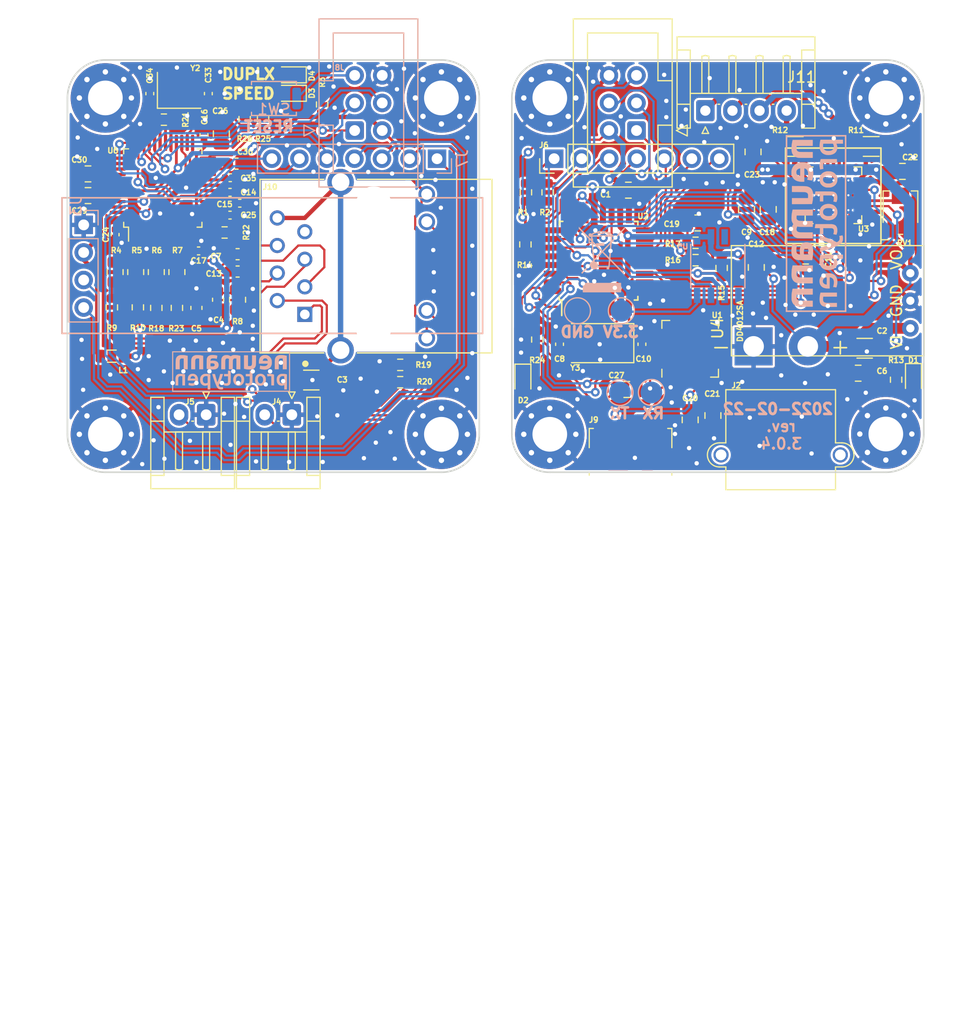
<source format=kicad_pcb>
(kicad_pcb (version 20211014) (generator pcbnew)
  (title_block (title "ethersweep2") (rev "2.0.1") (company "github.com/neumi"))
  (layers (0 "F.Cu" signal) (31 "B.Cu" signal) (34 "B.Paste" user) (35 "F.Paste" user) (36 "B.SilkS" user "B.Silkscreen") (37 "F.SilkS" user "F.Silkscreen") (38 "B.Mask" user) (39 "F.Mask" user) (44 "Edge.Cuts" user))
  (net 0 "")
  (net 1 "GND")
  (net 2 "Net-(D1-Pad2)")
  (net 3 "SCL")
  (net 4 "SDA")
  (net 5 "STEPPER_ENABLE")
  (net 6 "M0")
  (net 7 "M1")
  (net 8 "M2")
  (net 9 "STEP")
  (net 10 "+12V")
  (net 11 "DIR")
  (net 12 "+3V3")
  (net 13 "MISO")
  (net 14 "SCK")
  (net 15 "rst")
  (net 16 "MOSI")
  (net 17 "ESTOP")
  (net 18 "ENDSTOP")
  (net 19 "CS_ETHERNET")
  (net 20 "RST_ETHERNET")
  (net 24 "Net-(C8-Pad1)")
  (net 25 "Net-(C10-Pad2)")
  (net 26 "Net-(C18-Pad1)")
  (net 27 "Net-(C18-Pad2)")
  (net 28 "ETHERNET_LED_B")
  (net 29 "ETHERNET_LED_A")
  (net 30 "Net-(R4-Pad2)")
  (net 31 "Net-(R5-Pad2)")
  (net 32 "Net-(R6-Pad2)")
  (net 33 "Net-(R11-Pad1)")
  (net 34 "Net-(R12-Pad1)")
  (net 35 "Net-(RV1-Pad2)")
  (net 36 "voltage_detect")
  (net 37 "Net-(R19-Pad2)")
  (net 38 "Net-(R20-Pad2)")
  (net 51 "Net-(C33-Pad2)")
  (net 52 "Net-(C34-Pad1)")
  (net 53 "Net-(C35-Pad1)")
  (net 54 "Net-(C36-Pad1)")
  (net 55 "GND1")
  (net 56 "Net-(R22-Pad2)")
  (net 57 "FLT_STEPPER")
  (net 58 "ETH_INT")
  (net 59 "TC")
  (net 60 "RC")
  (net 61 "RD-")
  (net 62 "RD+")
  (net 63 "+3.3VA")
  (net 64 "TD+")
  (net 65 "TD-")
  (net 66 "Net-(R7-Pad2)")
  (net 67 "Net-(D2-Pad2)")
  (net 68 "Net-(R24-Pad1)")
  (net 69 "Net-(C9-Pad1)")
  (net 70 "Net-(C11-Pad1)")
  (net 71 "Net-(D3-Pad2)")
  (net 72 "Net-(D4-Pad2)")
  (net 73 "Net-(R25-Pad1)")
  (net 74 "Net-(R26-Pad1)")
  (net 75 "Net-(C7-Pad2)")
  (net 76 "Net-(C13-Pad2)")
  (net 77 "Net-(C20-Pad1)")
  (net 78 "Net-(C21-Pad1)")
  (net 79 "Net-(C27-Pad2)")
  (net 80 "Net-(J9-Pad2)")
  (net 81 "Net-(J9-Pad3)")
  (net 83 "Net-(J11-Pad1)")
  (net 84 "Net-(J11-Pad2)")
  (net 85 "Net-(J11-Pad3)")
  (net 86 "Net-(J11-Pad4)")
  (net 105 "uC_TX")
  (net 106 "uC_RX")
  (footprint "ethernet_motor_driver:CODE Logo" (layer "F.Cu") (at 146.05 64.77)
    (fp_text reference "G***" hide)
    (fp_text value "LOGO" hide)
  )
  (footprint "Capacitor_SMD:C_0402_1005Metric" (layer "F.Cu") (at 158.2 44.3)
    (fp_text reference "C17")
    (fp_text value "C100nF")
  )
  (footprint "Capacitor_SMD:C_0402_1005Metric" (layer "F.Cu") (at 150.5 42.8 -90)
    (fp_text reference "C24")
    (fp_text value "C100nF")
  )
  (footprint "Capacitor_SMD:C_0805_2012Metric" (layer "F.Cu") (at 160.3 33.5 90)
    (fp_text reference "C26")
    (fp_text value "C10uF")
  )
  (footprint "Inductor_SMD:L_0805_2012Metric" (layer "F.Cu") (at 150.2 54)
    (fp_text reference "L1")
    (fp_text value "L600OHM")
  )
  (footprint "modules:HANRUN_HR911105A" (layer "F.Cu") (at 174.35 45.7 -90)
    (fp_text reference "J10")
    (fp_text value "HR911105A")
  )
  (footprint "MountingHole:MountingHole_3.2mm_M3_Pad_Via" (layer "F.Cu") (at 180.6 30.2)
    (fp_text reference "H6" hide)
    (fp_text value "MountingHole_Pad")
  )
  (footprint "MountingHole:MountingHole_3.2mm_M3_Pad_Via" (layer "F.Cu") (at 149.6 30.2)
    (fp_text reference "H5" hide)
    (fp_text value "MountingHole_Pad")
  )
  (footprint "MountingHole:MountingHole_3.2mm_M3_Pad_Via" (layer "F.Cu") (at 149.6 61.2)
    (fp_text reference "H8" hide)
    (fp_text value "MountingHole_Pad")
  )
  (footprint "MountingHole:MountingHole_3.2mm_M3_Pad_Via" (layer "F.Cu") (at 180.6 61.2)
    (fp_text reference "H7" hide)
    (fp_text value "MountingHole_Pad")
  )
  (footprint "Resistor_SMD:R_0603_1608Metric" (layer "F.Cu") (at 176.8 56.4 180)
    (fp_text reference "R19")
    (fp_text value "R330")
  )
  (footprint "Crystal:Crystal_SMD_3225-4Pin_3.2x2.5mm" (layer "F.Cu") (at 156.4 29.5)
    (fp_text reference "Y2")
    (fp_text value "Crystal_25MHz")
  )
  (footprint "Capacitor_SMD:C_0402_1005Metric" (layer "F.Cu") (at 161.12 37.55)
    (fp_text reference "C36")
    (fp_text value "C4.7uF")
  )
  (footprint "Package_QFP:LQFP-48_7x7mm_P0.5mm" (layer "F.Cu") (at 154.9 38.5 90)
    (fp_text reference "U6")
    (fp_text value "W5500")
  )
  (footprint "Capacitor_SMD:C_0603_1608Metric" (layer "F.Cu") (at 161.7 36.25)
    (fp_text reference "C35")
    (fp_text value "C10nF")
  )
  (footprint "Resistor_SMD:R_0603_1608Metric" (layer "F.Cu") (at 176.8 54.8 180)
    (fp_text reference "R20")
    (fp_text value "R330")
  )
  (footprint "Capacitor_SMD:C_0402_1005Metric" (layer "F.Cu") (at 153.7 29.8 90)
    (fp_text reference "C34")
    (fp_text value "C18pF")
  )
  (footprint "Capacitor_SMD:C_0402_1005Metric" (layer "F.Cu") (at 159.1 29.8 90)
    (fp_text reference "C33")
    (fp_text value "C18pF")
  )
  (footprint "Connector_JST:JST_EH_S2B-EH_1x02_P2.50mm_Horizontal" (layer "F.Cu") (at 158.9 59.4 180)
    (fp_text reference "J5")
    (fp_text value "Conn_01x02_Male")
  )
  (footprint "Connector_JST:JST_EH_S2B-EH_1x02_P2.50mm_Horizontal" (layer "F.Cu") (at 166.8 59.4 180)
    (fp_text reference "J4")
    (fp_text value "Conn_01x02_Male")
  )
  (footprint "Resistor_SMD:R_0603_1608Metric" (layer "F.Cu") (at 169.6 30.8 90)
    (fp_text reference "R3")
    (fp_text value "R10k")
  )
  (footprint "Capacitor_SMD:C_0805_2012Metric" (layer "F.Cu") (at 148 37.2 180)
    (fp_text reference "C30")
    (fp_text value "C10uF")
  )
  (footprint "Capacitor_SMD:C_0402_1005Metric" (layer "F.Cu") (at 158.7 33.6 90)
    (fp_text reference "C16")
    (fp_text value "C100nF")
  )
  (footprint "Capacitor_SMD:C_0402_1005Metric" (layer "F.Cu") (at 162 39.9)
    (fp_text reference "C15")
    (fp_text value "C100nF")
  )
  (footprint "Capacitor_SMD:C_0402_1005Metric" (layer "F.Cu") (at 161.1 38.9)
    (fp_text reference "C14")
    (fp_text value "C100nF")
  )
  (footprint "Resistor_SMD:R_0603_1608Metric" (layer "F.Cu") (at 156.2 49.55 90)
    (fp_text reference "R23")
    (fp_text value "R49.9")
  )
  (footprint "Resistor_SMD:R_0805_2012Metric" (layer "F.Cu") (at 156.2 46.25 90)
    (fp_text reference "R7")
    (fp_text value "R33")
  )
  (footprint "Resistor_SMD:R_0805_2012Metric" (layer "F.Cu") (at 154.3 46.25 90)
    (fp_text reference "R6")
    (fp_text value "R33")
  )
  (footprint "Resistor_SMD:R_0805_2012Metric" (layer "F.Cu") (at 152.4 46.25 90)
    (fp_text reference "R5")
    (fp_text value "R33")
  )
  (footprint "Resistor_SMD:R_0805_2012Metric" (layer "F.Cu") (at 150.5 46.25 90)
    (fp_text reference "R4")
    (fp_text value "R33")
  )
  (footprint "Capacitor_SMD:C_0603_1608Metric" (layer "F.Cu") (at 158 49.55 -90)
    (fp_text reference "C5")
    (fp_text value "C10nF")
  )
  (footprint "Capacitor_SMD:C_0402_1005Metric" (layer "F.Cu") (at 161.1 41)
    (fp_text reference "C25")
    (fp_text value "C100nF")
  )
  (footprint "Capacitor_SMD:C_0603_1608Metric" (layer "F.Cu") (at 161.8 44.6 180)
    (fp_text reference "C7")
    (fp_text value "C6.8nF")
  )
  (footprint "Capacitor_SMD:C_0603_1608Metric" (layer "F.Cu") (at 161.8 46.2 180)
    (fp_text reference "C13")
    (fp_text value "C6.8nF")
  )
  (footprint "Capacitor_SMD:C_0805_2012Metric" (layer "F.Cu") (at 148 39.2 180)
    (fp_text reference "C29")
    (fp_text value "C100nF")
  )
  (footprint "Capacitor_SMD:C_1206_3216Metric" (layer "F.Cu") (at 168.6 56.2 180)
    (fp_text reference "C3")
    (fp_text value "C1nF")
  )
  (footprint "Capacitor_SMD:C_0603_1608Metric" (layer "F.Cu") (at 160 48.8 90)
    (fp_text reference "C4")
    (fp_text value "C22nF")
  )
  (footprint "Capacitor_SMD:C_1206_3216Metric" (layer "F.Cu") (at 219.65 53.27)
    (fp_text reference "C2")
    (fp_text value "C4.7uF")
  )
  (footprint "Capacitor_SMD:C_0805_2012Metric" (layer "F.Cu") (at 219.05 55.57)
    (fp_text reference "C6")
    (fp_text value "C100nF")
  )
  (footprint "Resistor_SMD:R_0603_1608Metric" (layer "F.Cu") (at 204.05 45.15 180)
    (fp_text reference "R16")
    (fp_text value "R10k")
  )
  (footprint "Resistor_SMD:R_0603_1608Metric" (layer "F.Cu") (at 204.05 43.55)
    (fp_text reference "R17")
    (fp_text value "R1k")
  )
  (footprint "Package_QFP:TQFP-32_7x7mm_P0.8mm" (layer "F.Cu") (at 195.1 45.2 90)
    (fp_text reference "U2")
    (fp_text value "ATmega328-AU")
  )
  (footprint "Capacitor_SMD:C_0805_2012Metric" (layer "F.Cu") (at 209.65 45.82 90)
    (fp_text reference "C12")
    (fp_text value "C100nF")
  )
  (footprint "MountingHole:MountingHole_3.2mm_M3_Pad_Via" (layer "F.Cu") (at 190.6 30.2)
    (fp_text reference "H1" hide)
    (fp_text value "MountingHole_Pad")
  )
  (footprint "Capacitor_SMD:C_0402_1005Metric" (layer "F.Cu") (at 191.5 52.9 90)
    (fp_text reference "C8")
    (fp_text value "C22pF")
  )
  (footprint "Capacitor_SMD:C_0805_2012Metric" (layer "F.Cu") (at 197.85 38.7)
    (fp_text reference "C1")
    (fp_text value "C100nF")
  )
  (footprint "Capacitor_SMD:C_0402_1005Metric" (layer "F.Cu") (at 199.1 52.9 -90)
    (fp_text reference "C10")
    (fp_text value "C22pF")
  )
  (footprint "MountingHole:MountingHole_3.2mm_M3_Pad_Via" (layer "F.Cu") (at 221.6 30.2)
    (fp_text reference "H2" hide)
    (fp_text value "MountingHole_Pad")
  )
  (footprint "MountingHole:MountingHole_3.2mm_M3_Pad_Via" (layer "F.Cu") (at 190.6 61.2)
    (fp_text reference "H4" hide)
    (fp_text value "MountingHole_Pad")
  )
  (footprint "Connector_IDC:IDC-Header_2x03_P2.54mm_Vertical" (layer "F.Cu") (at 198.6 33.2 180)
    (fp_text reference "J1" hide)
    (fp_text value "AVR-ISP-6")
  )
  (footprint "MountingHole:MountingHole_3.2mm_M3_Pad_Via" (layer "F.Cu") (at 221.6 61.175001)
    (fp_text reference "H3" hide)
    (fp_text value "MountingHole_Pad")
  )
  (footprint "Connector_PinHeader_2.54mm:PinHeader_1x07_P2.54mm_Vertical" (layer "F.Cu") (at 191 35.8 90)
    (fp_text reference "J6")
    (fp_text value "Conn_01x07_Female")
  )
  (footprint "Crystal:Crystal_SMD_5032-2Pin_5.0x3.2mm" (layer "F.Cu") (at 195.3 52.8 180)
    (fp_text reference "Y3")
    (fp_text value "Crystal")
  )
  (footprint "Resistor_SMD:R_0603_1608Metric" (layer "F.Cu") (at 190.4 38.9 90)
    (fp_text reference "R2")
    (fp_text value "R10k")
  )
  (footprint "Resistor_SMD:R_0603_1608Metric" (layer "F.Cu") (at 188.4 38.9 90)
    (fp_text reference "R1")
    (fp_text value "R10k")
  )
  (footprint "Resistor_SMD:R_0603_1608Metric" (layer "F.Cu") (at 206.45 45.87 -90)
    (fp_text reference "R15")
    (fp_text value "R1k")
  )
  (footprint "Resistor_SMD:R_0603_1608Metric" (layer "F.Cu") (at 188.35 43.7 -90)
    (fp_text reference "R14")
    (fp_text value "R1k")
  )
  (footprint "LED_SMD:LED_0603_1608Metric" (layer "F.Cu") (at 188.12 56.22 -90)
    (fp_text reference "D2")
    (fp_text value "LED")
  )
  (footprint "Package_DFN_QFN:TQFN-28-1EP_5x5mm_P0.5mm_EP3.25x3.25mm_ThermalVias" (layer "F.Cu") (at 216.77 39.17)
    (fp_text reference "U3")
    (fp_text value "TMC2208-LA-T")
  )
  (footprint "Resistor_SMD:R_1206_3216Metric" (layer "F.Cu") (at 220.25 34.67)
    (fp_text reference "R11")
    (fp_text value "R180mOHM")
  )
  (footprint "Capacitor_SMD:C_0805_2012Metric" (layer "F.Cu") (at 214.2 44.77 180)
    (fp_text reference "C11")
    (fp_text value "C0.22uF")
  )
  (footprint "Capacitor_SMD:C_0805_2012Metric" (layer "F.Cu") (at 208.75 40.47 90)
    (fp_text reference "C9")
    (fp_text value "C100nF")
  )
  (footprint "Resistor_SMD:R_0603_1608Metric" (layer "F.Cu") (at 189.45 52.47 -90)
    (fp_text reference "R24")
    (fp_text value "R330")
  )
  (footprint "Resistor_SMD:R_0805_2012Metric" (layer "F.Cu") (at 161.8 48.8 90)
    (fp_text reference "R8")
    (fp_text value "R10")
  )
  (footprint "Resistor_SMD:R_0603_1608Metric" (layer "F.Cu") (at 155 32.2 180)
    (fp_text reference "R21")
    (fp_text value "R1M")
  )
  (footprint "Resistor_SMD:R_0603_1608Metric" (layer "F.Cu") (at 160.6 42.6 180)
    (fp_text reference "R22")
    (fp_text value "R12K4")
  )
  (footprint "Resistor_SMD:R_0603_1608Metric" (layer "F.Cu") (at 150.2 49.5 90)
    (fp_text reference "R9")
    (fp_text value "R49.9")
  )
  (footprint "Resistor_SMD:R_0603_1608Metric" (layer "F.Cu") (at 152.6 49.5 90)
    (fp_text reference "R10")
    (fp_text value "R49.9")
  )
  (footprint "Resistor_SMD:R_0603_1608Metric" (layer "F.Cu") (at 154.3 49.55 90)
    (fp_text reference "R18")
    (fp_text value "R49.9")
  )
  (footprint "Resistor_SMD:R_0603_1608Metric" (layer "F.Cu") (at 164.15 32.17 90)
    (fp_text reference "R25")
    (fp_text value "R330")
  )
  (footprint "Resistor_SMD:R_0603_1608Metric" (layer "F.Cu") (at 162.45 32.145 90)
    (fp_text reference "R26")
    (fp_text value "R330")
  )
  (footprint "LED_SMD:LED_0603_1608Metric" (layer "F.Cu") (at 166.65 29.77 180)
    (fp_text reference "D3")
    (fp_text value "LED")
  )
  (footprint "Capacitor_SMD:C_0805_2012Metric" (layer "F.Cu") (at 204.25 41.72)
    (fp_text reference "C19")
    (fp_text value "C100nF")
  )
  (footprint "Capacitor_SMD:C_0805_2012Metric" (layer "F.Cu") (at 203.55 59.87 -90)
    (fp_text reference "C20")
    (fp_text value "C100nF")
  )
  (footprint "Capacitor_SMD:C_0805_2012Metric" (layer "F.Cu") (at 205.65 59.47 -90)
    (fp_text reference "C21")
    (fp_text value "C100nF")
  )
  (footprint "Capacitor_SMD:C_0805_2012Metric" (layer "F.Cu") (at 197.7 57.07)
    (fp_text reference "C27")
    (fp_text value "C100nF")
  )
  (footprint "Package_DFN_QFN:QFN-28-1EP_5x5mm_P0.5mm_EP3.35x3.35mm" (layer "F.Cu") (at 203.55 53.32 90)
    (fp_text reference "U1")
    (fp_text value "CP2102N-A01-GQFN28")
  )
  (footprint "modules:DD4012SA" (layer "F.Cu") (at 207.35 53.97 90)
    (fp_text reference "U4")
    (fp_text value "DD4012SA")
  )
  (footprint "Capacitor_SMD:C_0805_2012Metric" (layer "F.Cu") (at 209.35 35.17 90)
    (fp_text reference "C23")
    (fp_text value "C100nF")
  )
  (footprint "Capacitor_SMD:C_0805_2012Metric" (layer "F.Cu") (at 223.13 36.97)
    (fp_text reference "C22")
    (fp_text value "C100nF")
  )
  (footprint "LED_SMD:LED_0603_1608Metric" (layer "F.Cu") (at 224.15 56.17 -90)
    (fp_text reference "D1")
    (fp_text value "LED")
  )
  (footprint "Connector_USB:USB_Micro-B_Molex_47346-0001" (layer "F.Cu") (at 198.05 62.37)
    (fp_text reference "J9")
    (fp_text value "USB_B_Micro")
  )
  (footprint "Connector_JST:JST_EH_S4B-EH_1x04_P2.50mm_Horizontal" (layer "F.Cu") (at 204.95 31.37)
    (fp_text reference "J11")
    (fp_text value "Conn_01x04_Male")
  )
  (footprint "Connector_AMASS:AMASS_XT30PW-M_1x02_P2.50mm_Horizontal" (layer "F.Cu") (at 209.4 53.1 180)
    (fp_text reference "J2")
    (fp_text value "Conn_01x02_Male")
  )
  (footprint "Resistor_SMD:R_1206_3216Metric" (layer "F.Cu") (at 213.25 34.67 180)
    (fp_text reference "R12")
    (fp_text value "R180mOHM")
  )
  (footprint "Capacitor_SMD:C_0805_2012Metric" (layer "F.Cu") (at 210.75 40.47 -90)
    (fp_text reference "C18")
    (fp_text value "C22nF")
  )
  (footprint "Potentiometer_SMD:Potentiometer_Bourns_TC33X_Vertical" (layer "F.Cu") (at 222.95 40.67 90)
    (fp_text reference "RV1")
    (fp_text value "R_POT_20K")
  )
  (footprint "Resistor_SMD:R_0603_1608Metric" (layer "F.Cu") (at 222.55 56.17 -90)
    (fp_text reference "R13")
    (fp_text value "R330")
  )
  (footprint "LED_SMD:LED_0603_1608Metric" (layer "F.Cu") (at 166.65 28.07 180)
    (fp_text reference "D4")
    (fp_text value "LED")
  )
  (footprint "Connector_IDC:IDC-Header_2x03_P2.54mm_Vertical" (layer "B.Cu") (at 172.6 33.2)
    (fp_text reference "J8")
    (fp_text value "AVR-ISP-6")
  )
  (footprint "Connector_PinHeader_2.54mm:PinHeader_1x04_P2.54mm_Vertical" (layer "B.Cu") (at 147.6 41.9 180)
    (fp_text reference "J3")
    (fp_text value "Conn_01x04_Female")
  )
  (footprint "Connector_PinHeader_2.54mm:PinHeader_1x07_P2.54mm_Vertical" (layer "B.Cu") (at 180.2 35.8 90)
    (fp_text reference "J7")
    (fp_text value "Conn_01x07_Male")
  )
  (footprint "Button_Switch_SMD:SW_Push_SPST_NO_Alps_SKRK" (layer "B.Cu") (at 165.15 30.25 180)
    (fp_text reference "SW1")
    (fp_text value "SW_Push")
  )
  (footprint "Logo:neumann_prototypen_tiny" (layer "B.Cu") (at 161.2 55.4 180)
    (fp_text reference "G***" hide)
    (fp_text value "LOGO" hide)
  )
  (footprint "Symbol:WEEE-Logo_4.2x6mm_SilkScreen" (layer "B.Cu") (at 195.4 45.1 180)
    (fp_text reference "REF**" hide)
    (fp_text value "WEEE-Logo_4.2x6mm_SilkScreen" hide)
  )
  (footprint "Logo:neumann_prototypen_small" (layer "B.Cu") (at 215.15 41.77 -90)
    (fp_text reference "G***" hide)
    (fp_text value "LOGO" hide)
  )
  (footprint "modules:AS5600" (layer "B.Cu") (at 206.1 45.7)
    (fp_text reference "U5")
    (fp_text value "AS5600")
  )
  (footprint "TestPoint:TestPoint_Pad_D2.0mm" (layer "B.Cu") (at 199.974999 57.345001 180)
    (fp_text reference "TP3" hide)
    (fp_text value "TestPoint")
  )
  (footprint "TestPoint:TestPoint_Pad_D2.0mm" (layer "B.Cu") (at 197.074999 57.345001 180)
    (fp_text reference "TP4" hide)
    (fp_text value "TestPoint")
  )
  (footprint "TestPoint:TestPoint_Pad_D2.0mm" (layer "B.Cu") (at 197.203 49.817 180)
    (fp_text reference "TP1" hide)
    (fp_text value "TestPoint")
  )
  (footprint "TestPoint:TestPoint_Pad_D2.0mm" (layer "B.Cu") (at 193.153 49.817 180)
    (fp_text reference "TP2" hide)
    (fp_text value "TestPoint")
  )
  (gr_line (start 184.4 39.4) (end 145.6 39.4) (layer "B.SilkS") (width 0.15))
  (gr_line (start 145.6 39.4) (end 145.6 51.9) (layer "B.SilkS") (width 0.15))
  (gr_line (start 145.6 51.9) (end 184.4 51.9) (layer "B.SilkS") (width 0.15))
  (gr_line (start 184.4 51.9) (end 184.4 39.4) (layer "B.SilkS") (width 0.15))
  (gr_line (start 212.35 34.82) (end 221.15 34.82) (layer "F.SilkS") (width 0.15))
  (gr_line (start 212.35 43.62) (end 212.35 34.82) (layer "F.SilkS") (width 0.15))
  (gr_line (start 221.15 34.82) (end 221.15 43.62) (layer "F.SilkS") (width 0.15))
  (gr_line (start 221.15 43.62) (end 212.35 43.62) (layer "F.SilkS") (width 0.15))
  (gr_line (start 184.1 31.8) (end 184.1 30.2) (layer "Edge.Cuts") (width 0.15))
  (gr_line (start 184.1 60.7) (end 184.1 59.4) (layer "Edge.Cuts") (width 0.15))
  (gr_line (start 180.6 26.7) (end 149.6 26.7) (layer "Edge.Cuts") (width 0.15))
  (gr_arc (start 146.1 30.2) (mid 147.125126 27.725126) (end 149.6 26.7) (layer "Edge.Cuts") (width 0.15))
  (gr_arc (start 180.6 26.7) (mid 183.074874 27.725126) (end 184.1 30.2) (layer "Edge.Cuts") (width 0.15))
  (gr_arc (start 184.1 61.2) (mid 183.074874 63.674874) (end 180.6 64.7) (layer "Edge.Cuts") (width 0.15))
  (gr_line (start 146.1 30.2) (end 146.1 61.2) (layer "Edge.Cuts") (width 0.15))
  (gr_line (start 149.6 64.7) (end 180.6 64.7) (layer "Edge.Cuts") (width 0.15))
  (gr_arc (start 149.6 64.7) (mid 147.125126 63.674874) (end 146.1 61.2) (layer "Edge.Cuts") (width 0.15))
  (gr_line (start 184.1 61.2) (end 184.1 60.7) (layer "Edge.Cuts") (width 0.15))
  (gr_line (start 225.1 61.2) (end 225.1 30.2) (layer "Edge.Cuts") (width 0.15))
  (gr_line (start 190.6 64.7) (end 221.6 64.7) (layer "Edge.Cuts") (width 0.15))
  (gr_arc (start 190.6 64.7) (mid 188.125126 63.674874) (end 187.1 61.2) (layer "Edge.Cuts") (width 0.15))
  (gr_arc (start 225.1 61.2) (mid 224.074874 63.674874) (end 221.6 64.7) (layer "Edge.Cuts") (width 0.15))
  (gr_arc (start 187.1 30.2) (mid 188.125126 27.725126) (end 190.6 26.7) (layer "Edge.Cuts") (width 0.15))
  (gr_line (start 190.6 26.7) (end 221.6 26.7) (layer "Edge.Cuts") (width 0.15))
  (gr_line (start 187.1 30.2) (end 187.1 30.7) (layer "Edge.Cuts") (width 0.15))
  (gr_line (start 187.1 61.2) (end 187.1 59.4) (layer "Edge.Cuts") (width 0.15))
  (gr_line (start 187.1 31.8) (end 187.1 30.7) (layer "Edge.Cuts") (width 0.15))
  (gr_arc (start 221.6 26.7) (mid 224.074874 27.725126) (end 225.1 30.2) (layer "Edge.Cuts") (width 0.15))
  (gr_line (start 184.1 59.4) (end 184.1 31.8) (layer "Edge.Cuts") (width 0.15))
  (gr_line (start 187.1 31.8) (end 187.1 59.4) (layer "Edge.Cuts") (width 0.15))
  (gr_text "RESET" (at 167.11 32.83) (layer "B.SilkS") (effects (font (size 1 1) (thickness 0.25)) (justify left mirror)))
  (gr_text "rev.\n3.0.4" (at 211.95 61.27) (layer "B.SilkS") (effects (font (size 1 1) (thickness 0.2)) (justify mirror)))
  (gr_text "GND" (at 193.15 51.77) (layer "B.SilkS") (effects (font (size 1 1) (thickness 0.25)) (justify mirror)))
  (gr_text "3.3V" (at 197.15 51.77) (layer "B.SilkS") (effects (font (size 1 1) (thickness 0.25)) (justify mirror)))
  (gr_text "2022-02-22" (at 216.85 58.87) (layer "B.SilkS") (effects (font (size 1 1) (thickness 0.25)) (justify left mirror)))
  (gr_text "RX" (at 200.15 59.27) (layer "B.SilkS") (effects (font (size 1 1) (thickness 0.25)) (justify mirror)))
  (gr_text "TX" (at 197.05 59.27) (layer "B.SilkS") (effects (font (size 1 1) (thickness 0.25)) (justify mirror)))
  (gr_text "DUPLX" (at 162.8 28) (layer "F.SilkS") (effects (font (size 1 1) (thickness 0.25))))
  (gr_text "SPEED" (at 162.8 29.8) (layer "F.SilkS") (effects (font (size 1 1) (thickness 0.25))))
  (segment (start 155.3 28.65) (end 153.95 28.65) (width 0.25) (layer "F.Cu") (net 1))
  (segment (start 153.95 28.65) (end 153.7 28.4) (width 0.25) (layer "F.Cu") (net 1))
  (segment (start 157.5 30.35) (end 159.03 30.35) (width 0.25) (layer "F.Cu") (net 1))
  (segment (start 159.03 30.35) (end 159.1 30.28) (width 0.25) (layer "F.Cu") (net 1))
  (segment (start 153.7 28.4) (end 153.7 29.32) (width 0.25) (layer "F.Cu") (net 1))
  (segment (start 158 48.775) (end 158 47.75) (width 0.2) (layer "F.Cu") (net 1))
  (segment (start 153.4 44.1) (end 153.4 44.1) (width 0.2) (layer "F.Cu") (net 1))
  (segment (start 199.1 52.42) (end 199.1 51.5) (width 0.4) (layer "F.Cu") (net 1))
  (segment (start 199.1 51.5) (end 199 51.4) (width 0.4) (layer "F.Cu") (net 1))
  (segment (start 194.499999 50.700001) (end 195.299999 50.700001) (width 0.5) (layer "F.Cu") (net 1))
  (segment (start 194.064999 50.700001) (end 194.499999 50.700001) (width 0.5) (layer "F.Cu") (net 1))
  (segment (start 193.9 50.445002) (end 193.9 49.45) (width 0.4) (layer "F.Cu") (net 1))
  (segment (start 193.9 49.45) (end 193.9 50.535002) (width 0.5) (layer "F.Cu") (net 1))
  (segment (start 193.9 50.535002) (end 194.064999 50.700001) (width 0.5) (layer "F.Cu") (net 1))
  (segment (start 195.299999 50.700001) (end 195.5 50.5) (width 0.5) (layer "F.Cu") (net 1))
  (segment (start 195.5 50.5) (end 195.5 49.45) (width 0.5) (layer "F.Cu") (net 1))
  (segment (start 194.7 40.95) (end 194.7 42.3) (width 0.2) (layer "F.Cu") (net 1))
  (segment (start 194.7 42.3) (end 194.8 42.4) (width 0.2) (layer "F.Cu") (net 1))
  (segment (start 198.85 39.95) (end 198.85 38.75) (width 0.4) (layer "F.Cu") (net 1))
  (segment (start 198.85 38.75) (end 198.8 38.7) (width 0.4) (layer "F.Cu") (net 1))
  (segment (start 195.5 50.445002) (end 195.5 49.45) (width 0.4) (layer "F.Cu") (net 1))
  (segment (start 194.104999 50.650001) (end 195.295001 50.650001) (width 0.4) (layer "F.Cu") (net 1))
  (segment (start 195.295001 50.650001) (end 195.5 50.445002) (width 0.4) (layer "F.Cu") (net 1))
  (segment (start 194 49.55) (end 193.9 49.45) (width 0.2) (layer "F.Cu") (net 1))
  (segment (start 206.037332 50.87) (end 206.037332 50.87) (width 0.2) (layer "F.Cu") (net 1))
  (segment (start 161.6 37.55) (end 162.35 37.55) (width 0.5) (layer "F.Cu") (net 1))
  (segment (start 192.559987 50.950011) (end 193.399989 50.950011) (width 0.2) (layer "F.Cu") (net 1))
  (segment (start 153.19999 43.24999) (end 153.19999 43.89999) (width 0.2) (layer "F.Cu") (net 1))
  (segment (start 159.35 44.3) (end 159.6 44.05) (width 0.5) (layer "F.Cu") (net 1))
  (segment (start 191.5 52.42) (end 191.5 52.009998) (width 0.2) (layer "F.Cu") (net 1))
  (segment (start 191.5 52.009998) (end 192.559987 50.950011) (width 0.2) (layer "F.Cu") (net 1))
  (segment (start 153.15 43.2) (end 153.19999 43.24999) (width 0.2) (layer "F.Cu") (net 1))
  (segment (start 216.77 36.8075) (end 216.77 39.17) (width 0.25) (layer "F.Cu") (net 1))
  (segment (start 161.95 38.25) (end 162.5 37.7) (width 0.25) (layer "F.Cu") (net 1))
  (segment (start 159.0625 40.75) (end 157.75 40.75) (width 0.25) (layer "F.Cu") (net 1))
  (segment (start 162.35 38.9) (end 162.45 38.8) (width 0.5) (layer "F.Cu") (net 1))
  (segment (start 167.2375 56.2) (end 166.1 56.2) (width 0.4) (layer "F.Cu") (net 1))
  (segment (start 162.48 39.9) (end 163.5 39.9) (width 0.5) (layer "F.Cu") (net 1))
  (segment (start 214.4075 38.67) (end 213.15 38.67) (width 0.2) (layer "F.Cu") (net 1))
  (segment (start 157.034315 40.9) (end 156.15 41.784315) (width 0.2) (layer "F.Cu") (net 1))
  (segment (start 160.3 32.55) (end 160.65 32.55) (width 0.25) (layer "F.Cu") (net 1))
  (segment (start 200.4525 60.91) (end 200.5375 60.995) (width 0.2) (layer "F.Cu") (net 1))
  (segment (start 215.27 40.67) (end 215.395 40.545) (width 0.25) (layer "F.Cu") (net 1))
  (segment (start 161.58 38.9) (end 162.35 38.9) (width 0.5) (layer "F.Cu") (net 1))
  (segment (start 217.318022 40.545) (end 216.77 40.545) (width 0.25) (layer "F.Cu") (net 1))
  (segment (start 217.77 38.17) (end 216.77 39.17) (width 0.25) (layer "F.Cu") (net 1))
  (segment (start 162.475 36.425) (end 163.25 37.2) (width 0.5) (layer "F.Cu") (net 1))
  (segment (start 214.4075 38.67) (end 216.27 38.67) (width 0.25) (layer "F.Cu") (net 1))
  (segment (start 203.05 55.357332) (end 203.55 54.857332) (width 0.2) (layer "F.Cu") (net 1))
  (segment (start 160.33 39.75) (end 159.0625 39.75) (width 0.2) (layer "F.Cu") (net 1))
  (segment (start 159.3 50.275) (end 160 49.575) (width 0.2) (layer "F.Cu") (net 1))
  (segment (start 166.1 56.2) (end 166 56.3) (width 0.4) (layer "F.Cu") (net 1))
  (segment (start 162.45 41.05) (end 162.45 40.95) (width 0.5) (layer "F.Cu") (net 1))
  (segment (start 156.15 41.784315) (end 156.15 42.6625) (width 0.2) (layer "F.Cu") (net 1))
  (segment (start 217.77 41.5325) (end 217.77 40.996978) (width 0.25) (layer "F.Cu") (net 1))
  (segment (start 162.65 42.7) (end 162.75 42.6) (width 0.5) (layer "F.Cu") (net 1))
  (segment (start 218.27 41.5325) (end 218.27 40.67) (width 0.25) (layer "F.Cu") (net 1))
  (segment (start 161.58 41) (end 160.33 39.75) (width 0.2) (layer "F.Cu") (net 1))
  (segment (start 157.6 40.9) (end 157.034315 40.9) (width 0.2) (layer "F.Cu") (net 1))
  (segment (start 212.25 38.17) (end 212.75 38.67) (width 0.2) (layer "F.Cu") (net 1))
  (segment (start 216.77 39.17) (end 219.1325 39.17) (width 0.25) (layer "F.Cu") (net 1))
  (segment (start 162.35 37.55) (end 162.5 37.7) (width 0.5) (layer "F.Cu") (net 1))
  (segment (start 158.68 44.3) (end 159.35 44.3) (width 0.5) (layer "F.Cu") (net 1))
  (segment (start 157.75 40.75) (end 157.6 40.9) (width 0.25) (layer "F.Cu") (net 1))
  (segment (start 203.55 53.32) (end 203.587332 53.32) (width 0.2) (layer "F.Cu") (net 1))
  (segment (start 162.475 36.25) (end 162.475 36.425) (width 0.5) (layer "F.Cu") (net 1))
  (segment (start 203.587332 53.32) (end 206.037332 50.87) (width 0.2) (layer "F.Cu") (net 1))
  (segment (start 219.1325 38.17) (end 217.77 38.17) (width 0.25) (layer "F.Cu") (net 1))
  (segment (start 161.5125 42.7) (end 162.65 42.7) (width 0.5) (layer "F.Cu") (net 1))
  (segment (start 160.3 31.6) (end 160.4 31.5) (width 0.25) (layer "F.Cu") (net 1))
  (segment (start 212.75 38.67) (end 213.15 38.67) (width 0.2) (layer "F.Cu") (net 1))
  (segment (start 162.45 40.95) (end 163.5 39.9) (width 0.5) (layer "F.Cu") (net 1))
  (segment (start 193.9 50.45) (end 193.9 49.45) (width 0.2) (layer "F.Cu") (net 1))
  (segment (start 151.1 43.55) (end 150.77 43.55) (width 0.2) (layer "F.Cu") (net 1))
  (segment (start 159.3 50.6) (end 159.3 50.425) (width 0.5) (layer "F.Cu") (net 1))
  (segment (start 218.27 40.67) (end 218.145 40.545) (width 0.25) (layer "F.Cu") (net 1))
  (segment (start 158 48.775) (end 158.175 48.775) (width 0.2) (layer "F.Cu") (net 1))
  (segment (start 217.77 40.996978) (end 217.318022 40.545) (width 0.25) (layer "F.Cu") (net 1))
  (segment (start 214.4075 40.67) (end 215.27 40.67) (width 0.25) (layer "F.Cu") (net 1))
  (segment (start 216.27 38.67) (end 216.77 39.17) (width 0.25) (layer "F.Cu") (net 1))
  (segment (start 150.77 43.55) (end 150.5 43.28) (width 0.2) (layer "F.Cu") (net 1))
  (segment (start 203.05 55.77) (end 203.05 55.357332) (width 0.2) (layer "F.Cu") (net 1))
  (segment (start 203.55 54.857332) (end 203.55 53.32) (width 0.2) (layer "F.Cu") (net 1))
  (segment (start 193.399989 50.950011) (end 193.9 50.45) (width 0.2) (layer "F.Cu") (net 1))
  (segment (start 160.3 32.55) (end 160.3 31.6) (width 0.25) (layer "F.Cu") (net 1))
  (segment (start 153.15 42.6625) (end 153.15 43.2) (width 0.2) (layer "F.Cu") (net 1))
  (segment (start 159.3 50.425) (end 159.9 49.825) (width 0.5) (layer "F.Cu") (net 1))
  (segment (start 159.0625 38.25) (end 161.95 38.25) (width 0.25) (layer "F.Cu") (net 1))
  (segment (start 199.35 60.91) (end 200.4525 60.91) (width 0.2) (layer "F.Cu") (net 1))
  (segment (start 159.3 50.6) (end 159.3 50.275) (width 0.2) (layer "F.Cu") (net 1))
  (segment (start 153.19999 43.89999) (end 153.4 44.1) (width 0.2) (layer "F.Cu") (net 1))
  (via (at 153.7 28.4) (size 0.8) (drill 0.4) (layers "F.Cu" "B.Cu") (net 1))
  (via (at 158 47.75) (size 0.8) (drill 0.4) (layers "F.Cu" "B.Cu") (net 1))
  (via (at 188 33.9) (size 0.8) (drill 0.4) (layers "F.Cu" "B.Cu") (net 1))
  (via (at 193.8 32.9) (size 0.8) (drill 0.4) (layers "F.Cu" "B.Cu") (net 1))
  (via (at 195.6 46.5) (size 0.8) (drill 0.4) (layers "F.Cu" "B.Cu") (net 1))
  (via (at 196.2 44.3) (size 0.8) (drill 0.4) (layers "F.Cu" "B.Cu") (net 1))
  (via (at 197.15 31.9) (size 0.8) (drill 0.4) (layers "F.Cu" "B.Cu") (net 1))
  (via (at 195.25 54.32) (size 0.8) (drill 0.4) (layers "F.Cu" "B.Cu") (net 1))
  (via (at 194.7 47.1) (size 0.8) (drill 0.4) (layers "F.Cu" "B.Cu") (net 1))
  (via (at 194.8 42.4) (size 0.8) (drill 0.4) (layers "F.Cu" "B.Cu") (net 1))
  (via (at 195.2 52.9) (size 0.8) (drill 0.4) (layers "F.Cu" "B.Cu") (net 1))
  (via (at 199 51.4) (size 0.8) (drill 0.4) (layers "F.Cu" "B.Cu") (net 1))
  (via (at 189.1 40.9) (size 0.8) (drill 0.4) (layers "F.Cu" "B.Cu") (net 1))
  (via (at 194.6 28.7) (size 0.8) (drill 0.4) (layers "F.Cu" "B.Cu") (net 1))
  (via (at 194.1 27.45) (size 0.8) (drill 0.4) (layers "F.Cu" "B.Cu") (net 1))
  (via (at 198.85 39.95) (size 0.8) (drill 0.4) (layers "F.Cu" "B.Cu") (net 1))
  (via (at 210.65 34.17) (size 0.8) (drill 0.4) (layers "F.Cu" "B.Cu") (net 1))
  (via (at 157.15 31.85) (size 0.8) (drill 0.4) (layers "F.Cu" "B.Cu") (net 1))
  (via (at 147.05 33.85) (size 0.8) (drill 0.4) (layers "F.Cu" "B.Cu") (net 1))
  (via (at 211.25 45.77) (size 0.8) (drill 0.4) (layers "F.Cu" "B.Cu") (net 1))
  (via (at 201.15 28.07) (size 0.8) (drill 0.4) (layers "F.Cu" "B.Cu") (net 1))
  (via (at 160.55 59.3) (size 0.8) (drill 0.4) (layers "F.Cu" "B.Cu") (net 1))
  (via (at 159.2 55.4) (size 0.8) (drill 0.4) (layers "F.Cu" "B.Cu") (net 1))
  (via (at 224.15 35.67) (size 0.8) (drill 0.4) (layers "F.Cu" "B.Cu") (net 1))
  (via (at 209.35 50.07) (size 0.8) (drill 0.4) (layers "F.Cu" "B.Cu") (net 1))
  (via (at 201.05 48.87) (size 0.8) (drill 0.4) (layers "F.Cu" "B.Cu") (net 1))
  (via (at 206.55 37.97) (size 0.8) (drill 0.4) (layers "F.Cu" "B.Cu") (net 1))
  (via (at 209.05 59.67) (size 0.8) (drill 0.4) (layers "F.Cu" "B.Cu") (net 1))
  (via (at 198.45 63.37) (size 0.8) (drill 0.4) (layers "F.Cu" "B.Cu") (net 1))
  (via (at 153.4 44.1) (size 0.8) (drill 0.4) (layers "F.Cu" "B.Cu") (net 1))
  (via (at 206.35 32.97) (size 0.8) (drill 0.4) (layers "F.Cu" "B.Cu") (net 1))
  (via (at 211.95 52.07) (size 0.8) (drill 0.4) (layers "F.Cu" "B.Cu") (net 1))
  (via (at 218.05 57.97) (size 0.8) (drill 0.4) (layers "F.Cu" "B.Cu") (net 1))
  (via (at 160.35 56.47) (size 0.8) (drill 0.4) (layers "F.Cu" "B.Cu") (net 1))
  (via (at 205.05 38.07) (size 0.8) (drill 0.4) (layers "F.Cu" "B.Cu") (net 1))
  (via (at 166.35 34.57) (size 0.8) (drill 0.4) (layers "F.Cu" "B.Cu") (net 1))
  (via (at 163.6 27.8) (size 0.8) (drill 0.4) (layers "F.Cu" "B.Cu") (net 1))
  (via (at 183 56) (size 0.8) (drill 0.4) (layers "F.Cu" "B.Cu") (net 1))
  (via (at 191.45 55.77) (size 0.8) (drill 0.4) (layers "F.Cu" "B.Cu") (net 1))
  (via (at 160.45 52.77) (size 0.8) (drill 0.4) (layers "F.Cu" "B.Cu") (net 1))
  (via (at 210.25 37.97) (size 0.8) (drill 0.4) (layers "F.Cu" "B.Cu") (net 1))
  (via (at 208.35 56.37) (size 0.8) (drill 0.4) (layers "F.Cu" "B.Cu") (net 1))
  (via (at 151.1 43.55) (size 0.8) (drill 0.4) (layers "F.Cu" "B.Cu") (net 1))
  (via (at 168.8 37) (size 0.8) (drill 0.4) (layers "F.Cu" "B.Cu") (net 1))
  (via (at 178.75 37.4) (size 0.8) (drill 0.4) (layers "F.Cu" "B.Cu") (net 1))
  (via (at 193.15 57.97) (size 0.8) (drill 0.4) (layers "F.Cu" "B.Cu") (net 1))
  (via (at 178.15 33.45) (size 0.8) (drill 0.4) (layers "F.Cu" "B.Cu") (net 1))
  (via (at 161.85 56.47) (size 0.8) (drill 0.4) (layers "F.Cu" "B.Cu") (net 1))
  (via (at 204.85 34.27) (size 0.8) (drill 0.4) (layers "F.Cu" "B.Cu") (net 1))
  (via (at 170.75 31.1) (size 0.8) (drill 0.4) (layers "F.Cu" "B.Cu") (net 1))
  (via (at 214.55 46.07) (size 0.8) (drill 0.4) (layers "F.Cu" "B.Cu") (net 1))
  (via (at 220.05 43.87) (size 0.8) (drill 0.4) (layers "F.Cu" "B.Cu") (net 1))
  (via (at 187.95 52.47) (size 0.8) (drill 0.4) (layers "F.Cu" "B.Cu") (net 1))
  (via (at 179.85 44.22) (size 0.8) (drill 0.4) (layers "F.Cu" "B.Cu") (net 1))
  (via (at 201.75 56.87) (size 0.8) (drill 0.4) (layers "F.Cu" "B.Cu") (net 1))
  (via (at 189.65 56.97) (size 0.8) (drill 0.4) (layers "F.Cu" "B.Cu") (net 1))
  (via (at 215.85 29.57) (size 0.8) (drill 0.4) (layers "F.Cu" "B.Cu") (net 1))
  (via (at 221.85 50.27) (size 0.8) (drill 0.4) (layers "F.Cu" "B.Cu") (net 1))
  (via (at 162.4 59.6) (size 0.8) (drill 0.4) (layers "F.Cu" "B.Cu") (net 1))
  (via (at 153.6 56.2) (size 0.8) (drill 0.4) (layers "F.Cu" "B.Cu") (net 1))
  (via (at 211.35 37.97) (size 0.8) (drill 0.4) (layers "F.Cu" "B.Cu") (net 1))
  (via (at 212.35 49.27) (size 0.8) (drill 0.4) (layers "F.Cu" "B.Cu") (net 1))
  (via (at 173.45 63.4) (size 0.8) (drill 0.4) (layers "F.Cu" "B.Cu") (net 1))
  (via (at 214.95 50.17) (size 0.8) (drill 0.4) (layers "F.Cu" "B.Cu") (net 1))
  (via (at 219.25 45.17) (size 0.8) (drill 0.4) (layers "F.Cu" "B.Cu") (net 1))
  (via (at 171.15 34.45) (size 0.8) (drill 0.4) (layers "F.Cu" "B.Cu") (net 1))
  (via (at 202.75 32.77) (size 0.8) (drill 0.4) (layers "F.Cu" "B.Cu") (net 1))
  (via (at 208.1 29.47) (size 0.8) (drill 0.4) (layers "F.Cu" "B.Cu") (net 1))
  (via (at 183.45 53.72) (size 0.8) (drill 0.4) (layers "F.Cu" "B.Cu") (net 1))
  (via (at 208.35 46.67) (size 0.8) (drill 0.4) (layers "F.Cu" "B.Cu") (net 1))
  (via (at 158.45 43.37) (size 0.8) (drill 0.4) (layers "F.Cu" "B.Cu") (net 1))
  (via (at 182 57.1) (size 0.8) (drill 0.4) (layers "F.Cu" "B.Cu") (net 1))
  (via (at 179.9 48.02) (size 0.8) (drill 0.4) (layers "F.Cu" "B.Cu") (net 1))
  (via (at 159.2 53.4) (size 0.8) (drill 0.4) (layers "F.Cu" "B.Cu") (net 1))
  (via (at 202.15 60.37) (size 0.8) (drill 0.4) (layers "F.Cu" "B.Cu") (net 1))
  (via (at 213.85 59.57) (size 0.8) (drill 0.4) (layers "F.Cu" "B.Cu") (net 1))
  (via (at 210.55 50.47) (size 0.8) (drill 0.4) (layers "F.Cu" "B.Cu") (net 1))
  (via (at 156.8 53.4) (size 0.8) (drill 0.4) (layers "F.Cu" "B.Cu") (net 1))
  (via (at 164.4 56.6) (size 0.8) (drill 0.4) (layers "F.Cu" "B.Cu") (net 1))
  (via (at 216.25 49.37) (size 0.8) (drill 0.4) (layers "F.Cu" "B.Cu") (net 1))
  (via (at 173.85 37.02) (size 0.8) (drill 0.4) (layers "F.Cu" "B.Cu") (net 1))
  (via (at 202.15 61.17) (size 0.8) (drill 0.4) (layers "F.Cu" "B.Cu") (net 1))
  (via (at 176.3 63.45) (size 0.8) (drill 0.4) (layers "F.Cu" "B.Cu") (net 1))
  (via (at 201.35 30.47) (size 0.8) (drill 0.4) (layers "F.Cu" "B.Cu") (net 1))
  (via (at 161.4 53.4) (size 0.8) (drill 0.4) (layers "F.Cu" "B.Cu") (net 1))
  (via (at 160.4 31.5) (size 0.8) (drill 0.4) (layers "F.Cu" "B.Cu") (net 1))
  (via (at 201.45 45.57) (size 0.8) (drill 0.4) (layers "F.Cu" "B.Cu") (net 1))
  (via (at 224.25 58.07) (size 0.8) (drill 0.4) (layers "F.Cu" "B.Cu") (net 1))
  (via (at 163.2 53.4) (size 0.8) (drill 0.4) (layers "F.Cu" "B.Cu") (net 1))
  (via (at 205.75 61.57) (size 0.8) (drill 0.4) (layers "F.Cu" "B.Cu") (net 1))
  (via (at 147.45 54.25) (size 0.8) (drill 0.4) (layers "F.Cu" "B.Cu") (net 1))
  (via (at 183.5 48.27) (size 0.8) (drill 0.4) (layers "F.Cu" "B.Cu") (net 1))
  (via (at 204.15 63.87) (size 0.8) (drill 0.4) (layers "F.Cu" "B.Cu") (net 1))
  (via (at 152.8 32.6) (size 0.8) (drill 0.4) (layers "F.Cu" "B.Cu") (net 1))
  (via (at 223.05 34.47) (size 0.8) (drill 0.4) (layers "F.Cu" "B.Cu") (net 1))
  (via (at 205.35 28.37) (size 0.8) (drill 0.4) (layers "F.Cu" "B.Cu") (net 1))
  (via (at 162.5 37.7) (size 0.8) (drill 0.4) (layers "F.Cu" "B.Cu") (net 1))
  (via (at 217.85 27.87) (size 0.8) (drill 0.4) (layers "F.Cu" "B.Cu") (net 1))
  (via (at 163.5 63.7) (size 0.8) (drill 0.4) (layers "F.Cu" "B.Cu") (net 1))
  (via (at 165.8 31.4) (size 0.8) (drill 0.4) (layers "F.Cu" "B.Cu") (net 1))
  (via (at 216.8 33.92) (size 0.8) (drill 0.4) (layers "F.Cu" "B.Cu") (net 1))
  (via (at 159.3 50.6) (size 0.8) (drill 0.4) (layers "F.Cu" "B.Cu") (net 1))
  (via (at 170.25 27.3) (size 0.8) (drill 0.4) (layers "F.Cu" "B.Cu") (net 1))
  (via (at 212.85 42.27) (size 0.8) (drill 0.4) (layers "F.Cu" "B.Cu") (net 1))
  (via (at 155 55.4) (size 0.8) (drill 0.4) (layers "F.Cu" "B.Cu") (net 1))
  (via (at 210.25 49.07) (size 0.8) (drill 0.4) (layers "F.Cu" "B.Cu") (net 1))
  (via (at 155.55 52.57) (size 0.8) (drill 0.4) (layers "F.Cu" "B.Cu") (net 1))
  (via (at 183 33.85) (size 0.8) (drill 0.4) (layers "F.Cu" "B.Cu") (net 1))
  (via (at 223.55 53.27) (size 0.8) (drill 0.4) (layers "F.Cu" "B.Cu") (net 1))
  (via (at 203.15 31.27) (size 0.8) (drill 0.4) (layers "F.Cu" "B.Cu") (net 1))
  (via (at 165.8 54.6) (size 0.8) (drill 0.4) (layers "F.Cu" "B.Cu") (net 1))
  (via (at 166 56.3) (size 0.8) (drill 0.4) (layers "F.Cu" "B.Cu") (net 1))
  (via (at 161.6 58.4) (size 0.8) (drill 0.4) (layers "F.Cu" "B.Cu") (net 1))
  (via (at 169.65 61.47) (size 0.8) (drill 0.4) (layers "F.Cu" "B.Cu") (net 1))
  (via (at 163.2 47.8) (size 0.8) (drill 0.4) (layers "F.Cu" "B.Cu") (net 1))
  (via (at 176.5 29.4) (size 0.8) (drill 0.4) (layers "F.Cu" "B.Cu") (net 1))
  (via (at 163.2 55.4) (size 0.8) (drill 0.4) (layers "F.Cu" "B.Cu") (net 1))
  (via (at 183.45 43.82) (size 0.8) (drill 0.4) (layers "F.Cu" "B.Cu") (net 1))
  (via (at 153 63.95) (size 0.8) (drill 0.4) (layers "F.Cu" "B.Cu") (net 1))
  (via (at 150.05 55.7) (size 0.8) (drill 0.4) (layers "F.Cu" "B.Cu") (net 1))
  (via (at 207.95 37.37) (size 0.8) (drill 0.4) (layers "F.Cu" "B.Cu") (net 1))
  (via (at 220.35 41.87) (size 0.8) (drill 0.4) (layers "F.Cu" "B.Cu") (net 1))
  (via (at 213.95 32.77) (size 0.8) (drill 0.4) (layers "F.Cu" "B.Cu") (net 1))
  (via (at 168.4 27.4) (size 0.8) (drill 0.4) (layers "F.Cu" "B.Cu") (net 1))
  (via (at 162.75 42.6) (size 0.8) (drill 0.4) (layers "F.Cu" "B.Cu") (net 1))
  (via (at 203.45 62.47) (size 0.8) (drill 0.4) (layers "F.Cu" "B.Cu") (net 1))
  (via (at 152.8 27.4) (size 0.8) (drill 0.4) (layers "F.Cu" "B.Cu") (net 1))
  (via (at 204.35 40.87) (size 0.8) (drill 0.4) (layers "F.Cu" "B.Cu") (net 1))
  (via (at 217.35 51.87) (size 0.8) (drill 0.4) (layers "F.Cu" "B.Cu") (net 1))
  (via (at 169.15 59.55) (size 0.8) (drill 0.4) (layers "F.Cu" "B.Cu") (net 1))
  (via (at 206.45 56.47) (size 0.8) (drill 0.4) (layers "F.Cu" "B.Cu") (net 1))
  (via (at 195.55 38.77) (size 0.8) (drill 0.4) (layers "F.Cu" "B.Cu") (net 1))
  (via (at 197.85 47.67) (size 0.8) (drill 0.4) (layers "F.Cu" "B.Cu") (net 1))
  (via (at 213.25 50.17) (size 0.8) (drill 0.4) (layers "F.Cu" "B.Cu") (net 1))
  (via (at 199.85 49.17) (size 0.8) (drill 0.4) (layers "F.Cu" "B.Cu") (net 1))
  (via (at 211.95 55.77) (size 0.8) (drill 0.4) (layers "F.Cu" "B.Cu") (net 1))
  (via (at 170.65 29.15) (size 0.8) (drill 0.4) (layers "F.Cu" "B.Cu") (net 1))
  (via (at 157.95 52.57) (size 0.8) (drill 0.4) (layers "F.Cu" "B.Cu") (net 1))
  (via (at 174.65 57.27) (size 0.8) (drill 0.4) (layers "F.Cu" "B.Cu") (net 1))
  (via (at 157.4 61.8) (size 0.8) (drill 0.4) (layers "F.Cu" "B.Cu") (net 1))
  (via (at 212.25 46.77) (size 0.8) (drill 0.4) (layers "F.Cu" "B.Cu") (net 1))
  (via (at 207.85 33.87) (size 0.8) (drill 0.4) (layers "F.Cu" "B.Cu") (net 1))
  (via (at 163.2 51.2) (size 0.8) (drill 0.4) (layers "F.Cu" "B.Cu") (net 1))
  (via (at 147 35.6) (size 0.8) (drill 0.4) (layers "F.Cu" "B.Cu") (net 1))
  (via (at 147.4 52.5) (size 0.8) (drill 0.4) (layers "F.Cu" "B.Cu") (net 1))
  (via (at 177.15 27.5) (size 0.8) (drill 0.4) (layers "F.Cu" "B.Cu") (net 1))
  (via (at 176.05 37.17) (size 0.8) (drill 0.4) (layers "F.Cu" "B.Cu") (net 1))
  (via (at 163.25 37.2) (size 0.8) (drill 0.4) (layers "F.Cu" "B.Cu") (net 1))
  (via (at 201.85 58.27) (size 0.8) (drill 0.4) (layers "F.Cu" "B.Cu") (net 1))
  (via (at 187.75 46.57) (size 0.8) (drill 0.4) (layers "F.Cu" "B.Cu") (net 1))
  (via (at 154.65 40.85) (size 0.8) (drill 0.4) (layers "F.Cu" "B.Cu") (net 1))
  (via (at 163.3 49.8) (size 0.8) (drill 0.4) (layers "F.Cu" "B.Cu") (net 1))
  (via (at 148.85 34.9) (size 0.8) (drill 0.4) (layers "F.Cu" "B.Cu") (net 1))
  (via (at 204.75 49.77) (size 0.8) (drill 0.4) (layers "F.Cu" "B.Cu") (net 1))
  (via (at 169.65 63.75) (size 0.8) (drill 0.4) (layers "F.Cu" "B.Cu") (net 1))
  (via (at 211.05 32.87) (size 0.8) (drill 0.4) (layers "F.Cu" "B.Cu") (net 1))
  (via (at 207.45 50.27) (size 0.8) (drill 0.4) (layers "F.Cu" "B.Cu") (net 1))
  (via (at 193.65 55.37) (size 0.8) (drill 0.4) (layers "F.Cu" "B.Cu") (net 1))
  (via (at 180.05 37.75) (size 0.8) (drill 0.4) (layers "F.Cu" "B.Cu") (net 1))
  (via (at 219.25 42.77) (size 0.8) (drill 0.4) (layers "F.Cu" "B.Cu") (net 1))
  (via (at 209.95 62.27) (size 0.8) (drill 0.4) (layers "F.Cu" "B.Cu") (net 1))
  (via (at 171.55 57.15) (size 0.8) (drill 0.4) (layers "F.Cu" "B.Cu") (net 1))
  (via (at 212.25 38.17) (size 0.8) (drill 0.4) (layers "F.Cu" "B.Cu") (net 1))
  (via (at 153.6 54) (size 0.8) (drill 0.4) (layers "F.Cu" "B.Cu") (net 1))
  (via (at 215.85 46.57) (size 0.8) (drill 0.4) (layers "F.Cu" "B.Cu") (net 1))
  (via (at 158 56.47) (size 0.8) (drill 0.4) (layers "F.Cu" "B.Cu") (net 1))
  (via (at 168.35 34.57) (size 0.8) (drill 0.4) (layers "F.Cu" "B.Cu") (net 1))
  (via (at 219.75 57.37) (size 0.8) (drill 0.4) (layers "F.Cu" "B.Cu") (net 1))
  (via (at 158 63.75) (size 0.8) (drill 0.4) (layers "F.Cu" "B.Cu") (net 1))
  (via (at 208.85 43.07) (size 0.8) (drill 0.4) (layers "F.Cu" "B.Cu") (net 1))
  (via (at 214.15 41.72) (size 0.8) (drill 0.4) (layers "F.Cu" "B.Cu") (net 1))
  (via (at 188.65 45.67) (size 0.8) (drill 0.4) (layers "F.Cu" "B.Cu") (net 1))
  (via (at 206.25 41.67) (size 0.8) (drill 0.4) (layers "F.Cu" "B.Cu") (net 1))
  (via (at 162.45 38.8) (size 0.8) (drill 0.4) (layers "F.Cu" "B.Cu") (net 1))
  (via (at 163.5 39.9) (size 0.8) (drill 0.4) (layers "F.Cu" "B.Cu") (net 1))
  (via (at 161.15 62.17) (size 0.8) (drill 0.4) (layers "F.Cu" "B.Cu") (net 1))
  (via (at 219.85 53.57) (size 0.8) (drill 0.4) (layers "F.Cu" "B.Cu") (net 1))
  (via (at 162 51.8) (size 0.8) (drill 0.4) (layers "F.Cu" "B.Cu") (net 1))
  (via (at 173.15 56.07) (size 0.8) (drill 0.4) (layers "F.Cu" "B.Cu") (net 1))
  (via (at 152.6 55.2) (size 0.8) (drill 0.4) (layers "F.Cu" "B.Cu") (net 1))
  (via (at 218.35 49.37) (size 0.8) (drill 0.4) (layers "F.Cu" "B.Cu") (net 1))
  (via (at 214.75 62.97) (size 0.8) (drill 0.4) (layers "F.Cu" "B.Cu") (net 1))
  (via (at 171 59.45) (size 0.8) (drill 0.4) (layers "F.Cu" "B.Cu") (net 1))
  (via (at 158.8 32.2) (size 0.8) (drill 0.4) (layers "F.Cu" "B.Cu") (net 1))
  (via (at 207.95 38.17) (size 0.8) (drill 0.4) (layers "F.Cu" "B.Cu") (net 1))
  (via (at 163.2 52.4) (size 0.8) (drill 0.4) (layers "F.Cu" "B.Cu") (net 1))
  (via (at 174.55 61.97) (size 0.8) (drill 0.4) (layers "F.Cu" "B.Cu") (net 1))
  (via (at 200.25 50.77) (size 0.8) (drill 0.4) (layers "F.Cu" "B.Cu") (net 1))
  (via (at 160.6 29.8) (size 0.8) (drill 0.4) (layers "F.Cu" "B.Cu") (net 1))
  (via (at 159.6 44.05) (size 0.8) (drill 0.4) (layers "F.Cu" "B.Cu") (net 1))
  (via (at 201.35 31.97) (size 0.8) (drill 0.4) (layers "F.Cu" "B.Cu") (net 1))
  (via (at 157.6 45.4) (size 0.8) (drill 0.4) (layers "F.Cu" "B.Cu") (net 1))
  (via (at 155.8 56.47) (size 0.8) (drill 0.4) (layers "F.Cu" "B.Cu") (net 1))
  (via (at 187.95 53.67) (size 0.8) (drill 0.4) (layers "F.Cu" "B.Cu") (net 1))
  (via (at 147.6 40.4) (size 0.8) (drill 0.4) (layers "F.Cu" "B.Cu") (net 1))
  (via (at 156.8 55.4) (size 0.8) (drill 0.4) (layers "F.Cu" "B.Cu") (net 1))
  (via (at 174.9 54.47) (size 0.8) (drill 0.4) (layers "F.Cu" "B.Cu") (net 1))
  (via (at 164.8 55.4) (size 0.8) (drill 0.4) (layers "F.Cu" "B.Cu") (net 1))
  (via (at 161.4 55.4) (size 0.8) (drill 0.4) (layers "F.Cu" "B.Cu") (net 1))
  (via (at 219.15 41.57) (size 0.8) (drill 0.4) (layers "F.Cu" "B.Cu") (net 1))
  (via (at 157.6 40.9) (size 0.8) (drill 0.4) (layers "F.Cu" "B.Cu") (net 1))
  (via (at 208.7 32.77) (size 0.8) (drill 0.4) (layers "F.Cu" "B.Cu") (net 1))
  (via (at 180.55 40.32) (size 0.8) (drill 0.4) (layers "F.Cu" "B.Cu") (net 1))
  (via (at 214.15 56.47) (size 0.8) (drill 0.4) (layers "F.Cu" "B.Cu") (net 1))
  (via (at 157.05 38.47) (size 0.8) (drill 0.4) (layers "F.Cu" "B.Cu") (net 1))
  (via (at 156.2 27.4) (size 0.8) (drill 0.4) (layers "F.Cu" "B.Cu") (net 1))
  (via (at 160.2 27.8) (size 0.8) (drill 0.4) (layers "F.Cu" "B.Cu") (net 1))
  (via (at 168.7 56.2) (size 0.8) (drill 0.4) (layers "F.Cu" "B.Cu") (net 1))
  (via (at 166.55 63.75) (size 0.8) (drill 0.4) (layers "F.Cu" "B.Cu") (net 1))
  (via (at 179.9 46.27) (size 0.8) (drill 0.4) (layers "F.Cu" "B.Cu") (net 1))
  (via (at 154.05 61.75) (size 0.8) (drill 0.4) (layers "F.Cu" "B.Cu") (net 1))
  (via (at 155.05 63.45) (size 0.8) (drill 0.4) (layers "F.Cu" "B.Cu") (net 1))
  (via (at 202.95 37.67) (size 0.8) (drill 0.4) (layers "F.Cu" "B.Cu") (net 1))
  (via (at 147.55 57.1) (size 0.8) (drill 0.4) (layers "F.Cu" "B.Cu") (net 1))
  (via (at 154.25 37.57) (size 0.8) (drill 0.4) (layers "F.Cu" "B.Cu") (net 1))
  (via (at 162.45 41.05) (size 0.8) (drill 0.4) (layers "F.Cu" "B.Cu") (net 1))
  (via (at 216.25 55.67) (size 0.8) (drill 0.4) (layers "F.Cu" "B.Cu") (net 1))
  (via (at 162 29.4) (size 0.8) (drill 0.4) (layers "F.Cu" "B.Cu") (net 1))
  (via (at 206.037332 50.87) (size 0.8) (drill 0.4) (layers "F.Cu" "B.Cu") (net 1))
  (via (at 214.65 29.02) (size 0.8) (drill 0.4) (layers "F.Cu" "B.Cu") (net 1))
  (via (at 179.1 54.05) (size 0.8) (drill 0.4) (layers "F.Cu" "B.Cu") (net 1))
  (via (at 183.45 38.57) (size 0.8) (drill 0.4) (layers "F.Cu" "B.Cu") (net 1))
  (via (at 176.9 32.35) (size 0.8) (drill 0.4) (layers "F.Cu" "B.Cu") (net 1))
  (via (at 191.15 51.27) (size 0.8) (drill 0.4) (layers "F.Cu" "B.Cu") (net 1))
  (via (at 175.9 61) (size 0.8) (drill 0.4) (layers "F.Cu" "B.Cu") (net 1))
  (via (at 154.5 58.7) (size 0.8) (drill 0.4) (layers "F.Cu" "B.Cu") (net 1))
  (segment (start 179.024999 31.775001) (end 180.6 30.2) (width 0.25) (layer "B.Cu") (net 1))
  (segment (start 222.5875 56.9575) (end 222.55 56.995) (width 0.2) (layer "F.Cu") (net 2))
  (segment (start 224.15 56.9575) (end 222.5875 56.9575) (width 0.2) (layer "F.Cu") (net 2))
  (segment (start 196.08 35.8) (end 195.3 35.8) (width 0.2) (layer "F.Cu") (net 3))
  (segment (start 194.100001 36.999999) (end 193.632602 36.999999) (width 0.2) (layer "F.Cu") (net 3))
  (segment (start 195.3 35.8) (end 194.100001 36.999999) (width 0.2) (layer "F.Cu") (net 3))
  (segment (start 193.632602 36.999999) (end 191.19999 39.432611) (width 0.2) (layer "F.Cu") (net 3))
  (segment (start 188.35 44.525) (end 188.625 44.8) (width 0.2) (layer "F.Cu") (net 3))
  (segment (start 188.625 44.8) (end 190.85 44.8) (width 0.2) (layer "F.Cu") (net 3))
  (segment (start 189.349989 41.71931) (end 189.349989 43.525011) (width 0.2) (layer "F.Cu") (net 3))
  (segment (start 189.349989 43.525011) (end 188.35 44.525) (width 0.2) (layer "F.Cu") (net 3))
  (segment (start 191.19999 39.432611) (end 191.19999 40.534312) (width 0.2) (layer "F.Cu") (net 3))
  (segment (start 190.434312 41.29999) (end 189.769309 41.29999) (width 0.2) (layer "F.Cu") (net 3))
  (segment (start 191.19999 40.534312) (end 190.434312 41.29999) (width 0.2) (layer "F.Cu") (net 3))
  (segment (start 189.769309 41.29999) (end 189.349989 41.71931) (width 0.2) (layer "F.Cu") (net 3))
  (segment (start 190.85 44.8) (end 191.665002 44.8) (width 0.2) (layer "F.Cu") (net 3))
  (segment (start 191.665002 44.8) (end 192.565002 45.7) (width 0.2) (layer "F.Cu") (net 3))
  (segment (start 192.565002 45.7) (end 194.1 45.7) (width 0.2) (layer "F.Cu") (net 3))
  (via (at 194.1 45.7) (size 0.8) (drill 0.4) (layers "F.Cu" "B.Cu") (net 3))
  (segment (start 194.1 45.7) (end 194.1 45.7) (width 0.2) (layer "B.Cu") (net 3))
  (segment (start 148.95 48.33) (end 148.95 55.984302) (width 0.2) (layer "B.Cu") (net 3))
  (segment (start 182.279991 35.429991) (end 181.499999 34.649999) (width 0.2) (layer "B.Cu") (net 3))
  (segment (start 156.765698 62.5) (end 160.07952 62.5) (width 0.2) (layer "B.Cu") (net 3))
  (segment (start 198.1 46.7) (end 203.38 46.7) (width 0.2) (layer "B.Cu") (net 3))
  (segment (start 203.85 47.17) (end 203.38 46.7) (width 0.2) (layer "B.Cu") (net 3))
  (segment (start 160.75 63.17048) (end 161.65 63.17048) (width 0.2) (layer "B.Cu") (net 3))
  (segment (start 181.499999 34.649999) (end 176.270001 34.649999) (width 0.2) (layer "B.Cu") (net 3))
  (segment (start 182.279991 54.654312) (end 182.279991 35.429991) (width 0.2) (layer "B.Cu") (net 3))
  (segment (start 194.1 45.7) (end 197.1 45.7) (width 0.2) (layer "B.Cu") (net 3))
  (segment (start 204.05 47.37) (end 205.335 47.37) (width 0.2) (layer "B.Cu") (net 3))
  (segment (start 176.734312 57.299989) (end 179.634314 57.299989) (width 0.2) (layer "B.Cu") (net 3))
  (segment (start 151.065698 56.8) (end 156.765698 62.5) (width 0.2) (layer "B.Cu") (net 3))
  (segment (start 205.465 48.4) (end 205.465 48) (width 0.2) (layer "B.Cu") (net 3))
  (segment (start 160.07952 62.5) (end 160.75 63.17048) (width 0.2) (layer "B.Cu") (net 3))
  (segment (start 176.270001 34.649999) (end 175.12 35.8) (width 0.2) (layer "B.Cu") (net 3))
  (segment (start 147.6 46.98) (end 148.95 48.33) (width 0.2) (layer "B.Cu") (net 3))
  (segment (start 171.534302 62.5) (end 176.734312 57.299989) (width 0.2) (layer "B.Cu") (net 3))
  (segment (start 203.38 46.7) (end 204.05 47.37) (width 0.2) (layer "B.Cu") (net 3))
  (segment (start 161.65 63.17048) (end 162.32048 62.5) (width 0.2) (layer "B.Cu") (net 3))
  (segment (start 197.1 45.7) (end 198.1 46.7) (width 0.2) (layer "B.Cu") (net 3))
  (segment (start 205.335 47.37) (end 205.465 47.5) (width 0.2) (layer "B.Cu") (net 3))
  (segment (start 162.32048 62.5) (end 171.534302 62.5) (width 0.2) (layer "B.Cu") (net 3))
  (segment (start 148.95 55.984302) (end 149.765698 56.8) (width 0.2) (layer "B.Cu") (net 3))
  (segment (start 179.634314 57.299989) (end 182.279991 54.654312) (width 0.2) (layer "B.Cu") (net 3))
  (segment (start 205.465 47.5) (end 205.465 48.4) (width 0.2) (layer "B.Cu") (net 3))
  (segment (start 149.765698 56.8) (end 151.065698 56.8) (width 0.2) (layer "B.Cu") (net 3))
  (segment (start 190.85 44) (end 192.4 44) (width 0.2) (layer "F.Cu") (net 4))
  (segment (start 192.4 44) (end 193.1 44.7) (width 0.2) (layer "F.Cu") (net 4))
  (segment (start 206.125 46.37) (end 206.45 46.695) (width 0.25) (layer "F.Cu") (net 4))
  (segment (start 193.798781 37.399519) (end 194.400481 37.399519) (width 0.2) (layer "F.Cu") (net 4))
  (segment (start 189.749999 43.899999) (end 189.749999 41.884999) (width 0.2) (layer "F.Cu") (net 4))
  (segment (start 190.6 41.7) (end 191.6 40.7) (width 0.2) (layer "F.Cu") (net 4))
  (segment (start 204.25 46.37) (end 206.125 46.37) (width 0.25) (layer "F.Cu") (net 4))
  (segment (start 197.420001 36.999999) (end 198.62 35.8) (width 0.2) (layer "F.Cu") (net 4))
  (segment (start 189.934998 41.7) (end 190.6 41.7) (width 0.2) (layer "F.Cu") (net 4))
  (segment (start 191.6 39.5983) (end 193.798781 37.399519) (width 0.2) (layer "F.Cu") (net 4))
  (segment (start 194.800001 36.999999) (end 197.420001 36.999999) (width 0.2) (layer "F.Cu") (net 4))
  (segment (start 189.749999 41.884999) (end 189.934998 41.7) (width 0.2) (layer "F.Cu") (net 4))
  (segment (start 191.6 40.7) (end 191.6 39.5983) (width 0.2) (layer "F.Cu") (net 4))
  (segment (start 190.85 44) (end 189.85 44) (width 0.2) (layer "F.Cu") (net 4))
  (segment (start 206.225 46.47) (end 206.45 46.695) (width 0.2) (layer "F.Cu") (net 4))
  (segment (start 194.400481 37.399519) (end 194.800001 36.999999) (width 0.2) (layer "F.Cu") (net 4))
  (segment (start 189.85 44) (end 189.749999 43.899999) (width 0.2) (layer "F.Cu") (net 4))
  (via (at 193.1 44.7) (size 0.8) (drill 0.4) (layers "F.Cu" "B.Cu") (net 4))
  (via (at 193.1 44.7) (size 0.8) (drill 0.4) (layers "F.Cu" "B.Cu") (net 4))
  (via (at 204.25 46.37) (size 0.8) (drill 0.4) (layers "F.Cu" "B.Cu") (net 4))
  (segment (start 193.1 44.7) (end 193.1 44.7) (width 0.2) (layer "B.Cu") (net 4))
  (segment (start 193.1 44.7) (end 193.800001 44.7) (width 0.2) (layer "B.Cu") (net 4))
  (segment (start 193.1 44.7) (end 193.1 44.7) (width 0.2) (layer "B.Cu") (net 4))
  (segment (start 182.680001 54.82) (end 179.800002 57.699999) (width 0.2) (layer "B.Cu") (net 4))
  (segment (start 197.18 45.2) (end 198.27999 46.29999) (width 0.2) (layer "B.Cu") (net 4))
  (segment (start 193.1 44.7) (end 194.136002 44.7) (width 0.2) (layer "B.Cu") (net 4))
  (segment (start 159.88 62.9) (end 157.9 62.9) (width 0.2) (layer "B.Cu") (net 4))
  (segment (start 206.735 48.4) (end 206.735 47.355) (width 0.25) (layer "B.Cu") (net 4))
  (segment (start 204.17999 46.29999) (end 204.25 46.37) (width 0.2) (layer "B.Cu") (net 4))
  (segment (start 156.600008 62.900008) (end 150.907849 57.207849) (width 0.2) (layer "B.Cu") (net 4))
  (segment (start 194.636002 45.2) (end 197.18 45.2) (width 0.2) (layer "B.Cu") (net 4))
  (segment (start 181.665688 34.249989) (end 182.680001 35.264302) (width 0.2) (layer "B.Cu") (net 4))
  (segment (start 194.136002 44.7) (end 194.636002 45.2) (width 0.2) (layer "B.Cu") (net 4))
  (segment (start 162.62 62.9) (end 161.95 63.57) (width 0.2) (layer "B.Cu") (net 4))
  (segment (start 176.104312 34.249989) (end 181.665688 34.249989) (width 0.2) (layer "B.Cu") (net 4))
  (segment (start 157.899992 62.900008) (end 156.600008 62.900008) (width 0.2) (layer "B.Cu") (net 4))
  (segment (start 176.900001 57.699999) (end 171.7 62.9) (width 0.2) (layer "B.Cu") (net 4))
  (segment (start 172.58 35.8) (end 173.730001 34.649999) (width 0.2) (layer "B.Cu") (net 4))
  (segment (start 179.800002 57.699999) (end 176.900001 57.699999) (width 0.2) (layer "B.Cu") (net 4))
  (segment (start 205.75 46.37) (end 204.25 46.37) (width 0.25) (layer "B.Cu") (net 4))
  (segment (start 148.54999 56.14999) (end 148.54999 50.46999) (width 0.2) (layer "B.Cu") (net 4))
  (segment (start 206.735 47.355) (end 205.75 46.37) (width 0.25) (layer "B.Cu") (net 4))
  (segment (start 198.27999 46.29999) (end 204.17999 46.29999) (width 0.2) (layer "B.Cu") (net 4))
  (segment (start 175.704303 34.649999) (end 176.104312 34.249989) (width 0.2) (layer "B.Cu") (net 4))
  (segment (start 157.9 62.9) (end 157.899992 62.900008) (width 0.2) (layer "B.Cu") (net 4))
  (segment (start 204.07999 46.29999) (end 204.25 46.47) (width 0.2) (layer "B.Cu") (net 4))
  (segment (start 173.730001 34.649999) (end 175.704303 34.649999) (width 0.2) (layer "B.Cu") (net 4))
  (segment (start 148.54999 50.46999) (end 147.6 49.52) (width 0.2) (layer "B.Cu") (net 4))
  (segment (start 149.607849 57.207849) (end 148.54999 56.14999) (width 0.2) (layer "B.Cu") (net 4))
  (segment (start 160.55 63.57) (end 159.88 62.9) (width 0.2) (layer "B.Cu") (net 4))
  (segment (start 171.7 62.9) (end 162.62 62.9) (width 0.2) (layer "B.Cu") (net 4))
  (segment (start 150.907849 57.207849) (end 149.607849 57.207849) (width 0.2) (layer "B.Cu") (net 4))
  (segment (start 161.95 63.57) (end 160.55 63.57) (width 0.2) (layer "B.Cu") (net 4))
  (segment (start 182.680001 35.264302) (end 182.680001 54.82) (width 0.2) (layer "B.Cu") (net 4))
  (segment (start 207.05 40.933998) (end 207.05 40.933998) (width 0.2) (layer "F.Cu") (net 5))
  (segment (start 207.25 38.87) (end 207.05 39.07) (width 0.2) (layer "F.Cu") (net 5))
  (segment (start 207.25 36.717166) (end 207.25 38.87) (width 0.2) (layer "F.Cu") (net 5))
  (segment (start 213.75 49.07) (end 213.05002 48.37002) (width 0.2) (layer "F.Cu") (net 5))
  (segment (start 201.539279 48.37002) (end 201.169259 48) (width 0.2) (layer "F.Cu") (net 5))
  (segment (start 207.05 39.07) (end 207.05 40.933998) (width 0.2) (layer "F.Cu") (net 5))
  (segment (start 214.4075 38.17) (end 213.572164 38.17) (width 0.2) (layer "F.Cu") (net 5))
  (segment (start 201.169259 48) (end 199.35 48) (width 0.2) (layer "F.Cu") (net 5))
  (segment (start 208.797166 35.17) (end 207.25 36.717166) (width 0.2) (layer "F.Cu") (net 5))
  (segment (start 210.572164 35.17) (end 208.797166 35.17) (width 0.2) (layer "F.Cu") (net 5))
  (segment (start 213.05002 48.37002) (end 201.539279 48.37002) (width 0.2) (layer "F.Cu") (net 5))
  (segment (start 213.572164 38.17) (end 210.572164 35.17) (width 0.2) (layer "F.Cu") (net 5))
  (via (at 213.75 49.07) (size 0.8) (drill 0.4) (layers "F.Cu" "B.Cu") (net 5))
  (via (at 207.05 40.933998) (size 0.8) (drill 0.4) (layers "F.Cu" "B.Cu") (net 5))
  (segment (start 213.75 49.07) (end 213.75 49.07) (width 0.2) (layer "B.Cu") (net 5))
  (segment (start 213.75 45.47) (end 213.75 49.07) (width 0.2) (layer "B.Cu") (net 5))
  (segment (start 207.05 40.933998) (end 208.115203 40.933998) (width 0.2) (layer "B.Cu") (net 5))
  (segment (start 212.95003 44.67003) (end 213.75 45.47) (width 0.2) (layer "B.Cu") (net 5))
  (segment (start 211.851231 44.67003) (end 212.95003 44.67003) (width 0.2) (layer "B.Cu") (net 5))
  (segment (start 208.115203 40.933998) (end 211.851231 44.67003) (width 0.2) (layer "B.Cu") (net 5))
  (segment (start 216.35 43.77) (end 216.35 43.77) (width 0.2) (layer "F.Cu") (net 6))
  (segment (start 216.15 43.07) (end 216.15 43.57) (width 0.2) (layer "F.Cu") (net 6))
  (segment (start 194.55 38.37) (end 193.393998 38.37) (width 0.2) (layer "F.Cu") (net 6))
  (segment (start 215.77 41.5325) (end 215.77 42.69) (width 0.2) (layer "F.Cu") (net 6))
  (segment (start 192.3 39.463998) (end 192.3 40.95) (width 0.2) (layer "F.Cu") (net 6))
  (segment (start 216.15 43.57) (end 216.35 43.77) (width 0.2) (layer "F.Cu") (net 6))
  (segment (start 193.393998 38.37) (end 192.3 39.463998) (width 0.2) (layer "F.Cu") (net 6))
  (segment (start 215.77 42.69) (end 216.15 43.07) (width 0.2) (layer "F.Cu") (net 6))
  (via (at 194.55 38.37) (size 0.8) (drill 0.4) (layers "F.Cu" "B.Cu") (net 6))
  (via (at 216.35 43.77) (size 0.8) (drill 0.4) (layers "F.Cu" "B.Cu") (net 6))
  (segment (start 197.85 40.7) (end 197.35 40.7) (width 0.2) (layer "B.Cu") (net 6))
  (segment (start 198.234323 40.7) (end 197.85 40.7) (width 0.2) (layer "B.Cu") (net 6))
  (segment (start 197.136002 40.7) (end 197.35 40.7) (width 0.2) (layer "B.Cu") (net 6))
  (segment (start 201.018622 38.89998) (end 199.218603 40.7) (width 0.2) (layer "B.Cu") (net 6))
  (segment (start 216.35 43.77) (end 215.64999 43.06999) (width 0.2) (layer "B.Cu") (net 6))
  (segment (start 215.64999 43.06999) (end 212.513988 43.06999) (width 0.2) (layer "B.Cu") (net 6))
  (segment (start 194.55 38.37) (end 194.55 39.584994) (width 0.2) (layer "B.Cu") (net 6))
  (segment (start 199.218603 40.7) (end 197.35 40.7) (width 0.2) (layer "B.Cu") (net 6))
  (segment (start 208.343978 38.89998) (end 201.018622 38.89998) (width 0.2) (layer "B.Cu") (net 6))
  (segment (start 212.513988 43.06999) (end 208.343978 38.89998) (width 0.2) (layer "B.Cu") (net 6))
  (segment (start 195.665006 40.7) (end 197.85 40.7) (width 0.2) (layer "B.Cu") (net 6))
  (segment (start 194.55 39.584994) (end 195.665006 40.7) (width 0.2) (layer "B.Cu") (net 6))
  (segment (start 193.6 39.2) (end 193.6 39.2) (width 0.2) (layer "F.Cu") (net 7))
  (segment (start 193.1 39.7) (end 193.6 39.2) (width 0.2) (layer "F.Cu") (net 7))
  (segment (start 193.1 40.95) (end 193.1 39.7) (width 0.2) (layer "F.Cu") (net 7))
  (segment (start 216.27 41.5325) (end 216.27 42.624302) (width 0.2) (layer "F.Cu") (net 7))
  (segment (start 217.050001 44.769999) (end 216.95 44.87) (width 0.2) (layer "F.Cu") (net 7))
  (segment (start 216.27 42.624302) (end 217.050001 43.404303) (width 0.2) (layer "F.Cu") (net 7))
  (segment (start 217.050001 43.404303) (end 217.050001 44.769999) (width 0.2) (layer "F.Cu") (net 7))
  (via (at 193.6 39.2) (size 0.8) (drill 0.4) (layers "F.Cu" "B.Cu") (net 7))
  (via (at 216.95 44.87) (size 0.8) (drill 0.4) (layers "F.Cu" "B.Cu") (net 7))
  (segment (start 216.95 44.87) (end 216.95 44.87) (width 0.2) (layer "B.Cu") (net 7))
  (segment (start 195.6 41.2) (end 199.284302 41.2) (width 0.2) (layer "B.Cu") (net 7))
  (segment (start 212.348298 43.47) (end 215.013998 43.47) (width 0.2) (layer "B.Cu") (net 7))
  (segment (start 208.178289 39.29999) (end 212.348298 43.47) (width 0.2) (layer "B.Cu") (net 7))
  (segment (start 215.013998 43.47) (end 216.413998 44.87) (width 0.2) (layer "B.Cu") (net 7))
  (segment (start 216.413998 44.87) (end 216.95 44.87) (width 0.2) (layer "B.Cu") (net 7))
  (segment (start 199.284302 41.2) (end 201.184311 39.29999) (width 0.2) (layer "B.Cu") (net 7))
  (segment (start 201.184311 39.29999) (end 208.178289 39.29999) (width 0.2) (layer "B.Cu") (net 7))
  (segment (start 193.6 39.2) (end 195.6 41.2) (width 0.2) (layer "B.Cu") (net 7))
  (segment (start 190.85 42.4) (end 192.6 42.4) (width 0.2) (layer "F.Cu") (net 8))
  (segment (start 192.6 42.4) (end 193.4 43.2) (width 0.2) (layer "F.Cu") (net 8))
  (segment (start 217.4 45.92) (end 217.35 45.97) (width 0.2) (layer "F.Cu") (net 8))
  (segment (start 216.77 42.558603) (end 217.650001 43.438604) (width 0.2) (layer "F.Cu") (net 8))
  (segment (start 217.650001 43.438604) (end 217.650001 45.669999) (width 0.2) (layer "F.Cu") (net 8))
  (segment (start 216.77 41.5325) (end 216.77 42.558603) (width 0.2) (layer "F.Cu") (net 8))
  (segment (start 217.650001 45.669999) (end 217.4 45.92) (width 0.2) (layer "F.Cu") (net 8))
  (via (at 193.4 43.2) (size 0.8) (drill 0.4) (layers "F.Cu" "B.Cu") (net 8))
  (via (at 217.4 45.92) (size 0.8) (drill 0.4) (layers "F.Cu" "B.Cu") (net 8))
  (segment (start 193.4 43.2) (end 193.4 43.2) (width 0.2) (layer "B.Cu") (net 8))
  (segment (start 193.4 43.2) (end 193.4 42.634315) (width 0.2) (layer "B.Cu") (net 8))
  (segment (start 199.449991 41.60001) (end 201.35 39.7) (width 0.2) (layer "B.Cu") (net 8))
  (segment (start 212.182609 43.87001) (end 214.784312 43.87001) (width 0.2) (layer "B.Cu") (net 8))
  (segment (start 217.35 45.97) (end 217.4 45.92) (width 0.2) (layer "B.Cu") (net 8))
  (segment (start 208.012601 39.7) (end 211.616301 43.303699) (width 0.2) (layer "B.Cu") (net 8))
  (segment (start 193.4 42.634315) (end 194.434305 41.60001) (width 0.2) (layer "B.Cu") (net 8))
  (segment (start 194.434305 41.60001) (end 199.449991 41.60001) (width 0.2) (layer "B.Cu") (net 8))
  (segment (start 201.35 39.7) (end 208.012601 39.7) (width 0.2) (layer "B.Cu") (net 8))
  (segment (start 216.884302 45.97) (end 217.35 45.97) (width 0.2) (layer "B.Cu") (net 8))
  (segment (start 214.784312 43.87001) (end 216.884302 45.97) (width 0.2) (layer "B.Cu") (net 8))
  (segment (start 211.616301 43.303699) (end 212.182609 43.87001) (width 0.2) (layer "B.Cu") (net 8))
  (segment (start 222.649999 40.97) (end 222.649999 40.97) (width 0.2) (layer "F.Cu") (net 9))
  (segment (start 221.15 47.07) (end 221.15 47.07) (width 0.2) (layer "F.Cu") (net 9))
  (segment (start 201.869271 47.57) (end 201.500231 47.20096) (width 0.2) (layer "F.Cu") (net 9))
  (segment (start 218.92782 48.170011) (end 215.315709 48.170011) (width 0.2) (layer "F.Cu") (net 9))
  (segment (start 201.15096 47.20096) (end 200.35 46.4) (width 0.2) (layer "F.Cu") (net 9))
  (segment (start 221.849999 40.17) (end 222.649999 40.97) (width 0.2) (layer "F.Cu") (net 9))
  (segment (start 214.715698 47.57) (end 201.869271 47.57) (width 0.2) (layer "F.Cu") (net 9))
  (segment (start 215.315709 48.170011) (end 214.715698 47.57) (width 0.2) (layer "F.Cu") (net 9))
  (segment (start 219.1325 40.17) (end 221.849999 40.17) (width 0.2) (layer "F.Cu") (net 9))
  (segment (start 201.500231 47.20096) (end 201.15096 47.20096) (width 0.2) (layer "F.Cu") (net 9))
  (segment (start 200.35 46.4) (end 199.35 46.4) (width 0.2) (layer "F.Cu") (net 9))
  (segment (start 221.15 47.07) (end 220.02783 47.07) (width 0.2) (layer "F.Cu") (net 9))
  (segment (start 220.02783 47.07) (end 218.92782 48.170011) (width 0.2) (layer "F.Cu") (net 9))
  (via (at 221.15 47.07) (size 0.8) (drill 0.4) (layers "F.Cu" "B.Cu") (net 9))
  (via (at 222.649999 40.97) (size 0.8) (drill 0.4) (layers "F.Cu" "B.Cu") (net 9))
  (segment (start 222.649999 40.97) (end 222.649999 43.270001) (width 0.2) (layer "B.Cu") (net 9))
  (segment (start 221.15 45.17) (end 221.15 47.07) (width 0.2) (layer "B.Cu") (net 9))
  (segment (start 221.15 44.77) (end 221.15 45.17) (width 0.2) (layer "B.Cu") (net 9))
  (segment (start 222.649999 43.270001) (end 221.15 44.77) (width 0.2) (layer "B.Cu") (net 9))
  (segment (start 214.6875 36.8075) (end 214.6875 36.8075) (width 0.25) (layer "F.Cu") (net 10))
  (segment (start 218.8125 36.8075) (end 218.8125 36.8075) (width 1) (layer "F.Cu") (net 10))
  (segment (start 220.95 36.97) (end 220.95 36.97) (width 1) (layer "F.Cu") (net 10))
  (segment (start 211.25 46.867166) (end 210.127844 45.74501) (width 0.2) (layer "F.Cu") (net 10))
  (segment (start 209.35 37.241998) (end 209.050001 37.541997) (width 1) (layer "F.Cu") (net 10))
  (segment (start 209.784498 36.8075) (end 209.35 37.241998) (width 1) (layer "F.Cu") (net 10))
  (segment (start 218.175 55.495) (end 218.1 55.57) (width 1) (layer "F.Cu") (net 10))
  (segment (start 205.47001 45.74501) (end 204.875 45.15) (width 0.2) (layer "F.Cu") (net 10))
  (segment (start 218.175 53.27) (end 220.015 51.43) (width 1) (layer "F.Cu") (net 10))
  (segment (start 211.25 46.87) (end 211.25 46.867166) (width 0.2) (layer "F.Cu") (net 10))
  (segment (start 209.35 36.12) (end 209.35 37.241998) (width 1) (layer "F.Cu") (net 10))
  (segment (start 214.7125 36.8075) (end 214.6875 36.8075) (width 1) (layer "F.Cu") (net 10))
  (segment (start 209.050001 37.541997) (end 209.050001 39.219999) (width 1) (layer "F.Cu") (net 10))
  (segment (start 218.85 36.77) (end 218.8125 36.8075) (width 1) (layer "F.Cu") (net 10))
  (segment (start 222.18 36.97) (end 220.875 36.97) (width 1) (layer "F.Cu") (net 10))
  (segment (start 218.005 53.1) (end 218.175 53.27) (width 1) (layer "F.Cu") (net 10))
  (segment (start 220.015 51.43) (end 223.86 51.43) (width 1) (layer "F.Cu") (net 10))
  (segment (start 209.050001 39.219999) (end 208.75 39.52) (width 1) (layer "F.Cu") (net 10))
  (segment (start 210.127844 45.74501) (end 205.47001 45.74501) (width 0.2) (layer "F.Cu") (net 10))
  (segment (start 214.4 53.1) (end 218.005 53.1) (width 1) (layer "F.Cu") (net 10))
  (segment (start 218.175 53.27) (end 218.175 55.495) (width 1) (layer "F.Cu") (net 10))
  (segment (start 220.875 36.97) (end 220.7125 36.8075) (width 1) (layer "F.Cu") (net 10))
  (segment (start 218.8125 36.8075) (end 218.27 36.8075) (width 0.25) (layer "F.Cu") (net 10))
  (segment (start 211.25 46.867166) (end 211.25 46.867166) (width 0.2) (layer "F.Cu") (net 10))
  (segment (start 210.7125 36.8075) (end 209.784498 36.8075) (width 1) (layer "F.Cu") (net 10))
  (segment (start 222.18 36.97) (end 220.95 36.97) (width 1) (layer "F.Cu") (net 10))
  (segment (start 214.6875 36.8075) (end 215.27 36.8075) (width 0.25) (layer "F.Cu") (net 10))
  (via (at 218.8125 36.8075) (size 0.8) (drill 0.4) (layers "F.Cu" "B.Cu") (net 10))
  (via (at 210.2125 36.8075) (size 0.8) (drill 0.4) (layers "F.Cu" "B.Cu") (net 10))
  (via (at 214.6875 36.8075) (size 0.8) (drill 0.4) (layers "F.Cu" "B.Cu") (net 10))
  (via (at 220.7125 36.8075) (size 0.8) (drill 0.4) (layers "F.Cu" "B.Cu") (net 10))
  (via (at 211.25 46.867166) (size 0.8) (drill 0.4) (layers "F.Cu" "B.Cu") (net 10))
  (via (at 210.7125 36.8075) (size 0.8) (drill 0.4) (layers "F.Cu" "B.Cu") (net 10))
  (segment (start 220.7125 36.8075) (end 220.7875 36.8075) (width 1) (layer "B.Cu") (net 10))
  (segment (start 210.2125 36.8075) (end 210.2125 36.8075) (width 1) (layer "B.Cu") (net 10))
  (segment (start 210.7125 36.8075) (end 210.2125 36.8075) (width 1) (layer "B.Cu") (net 10))
  (segment (start 214.6875 36.8075) (end 210.7125 36.8075) (width 1) (layer "B.Cu") (net 10))
  (segment (start 223.75 44.296238) (end 223.75 39.845) (width 1) (layer "B.Cu") (net 10))
  (segment (start 222.250001 45.796237) (end 223.75 44.296238) (width 1) (layer "B.Cu") (net 10))
  (segment (start 219.798002 50.75) (end 221.650001 48.898001) (width 1) (layer "B.Cu") (net 10))
  (segment (start 216.75 50.75) (end 219.798002 50.75) (width 1) (layer "B.Cu") (net 10))
  (segment (start 218.8125 36.8075) (end 220.7125 36.8075) (width 1) (layer "B.Cu") (net 10))
  (segment (start 222.250001 47.570001) (end 222.250001 45.796237) (width 1) (layer "B.Cu") (net 10))
  (segment (start 211.15 49.85) (end 211.15 46.967166) (width 0.2) (layer "B.Cu") (net 10))
  (segment (start 221.650001 48.898001) (end 221.650001 48.170001) (width 1) (layer "B.Cu") (net 10))
  (segment (start 218.8125 36.8075) (end 214.6875 36.8075) (width 1) (layer "B.Cu") (net 10))
  (segment (start 223.75 39.845) (end 220.7125 36.8075) (width 1) (layer "B.Cu") (net 10))
  (segment (start 214.4 53.1) (end 216.75 50.75) (width 1) (layer "B.Cu") (net 10))
  (segment (start 211.15 46.967166) (end 211.25 46.867166) (width 0.2) (layer "B.Cu") (net 10))
  (segment (start 221.650001 48.170001) (end 222.250001 47.570001) (width 1) (layer "B.Cu") (net 10))
  (segment (start 211.15 49.85) (end 214.4 53.1) (width 0.2) (layer "B.Cu") (net 10))
  (segment (start 220.55 38.67) (end 220.55 38.67) (width 0.2) (layer "F.Cu") (net 11))
  (segment (start 220.55 48.37) (end 220.55 48.37) (width 0.2) (layer "F.Cu") (net 11))
  (segment (start 215.150021 48.570021) (end 220.349979 48.570021) (width 0.2) (layer "F.Cu") (net 11))
  (segment (start 199.38 47.17) (end 199.35 47.2) (width 0.2) (layer "F.Cu") (net 11))
  (segment (start 220.349979 48.570021) (end 220.55 48.37) (width 0.2) (layer "F.Cu") (net 11))
  (segment (start 201.704275 47.97001) (end 214.55001 47.97001) (width 0.2) (layer "F.Cu") (net 11))
  (segment (start 200.480481 47.600481) (end 201.334746 47.600481) (width 0.2) (layer "F.Cu") (net 11))
  (segment (start 214.55001 47.97001) (end 215.150021 48.570021) (width 0.2) (layer "F.Cu") (net 11))
  (segment (start 200.08 47.2) (end 200.480481 47.600481) (width 0.2) (layer "F.Cu") (net 11))
  (segment (start 199.35 47.2) (end 200.08 47.2) (width 0.2) (layer "F.Cu") (net 11))
  (segment (start 201.334746 47.600481) (end 201.704275 47.97001) (width 0.2) (layer "F.Cu") (net 11))
  (segment (start 219.632668 38.67) (end 220.55 38.67) (width 0.2) (layer "F.Cu") (net 11))
  (segment (start 219.1325 38.67) (end 219.632668 38.67) (width 0.2) (layer "F.Cu") (net 11))
  (via (at 220.55 48.37) (size 0.8) (drill 0.4) (layers "F.Cu" "B.Cu") (net 11))
  (via (at 220.55 38.67) (size 0.8) (drill 0.4) (layers "F.Cu" "B.Cu") (net 11))
  (segment (start 220.74999 46.434008) (end 220.449999 46.733999) (width 0.2) (layer "B.Cu") (net 11))
  (segment (start 220.74999 44.604311) (end 220.74999 46.434008) (width 0.2) (layer "B.Cu") (net 11))
  (segment (start 220.55 38.67) (end 220.55 40.170011) (width 0.2) (layer "B.Cu") (net 11))
  (segment (start 220.55 40.170011) (end 222.249989 41.87) (width 0.2) (layer "B.Cu") (net 11))
  (segment (start 222.249989 43.104313) (end 220.74999 44.604311) (width 0.2) (layer "B.Cu") (net 11))
  (segment (start 222.249989 41.87) (end 222.249989 43.104313) (width 0.2) (layer "B.Cu") (net 11))
  (segment (start 220.449999 48.269999) (end 220.55 48.37) (width 0.2) (layer "B.Cu") (net 11))
  (segment (start 220.449999 46.733999) (end 220.449999 48.269999) (width 0.2) (layer "B.Cu") (net 11))
  (segment (start 197.1 40.95) (end 197.1 42.07217) (width 0.5) (layer "F.Cu") (net 12))
  (segment (start 197.1 42.07217) (end 197.800001 42.772171) (width 0.5) (layer "F.Cu") (net 12))
  (segment (start 197.800001 42.772171) (end 197.800001 42.899999) (width 0.5) (layer "F.Cu") (net 12))
  (segment (start 195.5 40.95) (end 195.5 39.864998) (width 0.5) (layer "F.Cu") (net 12))
  (segment (start 195.5 39.864998) (end 195.664999 39.699999) (width 0.5) (layer "F.Cu") (net 12))
  (segment (start 196.935001 39.699999) (end 197.1 39.864998) (width 0.5) (layer "F.Cu") (net 12))
  (segment (start 197.1 39.864998) (end 197.1 40.95) (width 0.5) (layer "F.Cu") (net 12))
  (segment (start 197.1 40.95) (end 197.1 38.9) (width 0.5) (layer "F.Cu") (net 12))
  (segment (start 197.1 38.9) (end 196.9 38.7) (width 0.5) (layer "F.Cu") (net 12))
  (segment (start 196.664998 38.7) (end 196.9 38.7) (width 0.5) (layer "F.Cu") (net 12))
  (segment (start 188.2 39.8125) (end 190.2 39.8125) (width 0.25) (layer "F.Cu") (net 12))
  (segment (start 188.35 42.875) (end 188.35 41.45) (width 0.25) (layer "F.Cu") (net 12))
  (segment (start 188.35 41.45) (end 188.1 41.2) (width 0.25) (layer "F.Cu") (net 12))
  (segment (start 188.2 39.8125) (end 188.2 41.1) (width 0.25) (layer "F.Cu") (net 12))
  (segment (start 188.2 41.1) (end 188.1 41.2) (width 0.25) (layer "F.Cu") (net 12))
  (segment (start 188.1 42.625) (end 188.35 42.875) (width 0.2) (layer "F.Cu") (net 12))
  (segment (start 196.06 33.2) (end 195.210001 34.049999) (width 0.2) (layer "F.Cu") (net 12))
  (segment (start 195.210001 34.049999) (end 189.750001 34.049999) (width 0.2) (layer "F.Cu") (net 12))
  (segment (start 189.750001 34.049999) (end 188.6 35.2) (width 0.2) (layer "F.Cu") (net 12))
  (segment (start 195.8323 37.7) (end 196.1 37.7) (width 0.2) (layer "F.Cu") (net 12))
  (segment (start 196.9 38.2) (end 196.6 38.2) (width 0.4) (layer "F.Cu") (net 12))
  (segment (start 196.9 38.2) (end 197.1 38.4) (width 0.4) (layer "F.Cu") (net 12))
  (segment (start 197.1 38.4) (end 197.1 40.95) (width 0.4) (layer "F.Cu") (net 12))
  (segment (start 197.1 42.015998) (end 197.1 40.95) (width 0.4) (layer "F.Cu") (net 12))
  (segment (start 196.06 33.2) (end 196.06 33.36712) (width 0.4) (layer "F.Cu") (net 12))
  (segment (start 197.1 41.95) (end 197.1 40.95) (width 0.2) (layer "F.Cu") (net 12))
  (segment (start 222.55 52.57) (end 222.55 52.57) (width 0.2) (layer "F.Cu") (net 12))
  (segment (start 149.1375 54) (end 148.850001 53.712501) (width 0.4) (layer "F.Cu") (net 12))
  (segment (start 196.9 38.7) (end 196.9 39.32) (width 0.5) (layer "F.Cu") (net 12))
  (segment (start 222.55 55.345) (end 222.55 52.57) (width 0.2) (layer "F.Cu") (net 12))
  (segment (start 173.88999 31.94999) (end 175.14 33.2) (width 0.4) (layer "F.Cu") (net 12))
  (segment (start 220.731999 45.588001) (end 218.699999 47.620001) (width 0.5) (layer "F.Cu") (net 12))
  (segment (start 196.9 38.7) (end 196.9 37.975) (width 0.5) (layer "F.Cu") (net 12))
  (segment (start 211.635034 44.87) (end 209.65 44.87) (width 0.5) (layer "F.Cu") (net 12))
  (segment (start 221.95 42.47) (end 221.95 41.47) (width 0.4) (layer "F.Cu") (net 12))
  (segment (start 197.800001 42.899999) (end 197.800001 46.419999) (width 0.5) (layer "F.Cu") (net 12))
  (segment (start 196.520001 39.699999) (end 196.935001 39.699999) (width 0.5) (layer "F.Cu") (net 12))
  (segment (start 147.6 45.129998) (end 147.6 44.44) (width 0.4) (layer "F.Cu") (net 12))
  (segment (start 167.30003 31.94999) (end 168.45001 31.94999) (width 0.4) (layer "F.Cu") (net 12))
  (segment (start 194.7 49.45) (end 194.7 48.364998) (width 0.5) (layer "F.Cu") (net 12))
  (segment (start 150.25 39.75) (end 150.225 39.725) (width 0.25) (layer "F.Cu") (net 12))
  (segment (start 150.7375 38.75) (end 149.23 38.75) (width 0.25) (layer "F.Cu") (net 12))
  (segment (start 150.7375 39.25) (end 149.31 39.25) (width 0.25) (layer "F.Cu") (net 12))
  (segment (start 154.2 38.75) (end 150.7375 38.75) (width 0.25) (layer "F.Cu") (net 12))
  (segment (start 150.7375 38.75) (end 150.7375 39.1375) (width 0.25) (layer "F.Cu") (net 12))
  (segment (start 221.17501 40.69501) (end 219.1325 40.69501) (width 0.4) (layer "F.Cu") (net 12))
  (segment (start 223.098001 45.588001) (end 220.731999 45.588001) (width 0.5) (layer "F.Cu") (net 12))
  (segment (start 196.3 49.45) (end 196.3 48) (width 0.5) (layer "F.Cu") (net 12))
  (segment (start 218.699999 47.620001) (end 215.543529 47.620001) (width 0.5) (layer "F.Cu") (net 12))
  (segment (start 148.850001 46.379999) (end 147.6 45.129998) (width 0.4) (layer "F.Cu") (net 12))
  (segment (start 169.6 31.625) (end 169.6 31.89998) (width 0.2) (layer "F.Cu") (net 12))
  (segment (start 149.25 39.75) (end 149.18 39.82) (width 0.25) (layer "F.Cu") (net 12))
  (segment (start 149.31 39.25) (end 149.18 39.38) (width 0.25) (layer "F.Cu") (net 12))
  (segment (start 178.184999 50.296201) (end 179.25 51.361202) (width 0.2) (layer "F.Cu") (net 12))
  (segment (start 149.18 39.38) (end 149.18 38.7) (width 0.4) (layer "F.Cu") (net 12))
  (segment (start 147.6 44.44) (end 149.150001 42.889999) (width 0.4) (layer "F.Cu") (net 12))
  (segment (start 178.768798 39.556202) (end 178.768798 40.52) (width 0.2) (layer "F.Cu") (net 12))
  (segment (start 169.6 31.89998) (end 169.54999 31.94999) (width 0.2) (layer "F.Cu") (net 12))
  (segment (start 196.625 37.7) (end 196.1 37.7) (width 0.5) (layer "F.Cu") (net 12))
  (segment (start 150.7375 39.1375) (end 150.7375 39.25) (width 0.25) (layer "F.Cu") (net 12))
  (segment (start 150.7375 39.75) (end 150.7375 38.75) (width 0.25) (layer "F.Cu") (net 12))
  (segment (start 149.18 39.82) (end 149.18 39.38) (width 0.4) (layer "F.Cu") (net 12))
  (segment (start 209.65 44.87) (end 208.25 44.87) (width 0.5) (layer "F.Cu") (net 12))
  (segment (start 208.25 44.87) (end 207.95 44.57) (width 0.5) (layer "F.Cu") (net 12))
  (segment (start 178.184999 42.277401) (end 178.738799 42.831201) (width 0.2) (layer "F.Cu") (net 12))
  (segment (start 148.85 37.2) (end 149.18 37.53) (width 0.4) (layer "F.Cu") (net 12))
  (segment (start 164.30001 34.45001) (end 164.49999 34.45001) (width 0.4) (layer "F.Cu") (net 12))
  (segment (start 196.6 47.7) (end 197.800001 46.499999) (width 0.5) (layer "F.Cu") (net 12))
  (segment (start 179.25 51.361202) (end 179.25 52.325) (width 0.2) (layer "F.Cu") (net 12))
  (segment (start 207.95 44.57) (end 206.925 44.57) (width 0.5) (layer "F.Cu") (net 12))
  (segment (start 178.738799 48.781201) (end 178.184999 49.335001) (width 0.2) (layer "F.Cu") (net 12))
  (segment (start 178.184999 41.103799) (end 178.184999 42.277401) (width 0.2) (layer "F.Cu") (net 12))
  (segment (start 169.54999 31.94999) (end 173.88999 31.94999) (width 0.4) (layer "F.Cu") (net 12))
  (segment (start 176.484999 34.544999) (end 176.484999 36.309999) (width 0.25) (layer "F.Cu") (net 12))
  (segment (start 147.6 44.44) (end 149.18 42.86) (width 0.4) (layer "F.Cu") (net 12))
  (segment (start 149.18 42.86) (end 149.18 39.82) (width 0.4) (layer "F.Cu") (net 12))
  (segment (start 223.86 46.35) (end 223.86 44.38) (width 0.4) (layer "F.Cu") (net 12))
  (segment (start 149.18 37.53) (end 149.18 38.7) (width 0.4) (layer "F.Cu") (net 12))
  (segment (start 150.7375 39.25) (end 150.7375 39.75) (width 0.25) (layer "F.Cu") (net 12))
  (segment (start 150.7375 39.75) (end 149.25 39.75) (width 0.25) (layer "F.Cu") (net 12))
  (segment (start 164.49999 34.45001) (end 164.80001 34.45001) (width 0.4) (layer "F.Cu") (net 12))
  (segment (start 176.484999 36.309999) (end 179.25 39.075) (width 0.25) (layer "F.Cu") (net 12))
  (segment (start 163.54999 34.45001) (end 164.30001 34.45001) (width 0.4) (layer "F.Cu") (net 12))
  (segment (start 213.785026 47.019992) (end 211.635034 44.87) (width 0.5) (layer "F.Cu") (net 12))
  (segment (start 178.768798 40.52) (end 178.184999 41.103799) (width 0.2) (layer "F.Cu") (net 12))
  (segment (start 223.86 44.38) (end 221.95 42.47) (width 0.4) (layer "F.Cu") (net 12))
  (segment (start 164.275 34.425) (end 164.30001 34.45001) (width 0.2) (layer "F.Cu") (net 12))
  (segment (start 179.25 39.075) (end 178.768798 39.556202) (width 0.2) (layer "F.Cu") (net 12))
  (segment (start 156.3 36.65) (end 154.2 38.75) (width 0.25) (layer "F.Cu") (net 12))
  (segment (start 223.86 46.35) (end 223.098001 45.588001) (width 0.5) (layer "F.Cu") (net 12))
  (segment (start 196.9 37.975) (end 196.625 37.7) (width 0.5) (layer "F.Cu") (net 12))
  (segment (start 150.7375 39.75) (end 150.7375 38.80001) (width 0.25) (layer "F.Cu") (net 12))
  (segment (start 149.23 38.75) (end 149.18 38.7) (width 0.25) (layer "F.Cu") (net 12))
  (segment (start 178.738799 42.831201) (end 178.738799 48.781201) (width 0.2) (layer "F.Cu") (net 12))
  (segment (start 150.7375 39.75) (end 150.25 39.75) (width 0.25) (layer "F.Cu") (net 12))
  (segment (start 148.95 37.2) (end 148.95 39.4) (width 0.4) (layer "F.Cu") (net 12))
  (segment (start 196.9 39.32) (end 196.520001 39.699999) (width 0.5) (layer "F.Cu") (net 12))
  (segment (start 221.95 41.47) (end 221.17501 40.69501) (width 0.4) (layer "F.Cu") (net 12))
  (segment (start 164.425 34.37502) (end 164.49999 34.45001) (width 0.2) (layer "F.Cu") (net 12))
  (segment (start 168.45001 31.94999) (end 169.54999 31.94999) (width 0.4) (layer "F.Cu") (net 12))
  (segment (start 206.925 44.57) (end 206.45 45.045) (width 0.5) (layer "F.Cu") (net 12))
  (segment (start 214.94352 47.019992) (end 213.785026 47.019992) (width 0.5) (layer "F.Cu") (net 12))
  (segment (start 178.184999 49.335001) (end 178.184999 50.296201) (width 0.2) (layer "F.Cu") (net 12))
  (segment (start 156.15 36.5) (end 156.15 34.3375) (width 0.25) (layer "F.Cu") (net 12))
  (segment (start 164.80001 34.45001) (end 167.30003 31.94999) (width 0.4) (layer "F.Cu") (net 12))
  (segment (start 163.1 34.9) (end 163.54999 34.45001) (width 0.4) (layer "F.Cu") (net 12))
  (segment (start 194.7 48.364998) (end 195.364998 47.7) (width 0.5) (layer "F.Cu") (net 12))
  (segment (start 156.3 36.65) (end 156.15 36.5) (width 0.25) (layer "F.Cu") (net 12))
  (segment (start 175.14 33.2) (end 176.484999 34.544999) (width 0.25) (layer "F.Cu") (net 12))
  (segment (start 195.664999 39.699999) (end 196.520001 39.699999) (width 0.5) (layer "F.Cu") (net 12))
  (segment (start 148.850001 53.712501) (end 148.850001 46.379999) (width 0.4) (layer "F.Cu") (net 12))
  (segment (start 197.800001 46.499999) (end 197.800001 46.419999) (width 0.5) (layer "F.Cu") (net 12))
  (segment (start 195.364998 47.7) (end 196.6 47.7) (width 0.5) (layer "F.Cu") (net 12))
  (segment (start 215.543529 47.620001) (end 214.94352 47.019992) (width 0.5) (layer "F.Cu") (net 12))
  (segment (start 196.3 48) (end 196.6 47.7) (width 0.5) (layer "F.Cu") (net 12))
  (via (at 197.800001 42.899999) (size 0.8) (drill 0.4) (layers "F.Cu" "B.Cu") (net 12))
  (via (at 188.6 35.2) (size 0.8) (drill 0.4) (layers "F.Cu" "B.Cu") (net 12))
  (via (at 188.1 41.2) (size 0.8) (drill 0.4) (layers "F.Cu" "B.Cu") (net 12))
  (via (at 196.1 37.7) (size 0.8) (drill 0.4) (layers "F.Cu" "B.Cu") (net 12))
  (via (at 196.6 47.7) (size 0.8) (drill 0.4) (layers "F.Cu" "B.Cu") (net 12))
  (via (at 156.3 36.65) (size 0.8) (drill 0.4) (layers "F.Cu" "B.Cu") (net 12))
  (via (at 163.35 34.65) (size 0.8) (drill 0.4) (layers "F.Cu" "B.Cu") (net 12))
  (via (at 207.95 44.57) (size 0.8) (drill 0.4) (layers "F.Cu" "B.Cu") (net 12))
  (via (at 163.1 34.9) (size 0.8) (drill 0.4) (layers "F.Cu" "B.Cu") (net 12))
  (via (at 222.55 52.57) (size 0.8) (drill 0.4) (layers "F.Cu" "B.Cu") (net 12))
  (segment (start 163.1 34.9) (end 163.35 34.65) (width 0.25) (layer "B.Cu") (net 12))
  (segment (start 163.35 34.65) (end 163.35 34.65) (width 0.25) (layer "B.Cu") (net 12))
  (segment (start 198.5 43) (end 197.9 43) (width 0.5) (layer "B.Cu") (net 12))
  (segment (start 197.900002 43) (end 197.800001 42.899999) (width 0.5) (layer "B.Cu") (net 12))
  (segment (start 204.195 43) (end 198.5 43) (width 0.5) (layer "B.Cu") (net 12))
  (segment (start 198.5 43) (end 197.900002 43) (width 0.5) (layer "B.Cu") (net 12))
  (segment (start 188.1 35.7) (end 188.6 35.2) (width 0.2) (layer "B.Cu") (net 12))
  (segment (start 188.1 41.2) (end 188.1 35.7) (width 0.2) (layer "B.Cu") (net 12))
  (segment (start 188.6 35.2) (end 188.6 35.2) (width 0.2) (layer "B.Cu") (net 12))
  (segment (start 196.1 37.7) (end 196.1 37.7) (width 0.4) (layer "B.Cu") (net 12))
  (segment (start 207.95 44.57) (end 207.95 44.57) (width 0.2) (layer "B.Cu") (net 12))
  (segment (start 201.78 49.9) (end 197.286 49.9) (width 0.2) (layer "B.Cu") (net 12))
  (segment (start 207.95 44.57) (end 205.835 44.57) (width 0.5) (layer "B.Cu") (net 12))
  (segment (start 223.86 46.35) (end 223.86 47.318238) (width 0.2) (layer "B.Cu") (net 12))
  (segment (start 197.350001 36.449999) (end 197.350001 36.369999) (width 0.5) (layer "B.Cu") (net 12))
  (segment (start 204.195 49.161002) (end 203.456002 49.9) (width 0.2) (layer "B.Cu") (net 12))
  (segment (start 196.78 47.7) (end 196.6 47.7) (width 0.2) (layer "B.Cu") (net 12))
  (segment (start 204.72 43) (end 204.195 43) (width 0.5) (layer "B.Cu") (net 12))
  (segment (start 205.465 44.2) (end 205.465 43) (width 0.5) (layer "B.Cu") (net 12))
  (segment (start 205.835 44.57) (end 205.465 44.2) (width 0.5) (layer "B.Cu") (net 12))
  (segment (start 197.203 48.303) (end 196.6 47.7) (width 0.5) (layer "B.Cu") (net 12))
  (segment (start 201.78 49.9) (end 198.98 49.9) (width 0.2) (layer "B.Cu") (net 12))
  (segment (start 197.203 49.817) (end 197.203 48.303) (width 0.5) (layer "B.Cu") (net 12))
  (segment (start 157.650001 35.299999) (end 156.3 36.65) (width 0.4) (layer "B.Cu") (net 12))
  (segment (start 197.350001 34.969999) (end 197.350001 36.369999) (width 0.4) (layer "B.Cu") (net 12))
  (segment (start 162.924991 35.075009) (end 163.1 34.9) (width 0.25) (layer "B.Cu") (net 12))
  (segment (start 202.38 49.9) (end 201.78 49.9) (width 0.2) (layer "B.Cu") (net 12))
  (segment (start 162.700001 35.299999) (end 157.650001 35.299999) (width 0.4) (layer "B.Cu") (net 12))
  (segment (start 203.456002 49.9) (end 202.38 49.9) (width 0.2) (layer "B.Cu") (net 12))
  (segment (start 196.1 37.7) (end 197.350001 36.449999) (width 0.5) (layer "B.Cu") (net 12))
  (segment (start 222.55 48.628238) (end 222.55 52.57) (width 0.2) (layer "B.Cu") (net 12))
  (segment (start 197.350001 34.490001) (end 197.350001 34.969999) (width 0.5) (layer "B.Cu") (net 12))
  (segment (start 197.286 49.9) (end 197.203 49.817) (width 0.2) (layer "B.Cu") (net 12))
  (segment (start 204.195 48.4) (end 204.195 49.161002) (width 0.2) (layer "B.Cu") (net 12))
  (segment (start 223.86 47.318238) (end 222.55 48.628238) (width 0.2) (layer "B.Cu") (net 12))
  (segment (start 163.1 34.9) (end 162.700001 35.299999) (width 0.4) (layer "B.Cu") (net 12))
  (segment (start 196.06 33.2) (end 197.350001 34.490001) (width 0.5) (layer "B.Cu") (net 12))
  (segment (start 205.465 43) (end 204.72 43) (width 0.5) (layer "B.Cu") (net 12))
  (segment (start 169.65 33.2) (end 169.65 33.2) (width 0.2) (layer "F.Cu") (net 13))
  (segment (start 199.35 42.4) (end 199.35 41.925) (width 0.2) (layer "F.Cu") (net 13))
  (segment (start 199.35 41.925) (end 199.800001 41.474999) (width 0.2) (layer "F.Cu") (net 13))
  (segment (start 199.800001 41.474999) (end 199.800001 34.400001) (width 0.2) (layer "F.Cu") (net 13))
  (segment (start 199.800001 34.400001) (end 198.6 33.2) (width 0.2) (layer "F.Cu") (net 13))
  (segment (start 153.15 35.263998) (end 153.9 36.013998) (width 0.2) (layer "F.Cu") (net 13))
  (segment (start 172.6 33.2) (end 170.5 33.2) (width 0.2) (layer "F.Cu") (net 13))
  (segment (start 153.9 36.013998) (end 153.9 36.52) (width 0.2) (layer "F.Cu") (net 13))
  (segment (start 153.15 34.3375) (end 153.15 35.263998) (width 0.2) (layer "F.Cu") (net 13))
  (segment (start 170.5 33.2) (end 169.65 33.2) (width 0.2) (layer "F.Cu") (net 13))
  (via (at 169.65 33.2) (size 0.8) (drill 0.4) (layers "F.Cu" "B.Cu") (net 13))
  (via (at 153.9 36.52) (size 0.8) (drill 0.4) (layers "F.Cu" "B.Cu") (net 13))
  (segment (start 159.999979 33.849979) (end 160.91572 33.849979) (width 0.2) (layer "B.Cu") (net 13))
  (segment (start 155.64832 33.849979) (end 159.999979 33.849979) (width 0.2) (layer "B.Cu") (net 13))
  (segment (start 153.9 36.52) (end 153.9 35.598299) (width 0.2) (layer "B.Cu") (net 13))
  (segment (start 161.98669 32.779009) (end 169.229009 32.779009) (width 0.2) (layer "B.Cu") (net 13))
  (segment (start 169.229009 32.779009) (end 169.65 33.2) (width 0.2) (layer "B.Cu") (net 13))
  (segment (start 153.9 35.598299) (end 155.64832 33.849979) (width 0.2) (layer "B.Cu") (net 13))
  (segment (start 160.91572 33.849979) (end 161.98669 32.779009) (width 0.2) (layer "B.Cu") (net 13))
  (segment (start 172.6 30.736002) (end 172.6 30.66) (width 0.2) (layer "F.Cu") (net 14))
  (segment (start 172.439999 30.499999) (end 172.6 30.66) (width 0.2) (layer "F.Cu") (net 14))
  (segment (start 155.1 36.75) (end 155.1 36.75) (width 0.2) (layer "F.Cu") (net 14))
  (segment (start 197.9 37.697166) (end 198.397166 37.2) (width 0.2) (layer "F.Cu") (net 14))
  (segment (start 198.397166 37.2) (end 199.1 37.2) (width 0.2) (layer "F.Cu") (net 14))
  (segment (start 197.9 37.697166) (end 197.9 40.95) (width 0.2) (layer "F.Cu") (net 14))
  (segment (start 198.1 40.75) (end 197.9 40.95) (width 0.2) (layer "F.Cu") (net 14))
  (segment (start 153.65 35.198299) (end 155.1 36.648299) (width 0.2) (layer "F.Cu") (net 14))
  (segment (start 155.1 36.648299) (end 155.1 36.75) (width 0.2) (layer "F.Cu") (net 14))
  (segment (start 153.65 34.3375) (end 153.65 35.198299) (width 0.2) (layer "F.Cu") (net 14))
  (via (at 199.1 37.2) (size 0.8) (drill 0.4) (layers "F.Cu" "B.Cu") (net 14))
  (via (at 155.1 36.75) (size 0.8) (drill 0.4) (layers "F.Cu" "B.Cu") (net 14))
  (segment (start 198.6 30.66) (end 199.770001 31.830001) (width 0.2) (layer "B.Cu") (net 14))
  (segment (start 199.770001 31.830001) (end 199.770001 36.529999) (width 0.2) (layer "B.Cu") (net 14))
  (segment (start 199.770001 36.529999) (end 199.1 37.2) (width 0.2) (layer "B.Cu") (net 14))
  (segment (start 198.603533 30.66) (end 198.6 30.66) (width 0.2) (layer "B.Cu") (net 14))
  (segment (start 199.1 37.2) (end 199.1 37.2) (width 0.2) (layer "B.Cu") (net 14))
  (segment (start 154.649999 36.299999) (end 154.649999 35.413999) (width 0.2) (layer "B.Cu") (net 14))
  (segment (start 171.44999 31.81001) (end 172.6 30.66) (width 0.2) (layer "B.Cu") (net 14))
  (segment (start 170.249999 33.900001) (end 171.44999 32.70001) (width 0.2) (layer "B.Cu") (net 14))
  (segment (start 168.593017 33.179019) (end 169.313999 33.900001) (width 0.2) (layer "B.Cu") (net 14))
  (segment (start 161.081409 34.249989) (end 162.152379 33.179019) (width 0.2) (layer "B.Cu") (net 14))
  (segment (start 162.152379 33.179019) (end 168.593017 33.179019) (width 0.2) (layer "B.Cu") (net 14))
  (segment (start 155.814009 34.249989) (end 161.081409 34.249989) (width 0.2) (layer "B.Cu") (net 14))
  (segment (start 154.649999 35.413999) (end 155.814009 34.249989) (width 0.2) (layer "B.Cu") (net 14))
  (segment (start 169.313999 33.900001) (end 170.249999 33.900001) (width 0.2) (layer "B.Cu") (net 14))
  (segment (start 155.1 36.75) (end 154.649999 36.299999) (width 0.2) (layer "B.Cu") (net 14))
  (segment (start 171.44999 32.70001) (end 171.44999 31.81001) (width 0.2) (layer "B.Cu") (net 14))
  (segment (start 191.665002 45.6) (end 190.85 45.6) (width 0.2) (layer "F.Cu") (net 15))
  (segment (start 194.768001 46.068001) (end 194.436001 46.400001) (width 0.2) (layer "F.Cu") (net 15))
  (segment (start 194.8 46.036002) (end 194.768001 46.068001) (width 0.2) (layer "F.Cu") (net 15))
  (segment (start 194.8 44.3) (end 194.8 46.036002) (width 0.2) (layer "F.Cu") (net 15))
  (segment (start 194.436001 46.400001) (end 192.465003 46.400001) (width 0.2) (layer "F.Cu") (net 15))
  (segment (start 192.465003 46.400001) (end 191.665002 45.6) (width 0.2) (layer "F.Cu") (net 15))
  (segment (start 193.349999 56.906001) (end 194.512827 58.068829) (width 0.2) (layer "F.Cu") (net 15))
  (segment (start 169.6 29.975) (end 169.6 29.163998) (width 0.2) (layer "F.Cu") (net 15))
  (segment (start 169.6 29.163998) (end 170.643998 28.12) (width 0.2) (layer "F.Cu") (net 15))
  (segment (start 190.88999 54.10999) (end 191.75 54.97) (width 0.2) (layer "F.Cu") (net 15))
  (segment (start 189.932112 52.59499) (end 190.45 53.112878) (width 0.2) (layer "F.Cu") (net 15))
  (segment (start 195.751171 58.068829) (end 194.951171 58.068829) (width 0.2) (layer "F.Cu") (net 15))
  (segment (start 189.217868 52.59499) (end 189.932112 52.59499) (width 0.2) (layer "F.Cu") (net 15))
  (segment (start 194.951171 58.068829) (end 194.512827 58.068829) (width 0.2) (layer "F.Cu") (net 15))
  (segment (start 189.85 45.6) (end 187.599989 47.850011) (width 0.2) (layer "F.Cu") (net 15))
  (segment (start 191.75 54.97) (end 193.349999 56.569999) (width 0.2) (layer "F.Cu") (net 15))
  (segment (start 193.349999 56.569999) (end 193.349999 56.906001) (width 0.2) (layer "F.Cu") (net 15))
  (segment (start 190.45 53.112878) (end 190.45 53.67) (width 0.2) (layer "F.Cu") (net 15))
  (segment (start 187.599989 50.977111) (end 189.217868 52.59499) (width 0.2) (layer "F.Cu") (net 15))
  (segment (start 196.75 57.07) (end 195.751171 58.068829) (width 0.2) (layer "F.Cu") (net 15))
  (segment (start 190.45 53.67) (end 191.75 54.97) (width 0.2) (layer "F.Cu") (net 15))
  (segment (start 190.85 45.6) (end 189.85 45.6) (width 0.2) (layer "F.Cu") (net 15))
  (segment (start 187.599989 47.850011) (end 187.599989 50.977111) (width 0.2) (layer "F.Cu") (net 15))
  (segment (start 170.643998 28.12) (end 172.6 28.12) (width 0.2) (layer "F.Cu") (net 15))
  (via (at 194.8 44.3) (size 0.8) (drill 0.4) (layers "F.Cu" "B.Cu") (net 15))
  (segment (start 169.68 28.12) (end 169.38 28.12) (width 0.2) (layer "B.Cu") (net 15))
  (segment (start 194.400001 43.900001) (end 192.330001 43.900001) (width 0.2) (layer "B.Cu") (net 15))
  (segment (start 192.330001 43.900001) (end 191.310011 42.880011) (width 0.2) (layer "B.Cu") (net 15))
  (segment (start 197.449999 29.270001) (end 198.6 28.12) (width 0.2) (layer "B.Cu") (net 15))
  (segment (start 194.8 44.3) (end 194.400001 43.900001) (width 0.2) (layer "B.Cu") (net 15))
  (segment (start 193.100001 36.999999) (end 194.042003 36.999999) (width 0.2) (layer "B.Cu") (net 15))
  (segment (start 194.690001 29.646001) (end 195.066001 29.270001) (width 0.2) (layer "B.Cu") (net 15))
  (segment (start 172.6 28.12) (end 169.68 28.12) (width 0.2) (layer "B.Cu") (net 15))
  (segment (start 195.066001 29.270001) (end 197.449999 29.270001) (width 0.2) (layer "B.Cu") (net 15))
  (segment (start 194.690001 36.352001) (end 194.690001 29.646001) (width 0.2) (layer "B.Cu") (net 15))
  (segment (start 191.310011 38.789989) (end 193.100001 36.999999) (width 0.2) (layer "B.Cu") (net 15))
  (segment (start 169.38 28.12) (end 167.25 30.25) (width 0.2) (layer "B.Cu") (net 15))
  (segment (start 194.042003 36.999999) (end 194.690001 36.352001) (width 0.2) (layer "B.Cu") (net 15))
  (segment (start 191.310011 42.880011) (end 191.310011 38.789989) (width 0.2) (layer "B.Cu") (net 15))
  (segment (start 174.574301 30.66) (end 175.14 30.66) (width 0.2) (layer "F.Cu") (net 16))
  (segment (start 152.95 36.1) (end 152.95 36.1) (width 0.25) (layer "F.Cu") (net 16))
  (segment (start 200.450001 37.800001) (end 200.450001 37.550001) (width 0.2) (layer "F.Cu") (net 16))
  (segment (start 200.450001 37.800001) (end 200.450001 37.349999) (width 0.2) (layer "F.Cu") (net 16))
  (segment (start 200.450001 37.349999) (end 200.6 37.2) (width 0.2) (layer "F.Cu") (net 16))
  (segment (start 200.450001 42.915001) (end 200.450001 37.800001) (width 0.2) (layer "F.Cu") (net 16))
  (segment (start 199.35 43.2) (end 200.165002 43.2) (width 0.2) (layer "F.Cu") (net 16))
  (segment (start 200.165002 43.2) (end 200.450001 42.915001) (width 0.2) (layer "F.Cu") (net 16))
  (segment (start 152.65 35.8) (end 152.95 36.1) (width 0.2) (layer "F.Cu") (net 16))
  (segment (start 152.65 34.3375) (end 152.65 35.8) (width 0.2) (layer "F.Cu") (net 16))
  (via (at 200.6 37.2) (size 0.8) (drill 0.4) (layers "F.Cu" "B.Cu") (net 16))
  (via (at 152.95 36.1) (size 0.8) (drill 0.4) (layers "F.Cu" "B.Cu") (net 16))
  (segment (start 200.170011 34.020011) (end 200.799999 34.649999) (width 0.2) (layer "B.Cu") (net 16))
  (segment (start 200.799999 34.649999) (end 201.712001 34.649999) (width 0.2) (layer "B.Cu") (net 16))
  (segment (start 201.712001 34.649999) (end 202.310001 35.247999) (width 0.2) (layer "B.Cu") (net 16))
  (segment (start 202.310001 35.247999) (end 202.310001 36.352001) (width 0.2) (layer "B.Cu") (net 16))
  (segment (start 202.310001 36.352001) (end 201.462002 37.2) (width 0.2) (layer "B.Cu") (net 16))
  (segment (start 201.462002 37.2) (end 200.6 37.2) (width 0.2) (layer "B.Cu") (net 16))
  (segment (start 200.170011 30.528009) (end 200.170011 34.020011) (width 0.2) (layer "B.Cu") (net 16))
  (segment (start 196.06 30.66) (end 196.897998 30.66) (width 0.2) (layer "B.Cu") (net 16))
  (segment (start 196.897998 30.66) (end 198.047999 29.509999) (width 0.2) (layer "B.Cu") (net 16))
  (segment (start 198.047999 29.509999) (end 199.152001 29.509999) (width 0.2) (layer "B.Cu") (net 16))
  (segment (start 199.152001 29.509999) (end 200.170011 30.528009) (width 0.2) (layer "B.Cu") (net 16))
  (segment (start 173.989999 29.509999) (end 171.326003 29.509999) (width 0.2) (layer "B.Cu") (net 16))
  (segment (start 161.821001 32.378999) (end 160.750031 33.449969) (width 0.2) (layer "B.Cu") (net 16))
  (segment (start 171.326003 29.509999) (end 168.457003 32.378999) (width 0.2) (layer "B.Cu") (net 16))
  (segment (start 175.14 30.66) (end 173.989999 29.509999) (width 0.2) (layer "B.Cu") (net 16))
  (segment (start 155.034346 33.449969) (end 152.95 35.534315) (width 0.2) (layer "B.Cu") (net 16))
  (segment (start 160.750031 33.449969) (end 155.034346 33.449969) (width 0.2) (layer "B.Cu") (net 16))
  (segment (start 168.457003 32.378999) (end 161.821001 32.378999) (width 0.2) (layer "B.Cu") (net 16))
  (segment (start 152.95 35.534315) (end 152.95 36.1) (width 0.2) (layer "B.Cu") (net 16))
  (segment (start 188.7 49.5) (end 188.7 49.5) (width 0.2) (layer "F.Cu") (net 17))
  (segment (start 189.4 49.5) (end 188.7 49.5) (width 0.2) (layer "F.Cu") (net 17))
  (segment (start 190.450001 50.550001) (end 189.4 49.5) (width 0.2) (layer "F.Cu") (net 17))
  (segment (start 191.950001 50.550001) (end 192.815001 50.550001) (width 0.2) (layer "F.Cu") (net 17))
  (segment (start 190.884316 50.550001) (end 191.950001 50.550001) (width 0.2) (layer "F.Cu") (net 17))
  (segment (start 191.950001 50.550001) (end 190.450001 50.550001) (width 0.2) (layer "F.Cu") (net 17))
  (segment (start 191 35.8) (end 190.675 35.8) (width 0.2) (layer "F.Cu") (net 17))
  (segment (start 190.675 35.8) (end 188.4 38.075) (width 0.2) (layer "F.Cu") (net 17))
  (segment (start 191 35.7) (end 190.775 35.7) (width 0.2) (layer "F.Cu") (net 17))
  (segment (start 190.884316 50.550001) (end 190.550001 50.550001) (width 0.2) (layer "F.Cu") (net 17))
  (segment (start 192.815001 50.550001) (end 193.1 50.265002) (width 0.2) (layer "F.Cu") (net 17))
  (segment (start 193.1 50.265002) (end 193.1 49.45) (width 0.2) (layer "F.Cu") (net 17))
  (segment (start 180.79001 36.39001) (end 180.2 35.8) (width 0.25) (layer "F.Cu") (net 17))
  (segment (start 170.785992 60.70001) (end 171.334292 60.70001) (width 0.2) (layer "F.Cu") (net 17))
  (segment (start 181.35 53.92) (end 181.34999 53.91999) (width 0.2) (layer "F.Cu") (net 17))
  (segment (start 168.31999 60.70001) (end 168.75 60.27) (width 0.2) (layer "F.Cu") (net 17))
  (segment (start 181.34999 53.91999) (end 181.34999 36.94999) (width 0.2) (layer "F.Cu") (net 17))
  (segment (start 181.35 53.927834) (end 181.35 53.92) (width 0.2) (layer "F.Cu") (net 17))
  (segment (start 172.584311 59.44999) (end 175.827844 59.44999) (width 0.2) (layer "F.Cu") (net 17))
  (segment (start 164.3 59.4) (end 165.60001 60.70001) (width 0.2) (layer "F.Cu") (net 17))
  (segment (start 165.60001 60.70001) (end 168.31999 60.70001) (width 0.2) (layer "F.Cu") (net 17))
  (segment (start 175.827844 59.44999) (end 181.35 53.927834) (width 0.2) (layer "F.Cu") (net 17))
  (segment (start 170.355982 60.27) (end 170.785992 60.70001) (width 0.2) (layer "F.Cu") (net 17))
  (segment (start 171.334292 60.70001) (end 172.584311 59.44999) (width 0.2) (layer "F.Cu") (net 17))
  (segment (start 168.75 60.27) (end 170.355982 60.27) (width 0.2) (layer "F.Cu") (net 17))
  (segment (start 180.949991 36.549991) (end 180.2 35.8) (width 0.2) (layer "F.Cu") (net 17))
  (segment (start 181.34999 36.94999) (end 180.2 35.8) (width 0.2) (layer "F.Cu") (net 17))
  (via (at 188.7 49.5) (size 0.8) (drill 0.4) (layers "F.Cu" "B.Cu") (net 17))
  (segment (start 190.509991 38.809991) (end 190.509991 44.809991) (width 0.2) (layer "B.Cu") (net 17))
  (segment (start 188.300001 48.199986) (end 190.509991 45.989996) (width 0.2) (layer "B.Cu") (net 17))
  (segment (start 190.509991 44.809991) (end 190.509991 45.590009) (width 0.2) (layer "B.Cu") (net 17))
  (segment (start 190.509991 45.989996) (end 190.509991 44.809991) (width 0.2) (layer "B.Cu") (net 17))
  (segment (start 188.300001 49.100001) (end 188.300001 48.199986) (width 0.2) (layer "B.Cu") (net 17))
  (segment (start 188.300001 49.100001) (end 188.7 49.5) (width 0.2) (layer "B.Cu") (net 17))
  (segment (start 190.509991 37.844312) (end 190.509991 38.809991) (width 0.2) (layer "B.Cu") (net 17))
  (segment (start 190.509991 36.290009) (end 191 35.8) (width 0.2) (layer "B.Cu") (net 17))
  (segment (start 190.509991 38.809991) (end 190.509991 36.290009) (width 0.2) (layer "B.Cu") (net 17))
  (segment (start 190.98 35.72) (end 191 35.7) (width 0.2) (layer "B.Cu") (net 17))
  (segment (start 189.3 48.4) (end 189.3 48.4) (width 0.2) (layer "F.Cu") (net 18))
  (segment (start 189.5 48.6) (end 189.3 48.4) (width 0.2) (layer "F.Cu") (net 18))
  (segment (start 189.6 48.7) (end 189.5 48.6) (width 0.2) (layer "F.Cu") (net 18))
  (segment (start 190.35 49.45) (end 189.6 48.7) (width 0.2) (layer "F.Cu") (net 18))
  (segment (start 190.684998 49.45) (end 190.35 49.45) (width 0.2) (layer "F.Cu") (net 18))
  (segment (start 190.4 38.075) (end 191.265 38.075) (width 0.2) (layer "F.Cu") (net 18))
  (segment (start 191.265 38.075) (end 193.54 35.8) (width 0.2) (layer "F.Cu") (net 18))
  (segment (start 190.4 38.075) (end 191.165 38.075) (width 0.2) (layer "F.Cu") (net 18))
  (segment (start 192.3 49.45) (end 190.684998 49.45) (width 0.2) (layer "F.Cu") (net 18))
  (segment (start 168.5445 61.17502) (end 169.05 60.66952) (width 0.2) (layer "F.Cu") (net 18))
  (segment (start 156.4 59.4) (end 158.17502 61.17502) (width 0.2) (layer "F.Cu") (net 18))
  (segment (start 170.695996 61.17502) (end 171.42498 61.17502) (width 0.2) (layer "F.Cu") (net 18))
  (segment (start 178.810001 34.649999) (end 177.66 35.8) (width 0.2) (layer "F.Cu") (net 18))
  (segment (start 169.05 60.66952) (end 170.190496 60.66952) (width 0.2) (layer "F.Cu") (net 18))
  (segment (start 181.75 35.109998) (end 181.290001 34.649999) (width 0.2) (layer "F.Cu") (net 18))
  (segment (start 175.993532 59.85) (end 181.75 54.093532) (width 0.2) (layer "F.Cu") (net 18))
  (segment (start 158.17502 61.17502) (end 168.5445 61.17502) (width 0.2) (layer "F.Cu") (net 18))
  (segment (start 181.290001 34.649999) (end 178.810001 34.649999) (width 0.2) (layer "F.Cu") (net 18))
  (segment (start 181.75 54.093532) (end 181.75 35.109998) (width 0.2) (layer "F.Cu") (net 18))
  (segment (start 170.190496 60.66952) (end 170.695996 61.17502) (width 0.2) (layer "F.Cu") (net 18))
  (segment (start 172.75 59.85) (end 175.993532 59.85) (width 0.2) (layer "F.Cu") (net 18))
  (segment (start 171.42498 61.17502) (end 172.75 59.85) (width 0.2) (layer "F.Cu") (net 18))
  (via (at 189.3 48.4) (size 0.8) (drill 0.4) (layers "F.Cu" "B.Cu") (net 18))
  (segment (start 190.910001 44.189999) (end 190.910001 38.429999) (width 0.2) (layer "B.Cu") (net 18))
  (segment (start 190.910001 38.429999) (end 193.54 35.8) (width 0.2) (layer "B.Cu") (net 18))
  (segment (start 189.3 48.4) (end 189.3 47.765685) (width 0.2) (layer "B.Cu") (net 18))
  (segment (start 189.3 47.765685) (end 190.910001 46.155684) (width 0.2) (layer "B.Cu") (net 18))
  (segment (start 190.910001 44.189999) (end 190.910001 44.389999) (width 0.2) (layer "B.Cu") (net 18))
  (segment (start 190.910001 46.155684) (end 190.910001 44.189999) (width 0.2) (layer "B.Cu") (net 18))
  (segment (start 155.35 35.75) (end 155.45 35.75) (width 0.2) (layer "F.Cu") (net 19))
  (segment (start 201.16 35.8) (end 201.300001 35.940001) (width 0.2) (layer "F.Cu") (net 19))
  (segment (start 201.300001 35.940001) (end 201.300001 38.999999) (width 0.2) (layer "F.Cu") (net 19))
  (segment (start 201.300001 35.840001) (end 201.16 35.7) (width 0.2) (layer "F.Cu") (net 19))
  (segment (start 201.300001 38.999999) (end 200.850011 39.449989) (width 0.2) (layer "F.Cu") (net 19))
  (segment (start 200.850011 39.449989) (end 200.850011 43.499989) (width 0.2) (layer "F.Cu") (net 19))
  (segment (start 200.850011 43.499989) (end 200.35 44) (width 0.2) (layer "F.Cu") (net 19))
  (segment (start 200.35 44) (end 199.35 44) (width 0.2) (layer "F.Cu") (net 19))
  (segment (start 154.15 35.105346) (end 154.794654 35.75) (width 0.2) (layer "F.Cu") (net 19))
  (segment (start 154.794654 35.75) (end 155.35 35.75) (width 0.2) (layer "F.Cu") (net 19))
  (segment (start 154.15 34.3375) (end 154.15 35.105346) (width 0.2) (layer "F.Cu") (net 19))
  (via (at 155.35 35.75) (size 0.8) (drill 0.4) (layers "F.Cu" "B.Cu") (net 19))
  (segment (start 168.427329 33.579029) (end 170.04 35.1917) (width 0.2) (layer "B.Cu") (net 19))
  (segment (start 170.04 35.1917) (end 170.04 35.8) (width 0.2) (layer "B.Cu") (net 19))
  (segment (start 161.247098 34.649999) (end 162.318068 33.579029) (width 0.2) (layer "B.Cu") (net 19))
  (segment (start 156.450001 34.649999) (end 161.247098 34.649999) (width 0.2) (layer "B.Cu") (net 19))
  (segment (start 162.318068 33.579029) (end 168.427329 33.579029) (width 0.2) (layer "B.Cu") (net 19))
  (segment (start 155.35 35.75) (end 156.450001 34.649999) (width 0.2) (layer "B.Cu") (net 19))
  (segment (start 152.6 37.95) (end 152.6 37.95) (width 0.25) (layer "F.Cu") (net 20))
  (segment (start 203.7 35.8) (end 203.7 36.2) (width 0.2) (layer "F.Cu") (net 20))
  (segment (start 203.100001 36.799999) (end 202.580001 36.799999) (width 0.2) (layer "F.Cu") (net 20))
  (segment (start 202.580001 36.799999) (end 201.82499 37.55501) (width 0.2) (layer "F.Cu") (net 20))
  (segment (start 203.7 36.2) (end 203.100001 36.799999) (width 0.2) (layer "F.Cu") (net 20))
  (segment (start 201.82499 37.55501) (end 201.84499 37.55501) (width 0.2) (layer "F.Cu") (net 20))
  (segment (start 201.82499 39.07501) (end 201.250021 39.649979) (width 0.2) (layer "F.Cu") (net 20))
  (segment (start 201.82499 37.55501) (end 201.82499 39.07501) (width 0.2) (layer "F.Cu") (net 20))
  (segment (start 201.250021 39.649979) (end 201.250021 43.813977) (width 0.2) (layer "F.Cu") (net 20))
  (segment (start 201.250021 43.813977) (end 200.263998 44.8) (width 0.2) (layer "F.Cu") (net 20))
  (segment (start 200.263998 44.8) (end 199.35 44.8) (width 0.2) (layer "F.Cu") (net 20))
  (segment (start 152.6 36.844654) (end 151.505346 35.75) (width 0.2) (layer "F.Cu") (net 20))
  (segment (start 152.6 37.95) (end 152.6 36.844654) (width 0.2) (layer "F.Cu") (net 20))
  (segment (start 151.505346 35.75) (end 150.7375 35.75) (width 0.2) (layer "F.Cu") (net 20))
  (via (at 152.6 37.95) (size 0.8) (drill 0.4) (layers "F.Cu" "B.Cu") (net 20))
  (segment (start 164.407999 36.950001) (end 163.957997 36.499999) (width 0.2) (layer "B.Cu") (net 20))
  (segment (start 155.9 39.72) (end 154.980011 38.800011) (width 0.2) (layer "B.Cu") (net 20))
  (segment (start 153.450011 38.800011) (end 154.980011 38.800011) (width 0.2) (layer "B.Cu") (net 20))
  (segment (start 163.957997 36.499999) (end 161.420001 36.499999) (width 0.2) (layer "B.Cu") (net 20))
  (segment (start 161.420001 36.499999) (end 158.2 39.72) (width 0.2) (layer "B.Cu") (net 20))
  (segment (start 152.6 37.95) (end 153.450011 38.800011) (width 0.2) (layer "B.Cu") (net 20))
  (segment (start 166.349999 36.950001) (end 167.5 35.8) (width 0.2) (layer "B.Cu") (net 20))
  (segment (start 164.407999 36.950001) (end 166.349999 36.950001) (width 0.2) (layer "B.Cu") (net 20))
  (segment (start 158.2 39.72) (end 155.9 39.72) (width 0.2) (layer "B.Cu") (net 20))
  (segment (start 197.1 49.45) (end 197.1 50.45) (width 0.2) (layer "F.Cu") (net 24))
  (segment (start 197.1 50.45) (end 196.299989 51.250011) (width 0.2) (layer "F.Cu") (net 24))
  (segment (start 196.299989 51.250011) (end 194.999989 51.250011) (width 0.2) (layer "F.Cu") (net 24))
  (segment (start 194.999989 51.250011) (end 193.45 52.8) (width 0.2) (layer "F.Cu") (net 24))
  (segment (start 193.45 52.8) (end 192.87 53.38) (width 0.25) (layer "F.Cu") (net 24))
  (segment (start 192.87 53.38) (end 191.5 53.38) (width 0.25) (layer "F.Cu") (net 24))
  (segment (start 193.17 53.38) (end 193.45 53.1) (width 0.25) (layer "F.Cu") (net 24))
  (segment (start 197.15 52.8) (end 197.9 52.05) (width 0.2) (layer "F.Cu") (net 25))
  (segment (start 197.9 52.05) (end 197.9 49.45) (width 0.2) (layer "F.Cu") (net 25))
  (segment (start 197.15 52.8) (end 197.73 53.38) (width 0.25) (layer "F.Cu") (net 25))
  (segment (start 197.73 53.38) (end 199.1 53.38) (width 0.25) (layer "F.Cu") (net 25))
  (segment (start 197.9 49.45) (end 197.9 50.5) (width 0.25) (layer "F.Cu") (net 25))
  (segment (start 211.1 39.17) (end 210.75 39.52) (width 0.25) (layer "F.Cu") (net 26))
  (segment (start 214.4075 39.17) (end 211.1 39.17) (width 0.25) (layer "F.Cu") (net 26))
  (segment (start 210.75 41.42) (end 212.5 39.67) (width 0.25) (layer "F.Cu") (net 27))
  (segment (start 212.5 39.67) (end 214.4075 39.67) (width 0.25) (layer "F.Cu") (net 27))
  (segment (start 180.54997 51.08497) (end 180.54997 53.596468) (width 0.2) (layer "F.Cu") (net 28))
  (segment (start 179.346438 54.8) (end 177.625 54.8) (width 0.2) (layer "F.Cu") (net 28))
  (segment (start 179.25 49.785) (end 180.54997 51.08497) (width 0.2) (layer "F.Cu") (net 28))
  (segment (start 180.54997 53.596468) (end 179.346438 54.8) (width 0.2) (layer "F.Cu") (net 28))
  (segment (start 180.94998 43.31498) (end 180.94998 53.762156) (width 0.2) (layer "F.Cu") (net 29))
  (segment (start 178.312136 56.4) (end 177.625 56.4) (width 0.2) (layer "F.Cu") (net 29))
  (segment (start 180.94998 53.762156) (end 178.312136 56.4) (width 0.2) (layer "F.Cu") (net 29))
  (segment (start 179.25 41.615) (end 180.94998 43.31498) (width 0.2) (layer "F.Cu") (net 29))
  (segment (start 152.15 42.6625) (end 152.15 43.6875) (width 0.2) (layer "F.Cu") (net 30))
  (segment (start 152.15 43.6875) (end 150.5 45.3375) (width 0.2) (layer "F.Cu") (net 30))
  (segment (start 152.65 45.0875) (end 152.65 42.6625) (width 0.2) (layer "F.Cu") (net 31))
  (segment (start 152.4 45.3375) (end 152.65 45.0875) (width 0.2) (layer "F.Cu") (net 31))
  (segment (start 154.3 45.3375) (end 154.15 45.1875) (width 0.2) (layer "F.Cu") (net 32))
  (segment (start 154.15 45.1875) (end 154.15 42.6625) (width 0.2) (layer "F.Cu") (net 32))
  (segment (start 217.77 35.6875) (end 217.77 36.8075) (width 0.25) (layer "F.Cu") (net 33))
  (segment (start 218.7875 34.67) (end 217.77 35.6875) (width 0.25) (layer "F.Cu") (net 33))
  (segment (start 215.77 36.8075) (end 215.77 35.7275) (width 0.25) (layer "F.Cu") (net 34))
  (segment (start 215.77 35.7275) (end 214.7125 34.67) (width 0.25) (layer "F.Cu") (net 34))
  (segment (start 219.1325 39.67) (end 222.5 39.67) (width 0.25) (layer "F.Cu") (net 35))
  (segment (start 222.5 39.67) (end 222.95 39.22) (width 0.25) (layer "F.Cu") (net 35))
  (segment (start 196.3 40.95) (end 196.3 42.05) (width 0.2) (layer "F.Cu") (net 36))
  (segment (start 196.3 40.95) (end 196.3 41.5) (width 0.2) (layer "F.Cu") (net 36))
  (segment (start 196.65 43.07) (end 196.65 43.07) (width 0.2) (layer "F.Cu") (net 36))
  (segment (start 202.65 44.27) (end 202.65 44.575) (width 0.2) (layer "F.Cu") (net 36))
  (segment (start 202.65 44.27) (end 202.65 44.125) (width 0.2) (layer "F.Cu") (net 36))
  (segment (start 203.225 44.345) (end 203.225 45.15) (width 0.2) (layer "F.Cu") (net 36))
  (segment (start 203.225 43.55) (end 203.225 44.345) (width 0.2) (layer "F.Cu") (net 36))
  (segment (start 202.65 44.125) (end 203.225 43.55) (width 0.2) (layer "F.Cu") (net 36))
  (segment (start 202.65 44.27) (end 203.15 44.27) (width 0.2) (layer "F.Cu") (net 36))
  (segment (start 196.3 42.72) (end 196.65 43.07) (width 0.2) (layer "F.Cu") (net 36))
  (segment (start 203.3 41.72) (end 203.3 43.475) (width 0.2) (layer "F.Cu") (net 36))
  (segment (start 203.15 44.27) (end 203.225 44.345) (width 0.2) (layer "F.Cu") (net 36))
  (segment (start 196.3 40.95) (end 196.3 42.72) (width 0.2) (layer "F.Cu") (net 36))
  (segment (start 202.65 44.575) (end 203.225 45.15) (width 0.2) (layer "F.Cu") (net 36))
  (via (at 202.65 44.27) (size 0.8) (drill 0.4) (layers "F.Cu" "B.Cu") (net 36))
  (via (at 196.65 43.07) (size 0.8) (drill 0.4) (layers "F.Cu" "B.Cu") (net 36))
  (segment (start 202.65 44.27) (end 202.65 44.27) (width 0.2) (layer "B.Cu") (net 36))
  (segment (start 197.18 43.6) (end 201.98 43.6) (width 0.2) (layer "B.Cu") (net 36))
  (segment (start 196.65 43.07) (end 197.18 43.6) (width 0.2) (layer "B.Cu") (net 36))
  (segment (start 201.98 43.6) (end 202.65 44.27) (width 0.2) (layer "B.Cu") (net 36))
  (segment (start 163.15 57.05) (end 163.15 57.05) (width 0.2) (layer "F.Cu") (net 37))
  (segment (start 170.815679 57.69998) (end 171.265689 58.14999) (width 0.2) (layer "F.Cu") (net 37))
  (segment (start 157.400011 37.15169) (end 156.80169 37.750011) (width 0.2) (layer "F.Cu") (net 37))
  (segment (start 175.975 56.4) (end 175.975 56.575) (width 0.25) (layer "F.Cu") (net 37))
  (segment (start 153.35 40.766752) (end 153.35 40.87) (width 0.2) (layer "F.Cu") (net 37))
  (segment (start 157.65 34.3375) (end 157.65 35.105346) (width 0.2) (layer "F.Cu") (net 37))
  (segment (start 157.400011 35.355335) (end 157.400011 37.15169) (width 0.2) (layer "F.Cu") (net 37))
  (segment (start 175.975 57.045304) (end 175.975 56.4) (width 0.2) (layer "F.Cu") (net 37))
  (segment (start 156.366741 37.750011) (end 153.35 40.766752) (width 0.2) (layer "F.Cu") (net 37))
  (segment (start 157.65 35.105346) (end 157.400011 35.355335) (width 0.2) (layer "F.Cu") (net 37))
  (segment (start 171.265689 58.14999) (end 174.870314 58.14999) (width 0.2) (layer "F.Cu") (net 37))
  (segment (start 164.24998 57.69998) (end 170.815679 57.69998) (width 0.2) (layer "F.Cu") (net 37))
  (segment (start 156.80169 37.750011) (end 156.366741 37.750011) (width 0.2) (layer "F.Cu") (net 37))
  (segment (start 164.24998 57.69998) (end 163.79998 57.69998) (width 0.2) (layer "F.Cu") (net 37))
  (segment (start 163.79998 57.69998) (end 163.15 57.05) (width 0.2) (layer "F.Cu") (net 37))
  (segment (start 174.870314 58.14999) (end 175.975 57.045304) (width 0.2) (layer "F.Cu") (net 37))
  (via (at 153.35 40.87) (size 0.8) (drill 0.4) (layers "F.Cu" "B.Cu") (net 37))
  (via (at 163.15 57.05) (size 0.8) (drill 0.4) (layers "F.Cu" "B.Cu") (net 37))
  (segment (start 153.515688 57.24999) (end 162.95001 57.24999) (width 0.2) (layer "B.Cu") (net 37))
  (segment (start 152.784315 40.7) (end 152.234325 40.15001) (width 0.2) (layer "B.Cu") (net 37))
  (segment (start 150.00001 41.515688) (end 150.00001 53.734312) (width 0.2) (layer "B.Cu") (net 37))
  (segment (start 150.00001 53.734312) (end 153.515688 57.24999) (width 0.2) (layer "B.Cu") (net 37))
  (segment (start 152.234325 40.15001) (end 151.365688 40.15001) (width 0.2) (layer "B.Cu") (net 37))
  (segment (start 151.365688 40.15001) (end 150.00001 41.515688) (width 0.2) (layer "B.Cu") (net 37))
  (segment (start 152.784315 40.7) (end 153.18 40.7) (width 0.2) (layer "B.Cu") (net 37))
  (segment (start 153.18 40.7) (end 153.35 40.87) (width 0.2) (layer "B.Cu") (net 37))
  (segment (start 162.95001 57.24999) (end 163.15 57.05) (width 0.2) (layer "B.Cu") (net 37))
  (segment (start 153.15 39.75) (end 153.15 39.75) (width 0.2) (layer "F.Cu") (net 38))
  (segment (start 162.7 58.2) (end 162.7 58.2) (width 0.2) (layer "F.Cu") (net 38))
  (segment (start 170.64999 58.09999) (end 162.80001 58.09999) (width 0.2) (layer "F.Cu") (net 38))
  (segment (start 176.67501 56.910992) (end 175.036002 58.55) (width 0.2) (layer "F.Cu") (net 38))
  (segment (start 156.65 35.105346) (end 156.65 34.3375) (width 0.2) (layer "F.Cu") (net 38))
  (segment (start 175.036002 58.55) (end 171.1 58.55) (width 0.2) (layer "F.Cu") (net 38))
  (segment (start 171.1 58.55) (end 170.64999 58.09999) (width 0.2) (layer "F.Cu") (net 38))
  (segment (start 157.000001 35.455347) (end 156.65 35.105346) (width 0.2) (layer "F.Cu") (net 38))
  (segment (start 176.67501 55.50001) (end 176.67501 56.910992) (width 0.2) (layer "F.Cu") (net 38))
  (segment (start 156.636001 37.350001) (end 157.000001 36.986001) (width 0.2) (layer "F.Cu") (net 38))
  (segment (start 157.000001 36.986001) (end 157.000001 35.455347) (width 0.2) (layer "F.Cu") (net 38))
  (segment (start 154.376046 39.175008) (end 153.724992 39.175008) (width 0.2) (layer "F.Cu") (net 38))
  (segment (start 156.201053 37.350001) (end 156.636001 37.350001) (width 0.2) (layer "F.Cu") (net 38))
  (segment (start 153.724992 39.175008) (end 153.15 39.75) (width 0.2) (layer "F.Cu") (net 38))
  (segment (start 162.80001 58.09999) (end 162.7 58.2) (width 0.2) (layer "F.Cu") (net 38))
  (segment (start 175.975 54.8) (end 176.67501 55.50001) (width 0.2) (layer "F.Cu") (net 38))
  (segment (start 156.201053 37.350001) (end 154.376046 39.175008) (width 0.2) (layer "F.Cu") (net 38))
  (via (at 162.7 58.2) (size 0.8) (drill 0.4) (layers "F.Cu" "B.Cu") (net 38))
  (via (at 153.15 39.75) (size 0.8) (drill 0.4) (layers "F.Cu" "B.Cu") (net 38))
  (segment (start 149.6 41.35) (end 151.2 39.75) (width 0.2) (layer "B.Cu") (net 38))
  (segment (start 162.15 57.65) (end 153.35 57.65) (width 0.2) (layer "B.Cu") (net 38))
  (segment (start 151.2 39.75) (end 153.15 39.75) (width 0.2) (layer "B.Cu") (net 38))
  (segment (start 153.35 57.65) (end 149.6 53.9) (width 0.2) (layer "B.Cu") (net 38))
  (segment (start 162.7 58.2) (end 162.15 57.65) (width 0.2) (layer "B.Cu") (net 38))
  (segment (start 149.6 53.9) (end 149.6 41.35) (width 0.2) (layer "B.Cu") (net 38))
  (segment (start 158.17 29.32) (end 157.5 28.65) (width 0.25) (layer "F.Cu") (net 51))
  (segment (start 159.1 29.32) (end 158.17 29.32) (width 0.25) (layer "F.Cu") (net 51))
  (segment (start 157.5 28.65) (end 156.6 28.65) (width 0.2) (layer "F.Cu") (net 51))
  (segment (start 156.474999 28.725001) (end 156.55 28.65) (width 0.25) (layer "F.Cu") (net 51))
  (segment (start 155.15 34.3375) (end 155.15 32.8625) (width 0.25) (layer "F.Cu") (net 51))
  (segment (start 156.55 28.65) (end 157.5 28.65) (width 0.25) (layer "F.Cu") (net 51))
  (segment (start 155.8125 32.2) (end 156.474999 31.537501) (width 0.25) (layer "F.Cu") (net 51))
  (segment (start 156.6 28.65) (end 156.499999 28.750001) (width 0.2) (layer "F.Cu") (net 51))
  (segment (start 155.15 32.8625) (end 155.8125 32.2) (width 0.25) (layer "F.Cu") (net 51))
  (segment (start 156.474999 31.537501) (end 156.474999 28.725001) (width 0.25) (layer "F.Cu") (net 51))
  (segment (start 155.3 30.35) (end 155.62501 30.67501) (width 0.25) (layer "F.Cu") (net 52))
  (segment (start 155.3 30.35) (end 153.77 30.35) (width 0.25) (layer "F.Cu") (net 52))
  (segment (start 154.62501 34.31251) (end 154.65 34.3375) (width 0.25) (layer "F.Cu") (net 52))
  (segment (start 153.77 30.35) (end 153.7 30.28) (width 0.25) (layer "F.Cu") (net 52))
  (segment (start 153.9875 32.2) (end 153.9875 31.6625) (width 0.25) (layer "F.Cu") (net 52))
  (segment (start 155.4875 30.5375) (end 155.3 30.35) (width 0.2) (layer "F.Cu") (net 52))
  (segment (start 153.9875 31.6625) (end 155.3 30.35) (width 0.25) (layer "F.Cu") (net 52))
  (segment (start 154.65 32.8625) (end 153.9875 32.2) (width 0.25) (layer "F.Cu") (net 52))
  (segment (start 154.65 34.3375) (end 154.65 32.8625) (width 0.25) (layer "F.Cu") (net 52))
  (segment (start 160.425 36.75) (end 160.925 36.25) (width 0.25) (layer "F.Cu") (net 53))
  (segment (start 159.0625 36.75) (end 160.425 36.75) (width 0.25) (layer "F.Cu") (net 53))
  (segment (start 160.59 37.75) (end 160.64 37.7) (width 0.25) (layer "F.Cu") (net 54))
  (segment (start 159.0625 37.75) (end 160.44 37.75) (width 0.25) (layer "F.Cu") (net 54))
  (segment (start 160.44 37.75) (end 160.64 37.55) (width 0.25) (layer "F.Cu") (net 54))
  (segment (start 167.995 41.26) (end 171.3 37.955) (width 0.4) (layer "F.Cu") (net 55))
  (segment (start 165.46 41.26) (end 167.995 41.26) (width 0.4) (layer "F.Cu") (net 55))
  (segment (start 170.1625 54.5825) (end 171.3 53.445) (width 0.4) (layer "F.Cu") (net 55))
  (segment (start 171.3 53.445) (end 170.5175 53.445) (width 0.4) (layer "F.Cu") (net 55))
  (segment (start 170.1625 56.2) (end 170.1625 54.5825) (width 0.4) (layer "F.Cu") (net 55))
  (segment (start 171.3 53.445) (end 171.3 37.955) (width 0.5) (layer "B.Cu") (net 55))
  (segment (start 157.880336 41.62499) (end 156.919664 41.62499) (width 0.2) (layer "F.Cu") (net 56))
  (segment (start 156.65 41.894654) (end 156.65 42.6625) (width 0.2) (layer "F.Cu") (net 56))
  (segment (start 156.919664 41.62499) (end 156.65 41.894654) (width 0.2) (layer "F.Cu") (net 56))
  (segment (start 159.6875 42.7) (end 158.955346 42.7) (width 0.2) (layer "F.Cu") (net 56))
  (segment (start 158.955346 42.7) (end 157.880336 41.62499) (width 0.2) (layer "F.Cu") (net 56))
  (segment (start 195.55 43.1) (end 194.763998 43.1) (width 0.2) (layer "F.Cu") (net 57))
  (segment (start 192.929696 43.963998) (end 192.165698 43.2) (width 0.2) (layer "F.Cu") (net 57))
  (segment (start 192.165698 43.2) (end 190.85 43.2) (width 0.2) (layer "F.Cu") (net 57))
  (segment (start 194.763998 43.1) (end 193.9 43.963998) (width 0.2) (layer "F.Cu") (net 57))
  (segment (start 193.9 43.963998) (end 192.929696 43.963998) (width 0.2) (layer "F.Cu") (net 57))
  (segment (start 218.25 46.77) (end 218.25 46.77) (width 0.2) (layer "F.Cu") (net 57))
  (segment (start 217.27 41.5325) (end 217.27 42.492905) (width 0.2) (layer "F.Cu") (net 57))
  (segment (start 218.25 45.733998) (end 218.25 46.77) (width 0.2) (layer "F.Cu") (net 57))
  (segment (start 218.050011 45.534009) (end 218.25 45.733998) (width 0.2) (layer "F.Cu") (net 57))
  (segment (start 218.050011 43.272915) (end 218.050011 45.534009) (width 0.2) (layer "F.Cu") (net 57))
  (segment (start 217.27 42.492905) (end 218.050011 43.272915) (width 0.2) (layer "F.Cu") (net 57))
  (via (at 195.55 43.1) (size 0.8) (drill 0.4) (layers "F.Cu" "B.Cu") (net 57))
  (via (at 218.25 46.77) (size 0.8) (drill 0.4) (layers "F.Cu" "B.Cu") (net 57))
  (segment (start 195.55 43.1) (end 195.55 43.1) (width 0.2) (layer "B.Cu") (net 57))
  (segment (start 195.65 43.2) (end 195.55 43.1) (width 0.2) (layer "B.Cu") (net 57))
  (segment (start 196 42.00002) (end 199.615679 42.000019) (width 0.2) (layer "B.Cu") (net 57))
  (segment (start 212.01692 44.27002) (end 214.618624 44.27002) (width 0.2) (layer "B.Cu") (net 57))
  (segment (start 214.618624 44.27002) (end 217.118604 46.77) (width 0.2) (layer "B.Cu") (net 57))
  (segment (start 207.846903 40.1) (end 211.38345 43.63655) (width 0.2) (layer "B.Cu") (net 57))
  (segment (start 195.55 43.1) (end 195.55 42.45002) (width 0.2) (layer "B.Cu") (net 57))
  (segment (start 195.55 42.45002) (end 196 42.00002) (width 0.2) (layer "B.Cu") (net 57))
  (segment (start 217.118604 46.77) (end 218.25 46.77) (width 0.2) (layer "B.Cu") (net 57))
  (segment (start 199.615679 42.000019) (end 201.515698 40.1) (width 0.2) (layer "B.Cu") (net 57))
  (segment (start 211.38345 43.63655) (end 211.383453 43.63655) (width 0.2) (layer "B.Cu") (net 57))
  (segment (start 211.383453 43.63655) (end 212.01692 44.27002) (width 0.2) (layer "B.Cu") (net 57))
  (segment (start 201.515698 40.1) (end 207.846903 40.1) (width 0.2) (layer "B.Cu") (net 57))
  (segment (start 150.9 34.45) (end 150.9 34.45) (width 0.25) (layer "F.Cu") (net 58))
  (segment (start 199.35 45.6) (end 200.35 45.6) (width 0.2) (layer "F.Cu") (net 58))
  (segment (start 201.650031 44.299969) (end 201.650031 39.985971) (width 0.2) (layer "F.Cu") (net 58))
  (segment (start 200.35 45.6) (end 201.650031 44.299969) (width 0.2) (layer "F.Cu") (net 58))
  (segment (start 201.650031 39.985971) (end 205.836002 35.8) (width 0.2) (layer "F.Cu") (net 58))
  (segment (start 151.0125 34.3375) (end 150.9 34.45) (width 0.2) (layer "F.Cu") (net 58))
  (segment (start 152.15 34.3375) (end 151.0125 34.3375) (width 0.2) (layer "F.Cu") (net 58))
  (via (at 150.9 34.45) (size 0.8) (drill 0.4) (layers "F.Cu" "B.Cu") (net 58))
  (segment (start 150.9 34.45) (end 150.9 36.82) (width 0.2) (layer "B.Cu") (net 58))
  (segment (start 150.9 36.82) (end 151.233001 37.153001) (width 0.2) (layer "B.Cu") (net 58))
  (segment (start 151.233001 37.153001) (end 152.966999 37.153001) (width 0.2) (layer "B.Cu") (net 58))
  (segment (start 153.300001 38.084303) (end 153.615699 38.400001) (width 0.2) (layer "B.Cu") (net 58))
  (segment (start 152.966999 37.153001) (end 153.300001 37.486003) (width 0.2) (layer "B.Cu") (net 58))
  (segment (start 153.300001 37.486003) (end 153.300001 38.084303) (width 0.2) (layer "B.Cu") (net 58))
  (segment (start 156.065689 39.31999) (end 158.034312 39.31999) (width 0.2) (layer "B.Cu") (net 58))
  (segment (start 153.615699 38.400001) (end 155.1457 38.400001) (width 0.2) (layer "B.Cu") (net 58))
  (segment (start 158.034312 39.31999) (end 161.554302 35.8) (width 0.2) (layer "B.Cu") (net 58))
  (segment (start 161.554302 35.8) (end 164.96 35.8) (width 0.2) (layer "B.Cu") (net 58))
  (segment (start 155.1457 38.400001) (end 156.065689 39.31999) (width 0.2) (layer "B.Cu") (net 58))
  (segment (start 159.9 48.175) (end 161.6125 48.175) (width 0.2) (layer "F.Cu") (net 59))
  (segment (start 162.687501 47.099999) (end 164.700001 47.099999) (width 0.2) (layer "F.Cu") (net 59))
  (segment (start 161.6125 48.175) (end 161.9 47.8875) (width 0.2) (layer "F.Cu") (net 59))
  (segment (start 164.700001 47.099999) (end 165.46 46.34) (width 0.2) (layer "F.Cu") (net 59))
  (segment (start 161.9 47.8875) (end 162.687501 47.099999) (width 0.2) (layer "F.Cu") (net 59))
  (segment (start 158 50.325) (end 156.25 50.325) (width 0.2) (layer "F.Cu") (net 60))
  (segment (start 156.2 50.375) (end 154.3 50.375) (width 0.2) (layer "F.Cu") (net 60))
  (segment (start 164.49998 47.6) (end 163.27499 48.82499) (width 0.2) (layer "F.Cu") (net 60))
  (segment (start 158 50.325) (end 158.125 50.325) (width 0.2) (layer "F.Cu") (net 60))
  (segment (start 159.50001 48.82499) (end 158 50.325) (width 0.2) (layer "F.Cu") (net 60))
  (segment (start 156.25 50.325) (end 156.2 50.375) (width 0.2) (layer "F.Cu") (net 60))
  (segment (start 163.27499 48.82499) (end 159.50001 48.82499) (width 0.2) (layer "F.Cu") (net 60))
  (segment (start 166.1 47.6) (end 164.49998 47.6) (width 0.2) (layer "F.Cu") (net 60))
  (segment (start 168 45.07) (end 168 45.7) (width 0.2) (layer "F.Cu") (net 60))
  (segment (start 168 45.7) (end 166.1 47.6) (width 0.2) (layer "F.Cu") (net 60))
  (segment (start 163.375 43.8) (end 162.575 44.6) (width 0.2) (layer "F.Cu") (net 61))
  (segment (start 165.5 43.84) (end 165.46 43.8) (width 0.2) (layer "F.Cu") (net 61))
  (segment (start 165.46 43.8) (end 163.375 43.8) (width 0.2) (layer "F.Cu") (net 61))
  (segment (start 168 47.61) (end 168.855 46.755) (width 0.2) (layer "F.Cu") (net 62))
  (segment (start 168.855 46.745) (end 169.8 45.8) (width 0.2) (layer "F.Cu") (net 62))
  (segment (start 168.855 46.755) (end 168.855 46.745) (width 0.2) (layer "F.Cu") (net 62))
  (segment (start 169.8 45.8) (end 169.8 44.2) (width 0.2) (layer "F.Cu") (net 62))
  (segment (start 169.8 44.2) (end 169.4 43.8) (width 0.2) (layer "F.Cu") (net 62))
  (segment (start 162.8 46.2) (end 163.8 45.2) (width 0.2) (layer "F.Cu") (net 62))
  (segment (start 167.89 47.5) (end 168 47.61) (width 0.2) (layer "F.Cu") (net 62))
  (segment (start 163.8 45.2) (end 166 45.2) (width 0.2) (layer "F.Cu") (net 62))
  (segment (start 166 45.2) (end 167.4 43.8) (width 0.2) (layer "F.Cu") (net 62))
  (segment (start 162.575 46.2) (end 162.8 46.2) (width 0.2) (layer "F.Cu") (net 62))
  (segment (start 169.4 43.8) (end 167.4 43.8) (width 0.2) (layer "F.Cu") (net 62))
  (segment (start 160.8 51.4) (end 160.8 51.4) (width 0.2) (layer "F.Cu") (net 63))
  (segment (start 152.8 51.6) (end 152.8 51.6) (width 0.2) (layer "F.Cu") (net 63))
  (segment (start 159.6 45.2) (end 159.6 45.2) (width 0.2) (layer "F.Cu") (net 63))
  (segment (start 158.729649 34.779649) (end 157.99999 35.509308) (width 0.25) (layer "F.Cu") (net 63))
  (segment (start 155.62499 41.62499) (end 155.65 41.65) (width 0.2) (layer "F.Cu") (net 63))
  (segment (start 159.059298 34.45) (end 158.954649 34.554649) (width 0.25) (layer "F.Cu") (net 63))
  (segment (start 159.03751 39.27499) (end 159.0625 39.25) (width 0.25) (layer "F.Cu") (net 63))
  (segment (start 158.7 34.3) (end 158.954649 34.554649) (width 0.25) (layer "F.Cu") (net 63))
  (segment (start 159.45 45.05) (end 159.6 45.2) (width 0.2) (layer "F.Cu") (net 63))
  (segment (start 151.224654 42.32) (end 151.919664 41.62499) (width 0.2) (layer "F.Cu") (net 63))
  (segment (start 152.6 50.325) (end 152.6 51.4) (width 0.5) (layer "F.Cu") (net 63))
  (segment (start 158.194674 39.25) (end 159.0625 39.25) (width 0.2) (layer "F.Cu") (net 63))
  (segment (start 155.65 43.430346) (end 155.65 42.6625) (width 0.2) (layer "F.Cu") (net 63))
  (segment (start 153.380336 41.62499) (end 153.65 41.894654) (width 0.2) (layer "F.Cu") (net 63))
  (segment (start 155.914298 43.73) (end 155.65 43.465702) (width 0.25) (layer "F.Cu") (net 63))
  (segment (start 151.2625 53.2625) (end 151.2625 54) (width 0.4) (layer "F.Cu") (net 63))
  (segment (start 155.65 41.894654) (end 155.65 42.6625) (width 0.2) (layer "F.Cu") (net 63))
  (segment (start 159.0625 40.25) (end 159.865006 40.25) (width 0.25) (layer "F.Cu") (net 63))
  (segment (start 155.65 41.683261) (end 155.65 42.6625) (width 0.25) (layer "F.Cu") (net 63))
  (segment (start 150.2 50.325) (end 150.2 52.2) (width 0.4) (layer "F.Cu") (net 63))
  (segment (start 157.99999 38.80001) (end 157.99999 39.79999) (width 0.25) (layer "F.Cu") (net 63))
  (segment (start 152.82499 41.62499) (end 153.62499 41.62499) (width 0.2) (layer "F.Cu") (net 63))
  (segment (start 160.3 34.45) (end 159.07 34.45) (width 0.25) (layer "F.Cu") (net 63))
  (segment (start 153.65 42.6625) (end 153.65 41.894654) (width 0.2) (layer "F.Cu") (net 63))
  (segment (start 155.17501 41.62499) (end 155.380336 41.62499) (width 0.2) (layer "F.Cu") (net 63))
  (segment (start 157.99999 36.60001) (end 157.99999 37.509308) (width 0.25) (layer "F.Cu") (net 63))
  (segment (start 150.5 42.32) (end 151.224654 42.32) (width 0.2) (layer "F.Cu") (net 63))
  (segment (start 158.612374 45.2) (end 157.72 44.307626) (width 0.25) (layer "F.Cu") (net 63))
  (segment (start 161.8 49.7125) (end 161.8 50.4) (width 0.5) (layer "F.Cu") (net 63))
  (segment (start 160.62 38.9) (end 160.27 39.25) (width 0.25) (layer "F.Cu") (net 63))
  (segment (start 151.2625 54) (end 152.4 54) (width 0.5) (layer "F.Cu") (net 63))
  (segment (start 158.259298 37.25) (end 159.0625 37.25) (width 0.25) (layer "F.Cu") (net 63))
  (segment (start 153.62499 41.62499) (end 153.62499 41.869644) (width 0.2) (layer "F.Cu") (net 63))
  (segment (start 151.919664 41.62499) (end 152.82499 41.62499) (width 0.2) (layer "F.Cu") (net 63))
  (segment (start 155.65 43.465702) (end 155.65 42.6625) (width 0.25) (layer "F.Cu") (net 63))
  (segment (start 160.62 38.9) (end 160.62 39) (width 0.25) (layer "F.Cu") (net 63))
  (segment (start 159.0625 39.25) (end 156.6 39.25) (width 0.25) (layer "F.Cu") (net 63))
  (segment (start 160.27 39.25) (end 159.0625 39.25) (width 0.25) (layer "F.Cu") (net 63))
  (segment (start 152.6 51.4) (end 152.8 51.6) (width 0.5) (layer "F.Cu") (net 63))
  (segment (start 160.154994 40.534994) (end 160.15 40.534994) (width 0.25) (layer "F.Cu") (net 63))
  (segment (start 157.99999 37.509308) (end 158.259298 37.25) (width 0.25) (layer "F.Cu") (net 63))
  (segment (start 157.99999 38.990692) (end 157.99999 38.80001) (width 0.25) (layer "F.Cu") (net 63))
  (segment (start 157.99999 36.60001) (end 157.99999 36.99999) (width 0.25) (layer "F.Cu") (net 63))
  (segment (start 157.99999 36.09999) (end 157.99999 36.60001) (width 0.25) (layer "F.Cu") (net 63))
  (segment (start 157.1375 42.6625) (end 157.10001 42.69999) (width 0.2) (layer "F.Cu") (net 63))
  (segment (start 157.99999 39.79999) (end 157.99999 39.509308) (width 0.25) (layer "F.Cu") (net 63))
  (segment (start 152.82499 41.62499) (end 153.380336 41.62499) (width 0.2) (layer "F.Cu") (net 63))
  (segment (start 156.6 39.25) (end 155.65 40.2) (width 0.25) (layer "F.Cu") (net 63))
  (segment (start 153.919664 41.62499) (end 155.17501 41.62499) (width 0.2) (layer "F.Cu") (net 63))
  (segment (start 157.99999 36.99999) (end 158.25 37.25) (width 0.25) (layer "F.Cu") (net 63))
  (segment (start 157.72 44.3) (end 157.15 43.73) (width 0.25) (layer "F.Cu") (net 63))
  (segment (start 155.17501 41.62499) (end 155.62499 41.62499) (width 0.2) (layer "F.Cu") (net 63))
  (segment (start 158.02499 39.419684) (end 158.194674 39.25) (width 0.2) (layer "F.Cu") (net 63))
  (segment (start 158.7 34.08) (end 158.7 34.75) (width 0.25) (layer "F.Cu") (net 63))
  (segment (start 155.65 40.2) (end 155.65 41.65) (width 0.25) (layer "F.Cu") (net 63))
  (segment (start 159.6 45.2) (end 158.612374 45.2) (width 0.25) (layer "F.Cu") (net 63))
  (segment (start 157.99999 39.990692) (end 157.99999 39.79999) (width 0.25) (layer "F.Cu") (net 63))
  (segment (start 155.380336 41.62499) (end 155.65 41.894654) (width 0.2) (layer "F.Cu") (net 63))
  (segment (start 157.99999 38.80001) (end 157.99999 37.509308) (width 0.25) (layer "F.Cu") (net 63))
  (segment (start 155.69999 42.61251) (end 155.65 42.6625) (width 0.2) (layer "F.Cu") (net 63))
  (segment (start 159.0625 39.25) (end 158.259298 39.25) (width 0.25) (layer "F.Cu") (net 63))
  (segment (start 155.65 41.65) (end 155.65 42.6625) (width 0.25) (layer "F.Cu") (net 63))
  (segment (start 150.2 50.325) (end 150.2 51.4) (width 0.2) (layer "F.Cu") (net 63))
  (segment (start 158.234308 39.27499) (end 159.03751 39.27499) (width 0.25) (layer "F.Cu") (net 63))
  (segment (start 160.62 38.8) (end 160.62 39) (width 0.25) (layer "F.Cu") (net 63))
  (segment (start 157.15 43.73) (end 157.15 42.6625) (width 0.25) (layer "F.Cu") (net 63))
  (segment (start 160.3 34.45) (end 159.059298 34.45) (width 0.25) (layer "F.Cu") (net 63))
  (segment (start 153.62499 41.869644) (end 153.65 41.894654) (width 0.2) (layer "F.Cu") (net 63))
  (segment (start 157.10001 42.69999) (end 157.10001 43.480336) (width 0.2) (layer "F.Cu") (net 63))
  (segment (start 161.8 50.4) (end 160.8 51.4) (width 0.5) (layer "F.Cu") (net 63))
  (segment (start 160.62 39) (end 161.52 39.9) (width 0.25) (layer "F.Cu") (net 63))
  (segment (start 157.99999 39.509308) (end 158.234308 39.27499) (width 0.25) (layer "F.Cu") (net 63))
  (segment (start 153.65 41.894654) (end 153.919664 41.62499) (width 0.2) (layer "F.Cu") (net 63))
  (segment (start 158.259298 39.25) (end 157.99999 38.990692) (width 0.25) (layer "F.Cu") (net 63))
  (segment (start 159.07 34.45) (end 158.7 34.08) (width 0.25) (layer "F.Cu") (net 63))
  (segment (start 157.72 44.307626) (end 157.72 44.3) (width 0.25) (layer "F.Cu") (net 63))
  (segment (start 158.259298 40.25) (end 157.99999 39.990692) (width 0.25) (layer "F.Cu") (net 63))
  (segment (start 157.15 42.6625) (end 157.1375 42.6625) (width 0.2) (layer "F.Cu") (net 63))
  (segment (start 155.919664 43.70001) (end 155.65 43.430346) (width 0.2) (layer "F.Cu") (net 63))
  (segment (start 158.954649 34.554649) (end 158.729649 34.779649) (width 0.25) (layer "F.Cu") (net 63))
  (segment (start 157.10001 43.480336) (end 156.880336 43.70001) (width 0.2) (layer "F.Cu") (net 63))
  (segment (start 159.865006 40.25) (end 160.15 40.534994) (width 0.25) (layer "F.Cu") (net 63))
  (segment (start 156.880336 43.70001) (end 155.919664 43.70001) (width 0.2) (layer "F.Cu") (net 63))
  (segment (start 157.99999 35.509308) (end 157.99999 36.09999) (width 0.25) (layer "F.Cu") (net 63))
  (segment (start 158.259298 40.25) (end 159.0625 40.25) (width 0.25) (layer "F.Cu") (net 63))
  (segment (start 160.62 41) (end 160.154994 40.534994) (width 0.25) (layer "F.Cu") (net 63))
  (segment (start 157.15 43.73) (end 155.914298 43.73) (width 0.25) (layer "F.Cu") (net 63))
  (segment (start 153.62499 41.62499) (end 155.17501 41.62499) (width 0.2) (layer "F.Cu") (net 63))
  (segment (start 158.7 34.75) (end 158.729649 34.779649) (width 0.25) (layer "F.Cu") (net 63))
  (segment (start 158.7 34.08) (end 158.7 34.3) (width 0.25) (layer "F.Cu") (net 63))
  (segment (start 150.2 52.2) (end 151.2625 53.2625) (width 0.4) (layer "F.Cu") (net 63))
  (segment (start 158.25 37.25) (end 159.0625 37.25) (width 0.25) (layer "F.Cu") (net 63))
  (via (at 160.8 51.4) (size 0.8) (drill 0.4) (layers "F.Cu" "B.Cu") (net 63))
  (via (at 152.4 54) (size 0.8) (drill 0.4) (layers "F.Cu" "B.Cu") (net 63))
  (via (at 152.8 51.6) (size 0.8) (drill 0.4) (layers "F.Cu" "B.Cu") (net 63))
  (via (at 159.6 45.2) (size 0.8) (drill 0.4) (layers "F.Cu" "B.Cu") (net 63))
  (segment (start 152.4 54) (end 152.4 54) (width 0.2) (layer "B.Cu") (net 63))
  (segment (start 160.8 51.4) (end 160.6 51.6) (width 0.5) (layer "B.Cu") (net 63))
  (segment (start 160.8 51.4) (end 160.8 46.4) (width 0.5) (layer "B.Cu") (net 63))
  (segment (start 160.6 51.6) (end 152.8 51.6) (width 0.5) (layer "B.Cu") (net 63))
  (segment (start 160.8 46.4) (end 159.6 45.2) (width 0.5) (layer "B.Cu") (net 63))
  (segment (start 152.8 51.6) (end 152.8 53.6) (width 0.5) (layer "B.Cu") (net 63))
  (segment (start 152.8 53.6) (end 152.4 54) (width 0.5) (layer "B.Cu") (net 63))
  (segment (start 151.675 47.8875) (end 152.4 47.1625) (width 0.2) (layer "F.Cu") (net 64))
  (segment (start 152.0125 47.55) (end 152.4 47.1625) (width 0.2) (layer "F.Cu") (net 64))
  (segment (start 152.175 52.375) (end 151.675 51.875) (width 0.2) (layer "F.Cu") (net 64))
  (segment (start 168 49.9) (end 168 50.15) (width 0.2) (layer "F.Cu") (net 64))
  (segment (start 151.675 51.875) (end 151.675 47.8875) (width 0.2) (layer "F.Cu") (net 64))
  (segment (start 153.940698 52.375) (end 152.175 52.375) (width 0.2) (layer "F.Cu") (net 64))
  (segment (start 164.2 54.2) (end 155.765698 54.2) (width 0.2) (layer "F.Cu") (net 64))
  (segment (start 155.765698 54.2) (end 153.940698 52.375) (width 0.2) (layer "F.Cu") (net 64))
  (segment (start 169.575 49.4932) (end 169.575 51.7068) (width 0.2) (layer "F.Cu") (net 64))
  (segment (start 152.6 47.3625) (end 152.4 47.1625) (width 0.2) (layer "F.Cu") (net 64))
  (segment (start 169.4118 49.33) (end 169.575 49.4932) (width 0.2) (layer "F.Cu") (net 64))
  (segment (start 168 49.941478) (end 168 50.15) (width 0.2) (layer "F.Cu") (net 64))
  (segment (start 166.025 52.375) (end 164.2 54.2) (width 0.2) (layer "F.Cu") (net 64))
  (segment (start 168 50.15) (end 168.82 49.33) (width 0.2) (layer "F.Cu") (net 64))
  (segment (start 169.575 51.7068) (end 168.9068 52.375) (width 0.2) (layer "F.Cu") (net 64))
  (segment (start 168.82 49.33) (end 169.4118 49.33) (width 0.2) (layer "F.Cu") (net 64))
  (segment (start 152.6 48.675) (end 152.6 47.3625) (width 0.2) (layer "F.Cu") (net 64))
  (segment (start 168.9068 52.375) (end 166.025 52.375) (width 0.2) (layer "F.Cu") (net 64))
  (segment (start 151.761002 52.825) (end 153.825 52.825) (width 0.2) (layer "F.Cu") (net 65))
  (segment (start 170.025 51.8932) (end 170.025 49.3068) (width 0.2) (layer "F.Cu") (net 65))
  (segment (start 151.225 52.288998) (end 151.761002 52.825) (width 0.2) (layer "F.Cu") (net 65))
  (segment (start 164.4 54.6) (end 166.175 52.825) (width 0.2) (layer "F.Cu") (net 65))
  (segment (start 170.025 49.3068) (end 169.5982 48.88) (width 0.2) (layer "F.Cu") (net 65))
  (segment (start 151.225 47.8875) (end 151.225 52.288998) (width 0.2) (layer "F.Cu") (net 65))
  (segment (start 150.2 47.4625) (end 150.5 47.1625) (width 0.2) (layer "F.Cu") (net 65))
  (segment (start 166.175 52.825) (end 169.0932 52.825) (width 0.2) (layer "F.Cu") (net 65))
  (segment (start 150.2 48.675) (end 150.2 47.4625) (width 0.2) (layer "F.Cu") (net 65))
  (segment (start 169.5982 48.88) (end 165.46 48.88) (width 0.2) (layer "F.Cu") (net 65))
  (segment (start 153.825 52.825) (end 155.6 54.6) (width 0.2) (layer "F.Cu") (net 65))
  (segment (start 150.5 47.1625) (end 151.225 47.8875) (width 0.2) (layer "F.Cu") (net 65))
  (segment (start 155.6 54.6) (end 164.4 54.6) (width 0.2) (layer "F.Cu") (net 65))
  (segment (start 169.0932 52.825) (end 170.025 51.8932) (width 0.2) (layer "F.Cu") (net 65))
  (segment (start 156.2 45.3375) (end 155.971798 45.3375) (width 0.25) (layer "F.Cu") (net 66))
  (segment (start 156.2 45.3375) (end 154.65 43.7875) (width 0.2) (layer "F.Cu") (net 66))
  (segment (start 154.65 43.7875) (end 154.65 42.6625) (width 0.2) (layer "F.Cu") (net 66))
  (segment (start 189.45 55.6775) (end 188.12 57.0075) (width 0.2) (layer "F.Cu") (net 67))
  (segment (start 189.45 53.295) (end 189.45 55.6775) (width 0.2) (layer "F.Cu") (net 67))
  (segment (start 187.999999 48.663999) (end 188.963999 47.699999) (width 0.2) (layer "F.Cu") (net 68))
  (segment (start 189.45 51.286002) (end 187.999999 49.836001) (width 0.2) (layer "F.Cu") (net 68))
  (segment (start 189.636001 47.699999) (end 189.936002 48) (width 0.2) (layer "F.Cu") (net 68))
  (segment (start 188.963999 47.699999) (end 189.636001 47.699999) (width 0.2) (layer "F.Cu") (net 68))
  (segment (start 189.936002 48) (end 190.85 48) (width 0.2) (layer "F.Cu") (net 68))
  (segment (start 187.999999 49.836001) (end 187.999999 48.663999) (width 0.2) (layer "F.Cu") (net 68))
  (segment (start 189.45 51.645) (end 189.45 51.286002) (width 0.2) (layer "F.Cu") (net 68))
  (segment (start 208.75 41.42) (end 209.57501 42.24501) (width 0.25) (layer "F.Cu") (net 69))
  (segment (start 213.55 40.17) (end 214.4075 40.17) (width 0.25) (layer "F.Cu") (net 69))
  (segment (start 209.57501 42.24501) (end 211.47499 42.24501) (width 0.25) (layer "F.Cu") (net 69))
  (segment (start 211.47499 42.24501) (end 213.55 40.17) (width 0.25) (layer "F.Cu") (net 69))
  (segment (start 215.27 44.65) (end 215.15 44.77) (width 0.25) (layer "F.Cu") (net 70))
  (segment (start 215.27 41.5325) (end 215.27 44.65) (width 0.25) (layer "F.Cu") (net 70))
  (segment (start 164.2 31.375) (end 164.2 31.2125) (width 0.2) (layer "F.Cu") (net 71))
  (segment (start 164.2 31.2125) (end 165.6125 29.8) (width 0.2) (layer "F.Cu") (net 71))
  (segment (start 162.4 31.2125) (end 165.6125 28) (width 0.2) (layer "F.Cu") (net 72))
  (segment (start 162.4 31.375) (end 162.4 31.2125) (width 0.2) (layer "F.Cu") (net 72))
  (segment (start 163.725 33.025) (end 161.27501 35.47499) (width 0.2) (layer "F.Cu") (net 73))
  (segment (start 159.33751 35.47499) (end 159.0625 35.75) (width 0.2) (layer "F.Cu") (net 73))
  (segment (start 164.2 33.025) (end 163.725 33.025) (width 0.2) (layer "F.Cu") (net 73))
  (segment (start 161.27501 35.47499) (end 159.33751 35.47499) (width 0.2) (layer "F.Cu") (net 73))
  (segment (start 159.863998 31) (end 160.063999 30.799999) (width 0.2) (layer "F.Cu") (net 74))
  (segment (start 157.519654 33.2) (end 157.519654 32.480346) (width 0.2) (layer "F.Cu") (net 74))
  (segment (start 157.15 34.3375) (end 157.15 33.569654) (width 0.2) (layer "F.Cu") (net 74))
  (segment (start 161.62499 31.688988) (end 161.62499 32.24999) (width 0.2) (layer "F.Cu") (net 74))
  (segment (start 160.063999 30.799999) (end 160.736001 30.799999) (width 0.2) (layer "F.Cu") (net 74))
  (segment (start 160.736001 30.799999) (end 161.62499 31.688988) (width 0.2) (layer "F.Cu") (net 74))
  (segment (start 161.62499 32.24999) (end 162.4 33.025) (width 0.2) (layer "F.Cu") (net 74))
  (segment (start 157.519654 32.480346) (end 159 31) (width 0.2) (layer "F.Cu") (net 74))
  (segment (start 157.15 33.569654) (end 157.519654 33.2) (width 0.2) (layer "F.Cu") (net 74))
  (segment (start 159 31) (end 159.863998 31) (width 0.2) (layer "F.Cu") (net 74))
  (segment (start 154.3 48.725) (end 154.3 47.1625) (width 0.2) (layer "F.Cu") (net 75))
  (segment (start 161.025 44.982522) (end 161.025 44.6) (width 0.2) (layer "F.Cu") (net 75))
  (segment (start 155.31249 46.15001) (end 154.3 47.1625) (width 0.2) (layer "F.Cu") (net 75))
  (segment (start 155.31249 46.15001) (end 159.857512 46.15001) (width 0.2) (layer "F.Cu") (net 75))
  (segment (start 159.857512 46.15001) (end 161.025 44.982522) (width 0.2) (layer "F.Cu") (net 75))
  (segment (start 156.2 48.725) (end 156.2 47.1625) (width 0.2) (layer "F.Cu") (net 76))
  (segment (start 156.2125 47.15) (end 156.2 47.1625) (width 0.2) (layer "F.Cu") (net 76))
  (segment (start 156.580501 46.781999) (end 156.2 47.1625) (width 0.2) (layer "F.Cu") (net 76))
  (segment (start 156.2 47.1625) (end 156.453198 47.1625) (width 0.2) (layer "F.Cu") (net 76))
  (segment (start 156.2 47.1625) (end 156.81248 46.55002) (width 0.2) (layer "F.Cu") (net 76))
  (segment (start 156.81248 46.55002) (end 160.73998 46.55002) (width 0.2) (layer "F.Cu") (net 76))
  (segment (start 204.55 55.77) (end 204.52499 55.79501) (width 0.2) (layer "F.Cu") (net 77))
  (segment (start 204.52499 55.79501) (end 204.52499 57.94501) (width 0.2) (layer "F.Cu") (net 77))
  (segment (start 204.52499 57.94501) (end 203.55 58.92) (width 0.2) (layer "F.Cu") (net 77))
  (segment (start 204.252824 61.62001) (end 204.625 61.247834) (width 0.2) (layer "F.Cu") (net 78))
  (segment (start 204.625 61.247834) (end 204.625 59.545) (width 0.2) (layer "F.Cu") (net 78))
  (segment (start 205.05 55.77) (end 205.05 57.92) (width 0.2) (layer "F.Cu") (net 78))
  (segment (start 196.75 60.91) (end 196.75 61.8) (width 0.2) (layer "F.Cu") (net 78))
  (segment (start 205.05 55.77) (end 206 54.82) (width 0.2) (layer "F.Cu") (net 78))
  (segment (start 202.813997 62.070001) (end 203.263988 61.62001) (width 0.2) (layer "F.Cu") (net 78))
  (segment (start 196.75 61.8) (end 197.020001 62.070001) (width 0.2) (layer "F.Cu") (net 78))
  (segment (start 204.625 59.545) (end 205.65 58.52) (width 0.2) (layer "F.Cu") (net 78))
  (segment (start 205.05 57.92) (end 205.65 58.52) (width 0.2) (layer "F.Cu") (net 78))
  (segment (start 203.263988 61.62001) (end 204.252824 61.62001) (width 0.2) (layer "F.Cu") (net 78))
  (segment (start 197.020001 62.070001) (end 202.813997 62.070001) (width 0.2) (layer "F.Cu") (net 78))
  (segment (start 199.250001 57.670001) (end 200.186001 57.670001) (width 0.2) (layer "F.Cu") (net 79))
  (segment (start 201.049999 56.806003) (end 201.049999 54.870001) (width 0.2) (layer "F.Cu") (net 79))
  (segment (start 201.049999 54.870001) (end 201.1 54.82) (width 0.2) (layer "F.Cu") (net 79))
  (segment (start 198.65 57.07) (end 199.250001 57.670001) (width 0.2) (layer "F.Cu") (net 79))
  (segment (start 200.186001 57.670001) (end 201.049999 56.806003) (width 0.2) (layer "F.Cu") (net 79))
  (segment (start 203.55 57.57) (end 203.55 57.57) (width 0.2) (layer "F.Cu") (net 80))
  (segment (start 203.97501 56.74499) (end 203.97501 57.14499) (width 0.2) (layer "F.Cu") (net 80))
  (segment (start 204.05 55.77) (end 204.05 55.97) (width 0.2) (layer "F.Cu") (net 80))
  (segment (start 203.97501 56.04499) (end 203.97501 56.74499) (width 0.2) (layer "F.Cu") (net 80))
  (segment (start 196.6 59.32) (end 197.4 60.12) (width 0.2) (layer "F.Cu") (net 80))
  (segment (start 204.05 55.97) (end 203.97501 56.04499) (width 0.2) (layer "F.Cu") (net 80))
  (segment (start 197.4 60.12) (end 197.4 60.91) (width 0.2) (layer "F.Cu") (net 80))
  (segment (start 203.97501 57.14499) (end 203.55 57.57) (width 0.2) (layer "F.Cu") (net 80))
  (via (at 196.6 59.32) (size 0.8) (drill 0.4) (layers "F.Cu" "B.Cu") (net 80))
  (via (at 203.55 57.57) (size 0.8) (drill 0.4) (layers "F.Cu" "B.Cu") (net 80))
  (segment (start 196.6 59.32) (end 196.55 59.37) (width 0.2) (layer "B.Cu") (net 80))
  (segment (start 203.45 58.67) (end 203.05 59.07) (width 0.2) (layer "B.Cu") (net 80))
  (segment (start 203.05 59.07) (end 196.85 59.07) (width 0.2) (layer "B.Cu") (net 80))
  (segment (start 203.45 57.67) (end 203.55 57.57) (width 0.2) (layer "B.Cu") (net 80))
  (segment (start 203.45 58.67) (end 203.45 57.67) (width 0.2) (layer "B.Cu") (net 80))
  (segment (start 196.85 59.07) (end 196.6 59.32) (width 0.2) (layer "B.Cu") (net 80))
  (segment (start 203.55 55.77) (end 203.55 56.182668) (width 0.2) (layer "F.Cu") (net 81))
  (segment (start 203.55 56.182668) (end 202.162668 57.57) (width 0.2) (layer "F.Cu") (net 81))
  (segment (start 202.162668 57.57) (end 201.15 57.57) (width 0.2) (layer "F.Cu") (net 81))
  (segment (start 198.678664 59.476334) (end 198.05 60.104998) (width 0.2) (layer "F.Cu") (net 81))
  (segment (start 198.05 60.104998) (end 198.05 60.91) (width 0.2) (layer "F.Cu") (net 81))
  (segment (start 199.243666 59.476334) (end 198.678664 59.476334) (width 0.2) (layer "F.Cu") (net 81))
  (segment (start 201.15 57.57) (end 199.243666 59.476334) (width 0.2) (layer "F.Cu") (net 81))
  (segment (start 219.75001 37.142796) (end 219.75001 33.77001) (width 0.4) (layer "F.Cu") (net 83))
  (segment (start 219.247816 37.64499) (end 219.75001 37.142796) (width 0.4) (layer "F.Cu") (net 83))
  (segment (start 204.95 31.37) (end 208.15 28.17) (width 0.5) (layer "F.Cu") (net 83))
  (segment (start 217.075 31.095) (end 219.2 33.22) (width 0.5) (layer "F.Cu") (net 83))
  (segment (start 215.8 28.17) (end 217.075 29.445) (width 0.5) (layer "F.Cu") (net 83))
  (segment (start 217.075 29.445) (end 217.075 31.095) (width 0.5) (layer "F.Cu") (net 83))
  (segment (start 219.75001 33.77001) (end 219.2 33.22) (width 0.4) (layer "F.Cu") (net 83))
  (segment (start 208.15 28.17) (end 215.8 28.17) (width 0.5) (layer "F.Cu") (net 83))
  (segment (start 216.22001 35.14001) (end 216.05 34.97) (width 0.25) (layer "F.Cu") (net 84))
  (segment (start 214.2 31.27) (end 215.900489 32.970489) (width 0.5) (layer "F.Cu") (net 84))
  (segment (start 216.27 36.75) (end 216.22001 36.70001) (width 0.25) (layer "F.Cu") (net 84))
  (segment (start 216.22001 34.59001) (end 215.900489 34.270489) (width 0.25) (layer "F.Cu") (net 84))
  (segment (start 215.900489 34.270489) (end 215.900489 34.820489) (width 0.5) (layer "F.Cu") (net 84))
  (segment (start 215.85 34.87) (end 216.22001 35.24001) (width 0.4) (layer "F.Cu") (net 84))
  (segment (start 216.27 36.8075) (end 216.27 35.19) (width 0.25) (layer "F.Cu") (net 84))
  (segment (start 207.45 31.37) (end 209.4 29.42) (width 0.5) (layer "F.Cu") (net 84))
  (segment (start 216.22001 35.14001) (end 216.22001 35.24001) (width 0.25) (layer "F.Cu") (net 84))
  (segment (start 216.27 36.8075) (end 216.27 36.75) (width 0.25) (layer "F.Cu") (net 84))
  (segment (start 209.4 29.42) (end 213.2 29.42) (width 0.5) (layer "F.Cu") (net 84))
  (segment (start 214.2 30.42) (end 214.2 31.27) (width 0.5) (layer "F.Cu") (net 84))
  (segment (start 216.22001 36.70001) (end 216.22001 35.24001) (width 0.25) (layer "F.Cu") (net 84))
  (segment (start 215.85 34.77) (end 216.22001 35.14001) (width 0.25) (layer "F.Cu") (net 84))
  (segment (start 215.900489 32.970489) (end 215.900489 34.270489) (width 0.5) (layer "F.Cu") (net 84))
  (segment (start 213.2 29.42) (end 214.2 30.42) (width 0.5) (layer "F.Cu") (net 84))
  (segment (start 215.900489 34.820489) (end 216.05 34.97) (width 0.5) (layer "F.Cu") (net 84))
  (segment (start 216.27 35.19) (end 215.85 34.77) (width 0.25) (layer "F.Cu") (net 84))
  (segment (start 216.22001 35.24001) (end 216.22001 34.59001) (width 0.25) (layer "F.Cu") (net 84))
  (segment (start 217.25 36.7875) (end 217.27 36.8075) (width 0.25) (layer "F.Cu") (net 85))
  (segment (start 217.31999 35.27) (end 217.31999 36.3389) (width 0.25) (layer "F.Cu") (net 85))
  (segment (start 217.15 32.47) (end 217.65 32.97) (width 0.5) (layer "F.Cu") (net 85))
  (segment (start 215.35 30.67) (end 215.3 30.67) (width 0.4) (layer "F.Cu") (net 85))
  (segment (start 217.15 32.47) (end 216.325 31.645) (width 0.5) (layer "F.Cu") (net 85))
  (segment (start 217.27 36.8075) (end 217.27 36.55) (width 0.25) (layer "F.Cu") (net 85))
  (segment (start 217.27 35.15) (end 217.45 34.97) (width 0.25) (layer "F.Cu") (net 85))
  (segment (start 216.325 31.645) (end 215.35 30.67) (width 0.5) (layer "F.Cu") (net 85))
  (segment (start 217.65 32.97) (end 217.65 34.87) (width 0.5) (layer "F.Cu") (net 85))
  (segment (start 217.27 36.55) (end 217.31999 36.50001) (width 0.25) (layer "F.Cu") (net 85))
  (segment (start 217.27 36.8075) (end 217.27 35.15) (width 0.25) (layer "F.Cu") (net 85))
  (segment (start 217.35 35.17) (end 217.65 34.87) (width 0.4) (layer "F.Cu") (net 85))
  (via (at 215.85 31.12) (size 0.8) (drill 0.4) (layers "F.Cu" "B.Cu") (net 85))
  (via (at 216.325 31.645) (size 0.8) (drill 0.4) (layers "F.Cu" "B.Cu") (net 85))
  (via (at 215.375 30.645) (size 0.8) (drill 0.4) (layers "F.Cu" "B.Cu") (net 85))
  (segment (start 215.375 30.645) (end 215.85 31.12) (width 0.5) (layer "B.Cu") (net 85))
  (segment (start 215.375 30.695) (end 216.325 31.645) (width 0.5) (layer "B.Cu") (net 85))
  (segment (start 209.95 31.37) (end 211.37452 29.94548) (width 0.5) (layer "B.Cu") (net 85))
  (segment (start 215.85 31.12) (end 216.05 31.32) (width 0.5) (layer "B.Cu") (net 85))
  (segment (start 215.375 30.645) (end 215.375 30.695) (width 0.5) (layer "B.Cu") (net 85))
  (segment (start 214.67548 29.94548) (end 215.375 30.645) (width 0.5) (layer "B.Cu") (net 85))
  (segment (start 211.37452 29.94548) (end 214.67548 29.94548) (width 0.5) (layer "B.Cu") (net 85))
  (segment (start 213.2 36.592806) (end 213.74999 37.142796) (width 0.5) (layer "F.Cu") (net 86))
  (segment (start 213.74999 37.142796) (end 214.252184 37.64499) (width 0.4) (layer "F.Cu") (net 86))
  (segment (start 212.45 31.37) (end 212.45 32.67) (width 0.5) (layer "F.Cu") (net 86))
  (segment (start 212.45 32.67) (end 213.2 33.42) (width 0.5) (layer "F.Cu") (net 86))
  (segment (start 213.2 33.42) (end 213.2 36.592806) (width 0.5) (layer "F.Cu") (net 86))
  (segment (start 192.5 47.8) (end 192.5 47.8) (width 0.2) (layer "F.Cu") (net 105))
  (segment (start 192.5 47.3) (end 192.5 47.8) (width 0.2) (layer "F.Cu") (net 105))
  (segment (start 192.400021 47.200021) (end 192.5 47.3) (width 0.2) (layer "F.Cu") (net 105))
  (segment (start 192.084302 47.2) (end 192.084323 47.200021) (width 0.2) (layer "F.Cu") (net 105))
  (segment (start 192.084323 47.200021) (end 192.400021 47.200021) (width 0.2) (layer "F.Cu") (net 105))
  (segment (start 190.85 47.2) (end 192.084302 47.2) (width 0.2) (layer "F.Cu") (net 105))
  (segment (start 194.05 56.57) (end 194.05 56.57) (width 0.2) (layer "F.Cu") (net 105))
  (segment (start 201.1 53.32) (end 200.621634 53.32) (width 0.2) (layer "F.Cu") (net 105))
  (segment (start 199.74999 54.191643) (end 199.74999 54.604312) (width 0.2) (layer "F.Cu") (net 105))
  (segment (start 199.184312 55.16999) (end 195.45001 55.16999) (width 0.2) (layer "F.Cu") (net 105))
  (segment (start 195.45001 55.16999) (end 194.05 56.57) (width 0.2) (layer "F.Cu") (net 105))
  (segment (start 200.621634 53.32) (end 199.74999 54.191643) (width 0.2) (layer "F.Cu") (net 105))
  (segment (start 199.74999 54.604312) (end 199.184312 55.16999) (width 0.2) (layer "F.Cu") (net 105))
  (via (at 192.5 47.8) (size 0.8) (drill 0.4) (layers "F.Cu" "B.Cu") (net 105))
  (via (at 194.05 56.57) (size 0.8) (drill 0.4) (layers "F.Cu" "B.Cu") (net 105))
  (segment (start 192.5 47.8) (end 190.399999 49.900001) (width 0.2) (layer "B.Cu") (net 105))
  (segment (start 193.419999 56.500001) (end 193.980001 56.500001) (width 0.2) (layer "B.Cu") (net 105))
  (segment (start 190.399999 49.900001) (end 190.399999 55.824001) (width 0.2) (layer "B.Cu") (net 105))
  (segment (start 190.399999 55.824001) (end 191.075999 56.500001) (width 0.2) (layer "B.Cu") (net 105))
  (segment (start 193.419999 56.500001) (end 196.229999 56.500001) (width 0.2) (layer "B.Cu") (net 105))
  (segment (start 196.229999 56.500001) (end 197.074999 57.345001) (width 0.2) (layer "B.Cu") (net 105))
  (segment (start 193.980001 56.500001) (end 194.05 56.57) (width 0.2) (layer "B.Cu") (net 105))
  (segment (start 191.075999 56.500001) (end 193.419999 56.500001) (width 0.2) (layer "B.Cu") (net 105))
  (segment (start 193.65 47.3) (end 193.65 47.3) (width 0.2) (layer "F.Cu") (net 106))
  (segment (start 193.150011 46.800011) (end 193.65 47.3) (width 0.2) (layer "F.Cu") (net 106))
  (segment (start 192.250012 46.800011) (end 193.150011 46.800011) (width 0.2) (layer "F.Cu") (net 106))
  (segment (start 192.250012 46.800011) (end 191.85 46.4) (width 0.2) (layer "F.Cu") (net 106))
  (segment (start 191.85 46.4) (end 190.85 46.4) (width 0.2) (layer "F.Cu") (net 106))
  (segment (start 191.85 46.4) (end 192.125 46.675) (width 0.2) (layer "F.Cu") (net 106))
  (segment (start 199.85 56.97) (end 199.85 56.97) (width 0.2) (layer "F.Cu") (net 106))
  (segment (start 200.15 54.357332) (end 200.15 54.77) (width 0.2) (layer "F.Cu") (net 106))
  (segment (start 194.8 57.32) (end 194.8 56.385698) (width 0.2) (layer "F.Cu") (net 106))
  (segment (start 195.615698 55.57) (end 199.35 55.57) (width 0.2) (layer "F.Cu") (net 106))
  (segment (start 201.1 53.82) (end 200.687332 53.82) (width 0.2) (layer "F.Cu") (net 106))
  (segment (start 200.15 54.77) (end 199.85 55.07) (width 0.2) (layer "F.Cu") (net 106))
  (segment (start 194.8 56.385698) (end 195.615698 55.57) (width 0.2) (layer "F.Cu") (net 106))
  (segment (start 200.687332 53.82) (end 200.15 54.357332) (width 0.2) (layer "F.Cu") (net 106))
  (segment (start 199.85 56.97) (end 199.85 55.07) (width 0.2) (layer "F.Cu") (net 106))
  (segment (start 199.35 55.57) (end 199.85 55.07) (width 0.2) (layer "F.Cu") (net 106))
  (via (at 193.65 47.3) (size 0.8) (drill 0.4) (layers "F.Cu" "B.Cu") (net 106))
  (via (at 194.8 57.32) (size 0.8) (drill 0.4) (layers "F.Cu" "B.Cu") (net 106))
  (via (at 199.85 56.97) (size 0.8) (drill 0.4) (layers "F.Cu" "B.Cu") (net 106))
  (segment (start 193.449999 47.099999) (end 193.65 47.3) (width 0.2) (layer "B.Cu") (net 106))
  (segment (start 194.8 57.32) (end 194.8 57.32) (width 0.2) (layer "B.Cu") (net 106))
  (segment (start 190.910311 56.900011) (end 189.999989 55.989689) (width 0.2) (layer "B.Cu") (net 106))
  (segment (start 192.363997 46.900001) (end 193.250001 46.900001) (width 0.2) (layer "B.Cu") (net 106))
  (segment (start 191.8 47.463998) (end 192.363997 46.900001) (width 0.2) (layer "B.Cu") (net 106))
  (segment (start 193.3 56.900011) (end 190.910311 56.900011) (width 0.2) (layer "B.Cu") (net 106))
  (segment (start 189.999989 55.989689) (end 189.999989 49.734312) (width 0.2) (layer "B.Cu") (net 106))
  (segment (start 194.8 57.32) (end 193.719989 57.32) (width 0.2) (layer "B.Cu") (net 106))
  (segment (start 193.250001 46.900001) (end 193.65 47.3) (width 0.2) (layer "B.Cu") (net 106))
  (segment (start 191.8 47.934302) (end 191.8 47.463998) (width 0.2) (layer "B.Cu") (net 106))
  (segment (start 193.719989 57.32) (end 193.3 56.900011) (width 0.2) (layer "B.Cu") (net 106))
  (segment (start 189.999989 49.734312) (end 191.8 47.934302) (width 0.2) (layer "B.Cu") (net 106))
  (zone (net 1) (net_name "GND") (layer "F.Cu") (connect_pads thru_hole_only (clearance 0.22)) (min_thickness 0.22) (fill yes (thermal_gap 0.22) (thermal_bridge_width 0.4))
    (polygon (pts (xy 228.65 66.57) (xy 144.1 66.7) (xy 143.95 24.57) (xy 228.65 24.57)))
  )
  (zone (net 0) (net_name "") (layers F&B.Cu) (connect_pads (clearance 0)) (min_thickness 0.2)
    (keepout (tracks allowed) (vias allowed) (pads allowed) (copperpour not_allowed) (footprints allowed))
    (fill (thermal_gap 0.22) (thermal_bridge_width 0.4))
    (polygon (pts (xy 178.2 53.6) (xy 164 53.6) (xy 164 37.8) (xy 178.2 37.8)))
  )
  (zone (net 1) (net_name "GND") (layer "B.Cu") (connect_pads thru_hole_only (clearance 0.2)) (min_thickness 0.2) (fill yes (thermal_gap 0.22) (thermal_bridge_width 0.4))
    (polygon (pts (xy 228.45 66.27) (xy 144.1 66.7) (xy 143.95 24.57) (xy 228.45 24.27)))
  )
)
</source>
